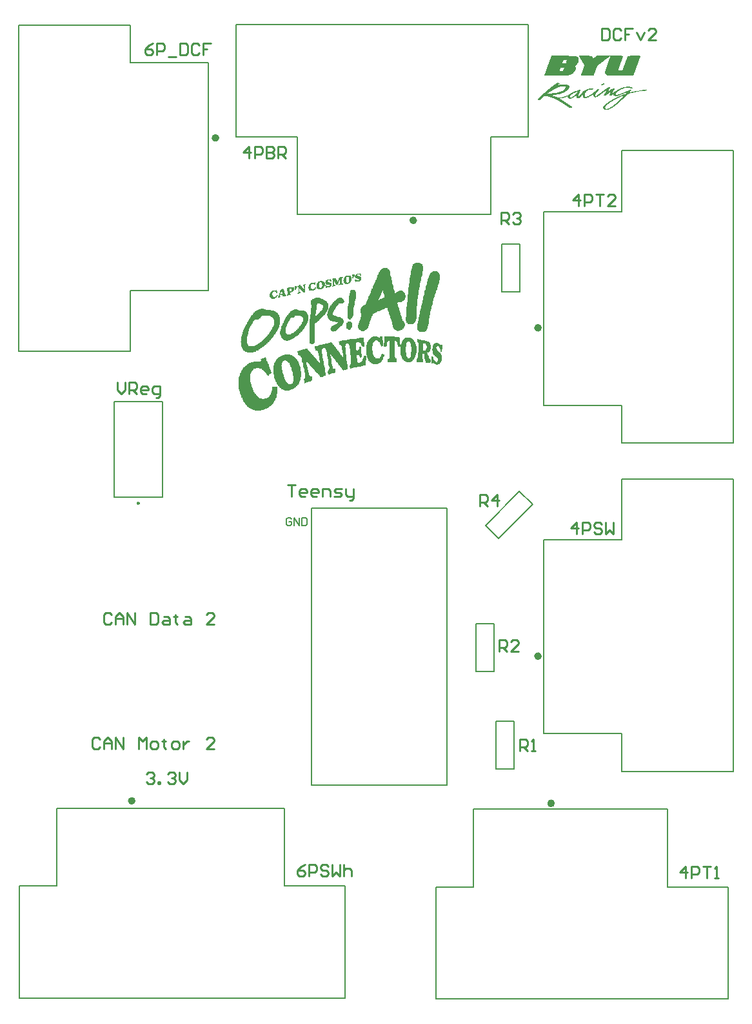
<source format=gbr>
%TF.GenerationSoftware,Altium Limited,Altium Designer,25.2.1 (25)*%
G04 Layer_Color=65535*
%FSLAX45Y45*%
%MOMM*%
%TF.SameCoordinates,7DD24991-B9EC-4422-9666-2EE5E17A6B38*%
%TF.FilePolarity,Positive*%
%TF.FileFunction,Legend,Top*%
%TF.Part,Single*%
G01*
G75*
%TA.AperFunction,NonConductor*%
%ADD25C,0.50000*%
%ADD26C,0.25000*%
%ADD27C,0.20000*%
%ADD28C,0.15240*%
%ADD29C,0.12700*%
%ADD30C,0.20320*%
%ADD31C,0.25400*%
G36*
X7910818Y12406830D02*
X7957326D01*
Y12405501D01*
X7975929D01*
Y12402843D01*
X7974601D01*
Y12397528D01*
X7973272D01*
Y12393542D01*
X7971943D01*
Y12390884D01*
X7970614D01*
Y12385569D01*
X7969285D01*
Y12382911D01*
X7967956D01*
Y12378925D01*
X7966628D01*
Y12373610D01*
X7965299D01*
Y12372281D01*
X7963970D01*
Y12366966D01*
X7962641D01*
Y12362980D01*
X7961312D01*
Y12360322D01*
X7959984D01*
Y12355007D01*
X7958655D01*
Y12353678D01*
X7957326D01*
Y12348363D01*
X7955997D01*
Y12344376D01*
X7954669D01*
Y12341719D01*
X7953340D01*
Y12336404D01*
X7952011D01*
Y12333746D01*
X7950682D01*
Y12331088D01*
X7949353D01*
Y12325773D01*
X7948024D01*
Y12323116D01*
X7946696D01*
Y12319129D01*
X7945367D01*
Y12313814D01*
X7944038D01*
Y12312485D01*
X7942709D01*
Y12307170D01*
X7941381D01*
Y12304513D01*
X7940052D01*
Y12300526D01*
X7938723D01*
Y12295211D01*
X7937394D01*
Y12293882D01*
X7936065D01*
Y12288567D01*
X7934736D01*
Y12284581D01*
X7933408D01*
Y12281923D01*
X7932079D01*
Y12277937D01*
X7930750D01*
Y12273950D01*
X7929422D01*
Y12271293D01*
X7928093D01*
Y12265977D01*
X7926764D01*
Y12263320D01*
X7925435D01*
Y12259333D01*
X7924106D01*
Y12254018D01*
X7922777D01*
Y12251361D01*
X7921449D01*
Y12246046D01*
X7920120D01*
Y12243388D01*
X7918791D01*
Y12239401D01*
X7917462D01*
Y12235415D01*
X7916134D01*
Y12232758D01*
X7914805D01*
Y12227442D01*
X7913476D01*
Y12223456D01*
X7912147D01*
Y12220799D01*
X7910818D01*
Y12211497D01*
X7963970D01*
Y12212826D01*
X7965299D01*
Y12214154D01*
X7966628D01*
Y12218141D01*
X7967956D01*
Y12222127D01*
X7969285D01*
Y12224785D01*
X7970614D01*
Y12228771D01*
X7971943D01*
Y12232758D01*
X7973272D01*
Y12235415D01*
X7974601D01*
Y12240730D01*
X7975929D01*
Y12242059D01*
X7977258D01*
Y12247374D01*
X7978587D01*
Y12251361D01*
X7979916D01*
Y12254018D01*
X7981244D01*
Y12258005D01*
X7982573D01*
Y12261991D01*
X7983902D01*
Y12264649D01*
X7985231D01*
Y12269964D01*
X7986560D01*
Y12271293D01*
X7987889D01*
Y12276608D01*
X7989217D01*
Y12280594D01*
X7990546D01*
Y12283252D01*
X7991875D01*
Y12287238D01*
X7993204D01*
Y12289896D01*
X7994532D01*
Y12293882D01*
X7995861D01*
Y12299197D01*
X7997190D01*
Y12300526D01*
X7998519D01*
Y12305841D01*
X7999848D01*
Y12309828D01*
X8001177D01*
Y12311156D01*
X8002505D01*
Y12316472D01*
X8003834D01*
Y12319129D01*
X8005163D01*
Y12323116D01*
X8006491D01*
Y12327102D01*
X8007820D01*
Y12329760D01*
X8009149D01*
Y12333746D01*
X8010478D01*
Y12339061D01*
X8011807D01*
Y12340390D01*
X8013136D01*
Y12345705D01*
X8014464D01*
Y12348363D01*
X8015793D01*
Y12352349D01*
X8017122D01*
Y12356336D01*
X8018451D01*
Y12358993D01*
X8019779D01*
Y12362980D01*
X8021108D01*
Y12366966D01*
X8022437D01*
Y12369623D01*
X8023766D01*
Y12374939D01*
X8025095D01*
Y12376268D01*
X8026424D01*
Y12380254D01*
X8027752D01*
Y12385569D01*
X8029081D01*
Y12386898D01*
X8030410D01*
Y12392213D01*
X8031739D01*
Y12396199D01*
X8033067D01*
Y12398857D01*
X8034396D01*
Y12404172D01*
X8035725D01*
Y12405501D01*
X8066287D01*
Y12406830D01*
X8193852D01*
Y12405501D01*
X8204482D01*
Y12402843D01*
X8203154D01*
Y12398857D01*
X8201825D01*
Y12396199D01*
X8200496D01*
Y12390884D01*
X8199167D01*
Y12388227D01*
X8197838D01*
Y12384240D01*
X8196509D01*
Y12380254D01*
X8195181D01*
Y12377596D01*
X8193852D01*
Y12373610D01*
X8192523D01*
Y12368295D01*
X8191194D01*
Y12366966D01*
X8189866D01*
Y12361651D01*
X8188537D01*
Y12358993D01*
X8187208D01*
Y12355007D01*
X8185879D01*
Y12349692D01*
X8184550D01*
Y12348363D01*
X8183221D01*
Y12343048D01*
X8181893D01*
Y12339061D01*
X8180564D01*
Y12336404D01*
X8179235D01*
Y12331088D01*
X8177906D01*
Y12329760D01*
X8176578D01*
Y12325773D01*
X8175249D01*
Y12320458D01*
X8173920D01*
Y12317801D01*
X8172591D01*
Y12313814D01*
X8171262D01*
Y12309828D01*
X8169934D01*
Y12307170D01*
X8168605D01*
Y12301855D01*
X8167276D01*
Y12300526D01*
X8165947D01*
Y12295211D01*
X8164618D01*
Y12291225D01*
X8163289D01*
Y12288567D01*
X8161961D01*
Y12284581D01*
X8160632D01*
Y12280594D01*
X8159303D01*
Y12277937D01*
X8157974D01*
Y12272621D01*
X8156646D01*
Y12271293D01*
X8155317D01*
Y12265977D01*
X8153988D01*
Y12263320D01*
Y12261991D01*
X8152659D01*
Y12260662D01*
X8151330D01*
Y12255347D01*
X8150001D01*
Y12251361D01*
X8148673D01*
Y12248703D01*
X8147344D01*
Y12243388D01*
X8146015D01*
Y12242059D01*
X8144687D01*
Y12236744D01*
X8143358D01*
Y12232758D01*
X8142029D01*
Y12230100D01*
X8140700D01*
Y12226113D01*
X8139371D01*
Y12222127D01*
X8138042D01*
Y12219470D01*
X8136714D01*
Y12214154D01*
X8135385D01*
Y12212826D01*
X8134056D01*
Y12207511D01*
X8132727D01*
Y12203524D01*
X8131399D01*
Y12202195D01*
X8130070D01*
Y12196880D01*
X8128741D01*
Y12192894D01*
X8127412D01*
Y12190236D01*
X8126083D01*
Y12186250D01*
X8124754D01*
Y12183592D01*
X8123426D01*
Y12179606D01*
X8122097D01*
Y12174291D01*
X8120768D01*
Y12172962D01*
X8119439D01*
Y12167646D01*
X8118111D01*
Y12164989D01*
X8116782D01*
Y12162331D01*
X8115453D01*
Y12157016D01*
X8114124D01*
Y12155687D01*
X8112795D01*
Y12151701D01*
X8111466D01*
Y12150372D01*
X8098179D01*
Y12149044D01*
X8045027D01*
Y12147715D01*
X8023766D01*
Y12149044D01*
X7800528D01*
Y12150372D01*
X7761993D01*
Y12151701D01*
X7760664D01*
Y12153030D01*
X7759336D01*
Y12154358D01*
X7756678D01*
Y12155687D01*
X7755349D01*
Y12157016D01*
X7752691D01*
Y12158345D01*
X7751363D01*
Y12159674D01*
X7750034D01*
Y12161003D01*
X7748705D01*
Y12163660D01*
X7747376D01*
Y12164989D01*
X7746048D01*
Y12166318D01*
X7744719D01*
Y12168975D01*
X7743390D01*
Y12170304D01*
X7742061D01*
Y12172962D01*
X7740732D01*
Y12176948D01*
X7739404D01*
Y12178277D01*
X7738075D01*
Y12183592D01*
X7736746D01*
Y12195551D01*
X7738075D01*
Y12202195D01*
X7739404D01*
Y12203524D01*
X7740732D01*
Y12210168D01*
X7742061D01*
Y12214154D01*
X7743390D01*
Y12216812D01*
X7744719D01*
Y12222127D01*
X7746048D01*
Y12224785D01*
X7747376D01*
Y12228771D01*
X7748705D01*
Y12234086D01*
X7750034D01*
Y12236744D01*
X7751363D01*
Y12242059D01*
X7752691D01*
Y12246046D01*
X7754020D01*
Y12248703D01*
X7755349D01*
Y12254018D01*
X7756678D01*
Y12255347D01*
X7758007D01*
Y12260662D01*
X7759336D01*
Y12264649D01*
X7760664D01*
Y12267306D01*
X7761993D01*
Y12272621D01*
X7763322D01*
Y12276608D01*
X7764651D01*
Y12277937D01*
X7765979D01*
Y12283252D01*
X7767308D01*
Y12285909D01*
X7768637D01*
Y12289896D01*
X7769966D01*
Y12295211D01*
X7771295D01*
Y12296540D01*
X7772624D01*
Y12301855D01*
X7773952D01*
Y12305841D01*
X7775281D01*
Y12308499D01*
X7776610D01*
Y12313814D01*
X7777939D01*
Y12315143D01*
X7779267D01*
Y12320458D01*
X7780596D01*
Y12324444D01*
X7781925D01*
Y12327102D01*
X7783254D01*
Y12331088D01*
X7784583D01*
Y12335075D01*
X7785912D01*
Y12337732D01*
X7787240D01*
Y12343048D01*
X7788569D01*
Y12345705D01*
X7789898D01*
Y12349692D01*
X7791226D01*
Y12355007D01*
X7792555D01*
Y12356336D01*
X7793884D01*
Y12361651D01*
X7795213D01*
Y12365637D01*
X7796542D01*
Y12368295D01*
X7797871D01*
Y12373610D01*
X7799199D01*
Y12376268D01*
X7800528D01*
Y12380254D01*
X7801857D01*
Y12385569D01*
X7803186D01*
Y12386898D01*
X7804514D01*
Y12392213D01*
X7805843D01*
Y12396199D01*
X7807172D01*
Y12398857D01*
X7808501D01*
Y12404172D01*
X7807172D01*
Y12402843D01*
X7804514D01*
Y12401515D01*
X7803186D01*
Y12400186D01*
X7801857D01*
Y12398857D01*
X7799199D01*
Y12397528D01*
X7796542D01*
Y12396199D01*
X7795213D01*
Y12394871D01*
X7793884D01*
Y12393542D01*
X7792555D01*
Y12392213D01*
X7789898D01*
Y12390884D01*
X7787240D01*
Y12388227D01*
X7784583D01*
Y12386898D01*
X7783254D01*
Y12385569D01*
X7780596D01*
Y12384240D01*
X7779267D01*
Y12382911D01*
X7777939D01*
Y12381583D01*
X7776610D01*
Y12380254D01*
X7773952D01*
Y12378925D01*
X7772624D01*
Y12377596D01*
X7769966D01*
Y12376268D01*
X7768637D01*
Y12374939D01*
X7767308D01*
Y12373610D01*
X7764651D01*
Y12372281D01*
X7763322D01*
Y12370952D01*
X7761993D01*
Y12369623D01*
X7759336D01*
Y12368295D01*
X7758007D01*
Y12366966D01*
X7756678D01*
Y12365637D01*
X7754020D01*
Y12364309D01*
X7752691D01*
Y12362980D01*
X7751363D01*
Y12361651D01*
X7750034D01*
Y12360322D01*
X7747376D01*
Y12358993D01*
X7744719D01*
Y12356336D01*
X7742061D01*
Y12355007D01*
X7740732D01*
Y12353678D01*
X7738075D01*
Y12352349D01*
X7736746D01*
Y12351021D01*
X7735417D01*
Y12349692D01*
X7734088D01*
Y12348363D01*
X7731431D01*
Y12347034D01*
X7730102D01*
Y12345705D01*
X7727444D01*
Y12344376D01*
X7726116D01*
Y12343048D01*
X7724787D01*
Y12341719D01*
X7722129D01*
Y12340390D01*
X7720800D01*
Y12339061D01*
X7719471D01*
Y12337732D01*
X7716814D01*
Y12335075D01*
X7714157D01*
Y12333746D01*
X7711499D01*
Y12332417D01*
X7710170D01*
Y12331088D01*
X7708841D01*
Y12329760D01*
X7707512D01*
Y12328431D01*
X7704855D01*
Y12327102D01*
X7703526D01*
Y12325773D01*
X7702197D01*
Y12324444D01*
X7699540D01*
Y12323116D01*
X7698211D01*
Y12321787D01*
X7696882D01*
Y12320458D01*
X7694224D01*
Y12319129D01*
X7692896D01*
Y12317801D01*
X7691567D01*
Y12316472D01*
X7690238D01*
Y12315143D01*
X7688909D01*
Y12313814D01*
X7686252D01*
Y12312485D01*
X7683594D01*
Y12311156D01*
X7682265D01*
Y12309828D01*
X7680936D01*
Y12308499D01*
X7679608D01*
Y12307170D01*
X7676950D01*
Y12305841D01*
X7675621D01*
Y12304513D01*
X7674292D01*
Y12303184D01*
X7671635D01*
Y12301855D01*
X7670306D01*
Y12300526D01*
X7668977D01*
Y12299197D01*
X7666320D01*
Y12297868D01*
X7664991D01*
Y12296540D01*
X7663662D01*
Y12295211D01*
X7662333D01*
Y12293882D01*
X7661004D01*
Y12292554D01*
X7658347D01*
Y12291225D01*
X7657018D01*
Y12289896D01*
X7655689D01*
Y12288567D01*
X7653032D01*
Y12287238D01*
X7651703D01*
Y12285909D01*
X7650374D01*
Y12284581D01*
X7647716D01*
Y12283252D01*
X7646388D01*
Y12281923D01*
X7645059D01*
Y12280594D01*
X7643730D01*
Y12279266D01*
X7642402D01*
Y12277937D01*
X7639744D01*
Y12276608D01*
X7638415D01*
Y12273950D01*
X7637086D01*
Y12272621D01*
X7635757D01*
Y12268635D01*
X7634429D01*
Y12264649D01*
X7633100D01*
Y12263320D01*
X7631771D01*
Y12258005D01*
X7630442D01*
Y12255347D01*
X7629114D01*
Y12252689D01*
X7627785D01*
Y12247374D01*
X7626456D01*
Y12246046D01*
X7625127D01*
Y12240730D01*
X7623798D01*
Y12236744D01*
X7622469D01*
Y12235415D01*
X7621141D01*
Y12230100D01*
X7619812D01*
Y12227442D01*
X7618483D01*
Y12223456D01*
X7617154D01*
Y12219470D01*
X7615826D01*
Y12216812D01*
X7614497D01*
Y12212826D01*
X7613168D01*
Y12207511D01*
X7611839D01*
Y12206182D01*
X7610510D01*
Y12200866D01*
X7609181D01*
Y12198209D01*
X7607853D01*
Y12194222D01*
X7606524D01*
Y12190236D01*
X7605195D01*
Y12187578D01*
X7603866D01*
Y12183592D01*
X7602537D01*
Y12178277D01*
X7601209D01*
Y12176948D01*
X7599880D01*
Y12171633D01*
X7598551D01*
Y12168975D01*
X7597222D01*
Y12164989D01*
X7595894D01*
Y12159674D01*
X7594565D01*
Y12158345D01*
X7593236D01*
Y12153030D01*
X7591907D01*
Y12150372D01*
X7590578D01*
Y12149044D01*
X7577290D01*
Y12147715D01*
X7459028D01*
Y12149044D01*
X7428465D01*
Y12150372D01*
X7421821D01*
Y12151701D01*
X7423150D01*
Y12157016D01*
X7424479D01*
Y12159674D01*
X7425808D01*
Y12163660D01*
X7427137D01*
Y12168975D01*
X7428465D01*
Y12170304D01*
X7429794D01*
Y12175619D01*
X7431123D01*
Y12179606D01*
X7432451D01*
Y12182263D01*
X7433780D01*
Y12186250D01*
X7435109D01*
Y12188907D01*
X7436438D01*
Y12192894D01*
X7437767D01*
Y12198209D01*
X7439096D01*
Y12199538D01*
X7440424D01*
Y12204853D01*
X7441753D01*
Y12208839D01*
X7443082D01*
Y12211497D01*
X7444411D01*
Y12215483D01*
X7445739D01*
Y12218141D01*
X7447068D01*
Y12222127D01*
X7448397D01*
Y12227442D01*
X7449726D01*
Y12228771D01*
X7451055D01*
Y12234086D01*
X7452384D01*
Y12238073D01*
X7453712D01*
Y12240730D01*
X7455041D01*
Y12246046D01*
X7456370D01*
Y12247374D01*
X7457699D01*
Y12252689D01*
X7459028D01*
Y12256676D01*
X7460356D01*
Y12259333D01*
X7461685D01*
Y12263320D01*
X7463014D01*
Y12268635D01*
X7464343D01*
Y12271293D01*
X7465671D01*
Y12277937D01*
X7467000D01*
Y12279266D01*
X7465671D01*
Y12284581D01*
X7464343D01*
Y12287238D01*
X7463014D01*
Y12289896D01*
X7461685D01*
Y12292554D01*
X7460356D01*
Y12293882D01*
X7459028D01*
Y12296540D01*
X7457699D01*
Y12299197D01*
X7456370D01*
Y12300526D01*
X7455041D01*
Y12303184D01*
X7453712D01*
Y12305841D01*
X7452384D01*
Y12307170D01*
X7451055D01*
Y12309828D01*
X7449726D01*
Y12312485D01*
X7448397D01*
Y12313814D01*
X7447068D01*
Y12317801D01*
X7445739D01*
Y12319129D01*
X7444411D01*
Y12321787D01*
X7443082D01*
Y12323116D01*
X7441753D01*
Y12325773D01*
X7440424D01*
Y12328431D01*
X7439096D01*
Y12329760D01*
X7437767D01*
Y12332417D01*
X7436438D01*
Y12335075D01*
X7435109D01*
Y12336404D01*
X7433780D01*
Y12339061D01*
X7432451D01*
Y12341719D01*
X7431123D01*
Y12344376D01*
X7429794D01*
Y12345705D01*
X7428465D01*
Y12348363D01*
X7427137D01*
Y12351021D01*
X7425808D01*
Y12353678D01*
X7424479D01*
Y12355007D01*
X7423150D01*
Y12357664D01*
X7421821D01*
Y12358993D01*
X7420492D01*
Y12361651D01*
X7419164D01*
Y12364309D01*
X7417835D01*
Y12365637D01*
X7416506D01*
Y12368295D01*
X7415177D01*
Y12370952D01*
X7413849D01*
Y12372281D01*
X7412520D01*
Y12374939D01*
X7411191D01*
Y12377596D01*
X7409862D01*
Y12380254D01*
X7408533D01*
Y12381583D01*
X7407204D01*
Y12384240D01*
X7405876D01*
Y12386898D01*
X7404547D01*
Y12389556D01*
X7403218D01*
Y12390884D01*
X7401889D01*
Y12393542D01*
X7400561D01*
Y12396199D01*
X7399232D01*
Y12397528D01*
X7397903D01*
Y12400186D01*
X7396574D01*
Y12402843D01*
X7395245D01*
Y12405501D01*
X7396574D01*
Y12406830D01*
X7533440D01*
Y12405501D01*
X7565331D01*
Y12402843D01*
X7566660D01*
Y12401515D01*
X7567989D01*
Y12398857D01*
X7569318D01*
Y12396199D01*
X7570647D01*
Y12394871D01*
X7571975D01*
Y12392213D01*
X7573304D01*
Y12390884D01*
X7574633D01*
Y12388227D01*
X7575961D01*
Y12385569D01*
X7577290D01*
Y12384240D01*
X7578619D01*
Y12381583D01*
X7579948D01*
Y12380254D01*
X7581277D01*
Y12377596D01*
X7582606D01*
Y12376268D01*
X7583934D01*
Y12374939D01*
X7585263D01*
Y12373610D01*
X7586592D01*
Y12374939D01*
X7587921D01*
Y12376268D01*
X7590578D01*
Y12377596D01*
X7593236D01*
Y12380254D01*
X7595894D01*
Y12381583D01*
X7597222D01*
Y12382911D01*
X7599880D01*
Y12384240D01*
X7601209D01*
Y12385569D01*
X7602537D01*
Y12386898D01*
X7605195D01*
Y12388227D01*
X7606524D01*
Y12389556D01*
X7607853D01*
Y12390884D01*
X7610510D01*
Y12392213D01*
X7611839D01*
Y12393542D01*
X7613168D01*
Y12394871D01*
X7615826D01*
Y12396199D01*
X7617154D01*
Y12397528D01*
X7618483D01*
Y12398857D01*
X7619812D01*
Y12400186D01*
X7621141D01*
Y12401515D01*
X7623798D01*
Y12402843D01*
X7625127D01*
Y12404172D01*
X7627785D01*
Y12405501D01*
X7629114D01*
Y12406830D01*
X7630442D01*
Y12408159D01*
X7910818D01*
Y12406830D01*
D02*
G37*
G36*
X7132144D02*
X7262366D01*
Y12405501D01*
X7338107D01*
Y12404172D01*
X7347409D01*
Y12402843D01*
X7350066D01*
Y12401515D01*
X7355382D01*
Y12400186D01*
X7358039D01*
Y12398857D01*
X7362025D01*
Y12397528D01*
X7364683D01*
Y12396199D01*
X7367341D01*
Y12394871D01*
X7369998D01*
Y12393542D01*
X7372656D01*
Y12392213D01*
X7373984D01*
Y12390884D01*
X7376642D01*
Y12389556D01*
X7377971D01*
Y12388227D01*
X7380629D01*
Y12386898D01*
X7381957D01*
Y12385569D01*
X7383286D01*
Y12384240D01*
X7384615D01*
Y12381583D01*
X7385944D01*
Y12380254D01*
X7387273D01*
Y12378925D01*
X7388601D01*
Y12376268D01*
X7389930D01*
Y12373610D01*
X7391259D01*
Y12368295D01*
X7392588D01*
Y12344376D01*
X7391259D01*
Y12332417D01*
X7389930D01*
Y12329760D01*
X7388601D01*
Y12325773D01*
X7387273D01*
Y12321787D01*
X7385944D01*
Y12320458D01*
X7384615D01*
Y12316472D01*
X7383286D01*
Y12313814D01*
X7381957D01*
Y12312485D01*
X7380629D01*
Y12309828D01*
X7379300D01*
Y12308499D01*
X7377971D01*
Y12305841D01*
X7376642D01*
Y12304513D01*
X7375313D01*
Y12303184D01*
X7373984D01*
Y12300526D01*
X7372656D01*
Y12299197D01*
X7371327D01*
Y12296540D01*
X7369998D01*
Y12295211D01*
X7368669D01*
Y12293882D01*
X7367341D01*
Y12292554D01*
X7366012D01*
Y12291225D01*
X7364683D01*
Y12289896D01*
X7363354D01*
Y12288567D01*
X7362025D01*
Y12285909D01*
X7360696D01*
Y12284581D01*
X7359368D01*
Y12283252D01*
X7358039D01*
Y12281923D01*
X7355382D01*
Y12280594D01*
X7354053D01*
Y12279266D01*
X7352724D01*
Y12277937D01*
X7351395D01*
Y12276608D01*
X7350066D01*
Y12275279D01*
X7347409D01*
Y12273950D01*
X7346080D01*
Y12272621D01*
X7344751D01*
Y12268635D01*
X7346080D01*
Y12265977D01*
X7347409D01*
Y12264649D01*
X7348737D01*
Y12260662D01*
X7350066D01*
Y12258005D01*
X7351395D01*
Y12255347D01*
X7352724D01*
Y12250032D01*
X7354053D01*
Y12247374D01*
X7355382D01*
Y12236744D01*
X7354053D01*
Y12232758D01*
X7352724D01*
Y12226113D01*
X7351395D01*
Y12223456D01*
X7350066D01*
Y12219470D01*
X7348737D01*
Y12216812D01*
X7347409D01*
Y12214154D01*
X7346080D01*
Y12211497D01*
X7344751D01*
Y12208839D01*
X7343422D01*
Y12207511D01*
X7342094D01*
Y12203524D01*
X7340765D01*
Y12202195D01*
X7339436D01*
Y12200866D01*
X7338107D01*
Y12198209D01*
X7336778D01*
Y12196880D01*
X7335449D01*
Y12194222D01*
X7334121D01*
Y12192894D01*
X7332792D01*
Y12191565D01*
X7331463D01*
Y12190236D01*
X7330134D01*
Y12188907D01*
X7328806D01*
Y12186250D01*
X7326148D01*
Y12184921D01*
X7324819D01*
Y12183592D01*
X7323490D01*
Y12182263D01*
X7322161D01*
Y12180934D01*
X7320833D01*
Y12179606D01*
X7319504D01*
Y12178277D01*
X7318175D01*
Y12176948D01*
X7316846D01*
Y12175619D01*
X7314189D01*
Y12174291D01*
X7312860D01*
Y12172962D01*
X7310202D01*
Y12171633D01*
X7308874D01*
Y12170304D01*
X7306216D01*
Y12168975D01*
X7303558D01*
Y12167646D01*
X7300901D01*
Y12166318D01*
X7299572D01*
Y12164989D01*
X7295586D01*
Y12163660D01*
X7294257D01*
Y12162331D01*
X7290270D01*
Y12161003D01*
X7286284D01*
Y12159674D01*
X7284955D01*
Y12158345D01*
X7279640D01*
Y12157016D01*
X7275654D01*
Y12155687D01*
X7271667D01*
Y12154358D01*
X7265023D01*
Y12153030D01*
X7261037D01*
Y12151701D01*
X7249078D01*
Y12150372D01*
X7218515D01*
Y12149044D01*
X7181309D01*
Y12147715D01*
X6942126D01*
Y12153030D01*
X6943454D01*
Y12158345D01*
X6944783D01*
Y12161003D01*
X6946112D01*
Y12164989D01*
X6947441D01*
Y12168975D01*
X6948770D01*
Y12171633D01*
X6950099D01*
Y12176948D01*
X6951427D01*
Y12179606D01*
X6952756D01*
Y12183592D01*
X6954085D01*
Y12187578D01*
X6955414D01*
Y12190236D01*
X6956743D01*
Y12195551D01*
X6958071D01*
Y12198209D01*
X6959400D01*
Y12202195D01*
X6960729D01*
Y12207511D01*
X6962058D01*
Y12208839D01*
X6963386D01*
Y12214154D01*
X6964715D01*
Y12218141D01*
X6966044D01*
Y12220799D01*
X6967373D01*
Y12224785D01*
X6968702D01*
Y12227442D01*
X6970031D01*
Y12231429D01*
X6971359D01*
Y12236744D01*
X6972688D01*
Y12238073D01*
X6974017D01*
Y12243388D01*
X6975346D01*
Y12247374D01*
X6976674D01*
Y12250032D01*
X6978003D01*
Y12254018D01*
X6979332D01*
Y12256676D01*
X6980661D01*
Y12260662D01*
X6981990D01*
Y12265977D01*
X6983319D01*
Y12267306D01*
X6984647D01*
Y12272621D01*
X6985976D01*
Y12276608D01*
X6987305D01*
Y12279266D01*
X6988634D01*
Y12283252D01*
X6989962D01*
Y12285909D01*
X6991291D01*
Y12289896D01*
X6992620D01*
Y12295211D01*
X6993949D01*
Y12296540D01*
X6995278D01*
Y12301855D01*
X6996607D01*
Y12304513D01*
X6997935D01*
Y12308499D01*
X6999264D01*
Y12312485D01*
X7000593D01*
Y12315143D01*
X7001921D01*
Y12319129D01*
X7003250D01*
Y12324444D01*
X7004579D01*
Y12325773D01*
X7005908D01*
Y12331088D01*
X7007237D01*
Y12335075D01*
X7008566D01*
Y12337732D01*
X7009894D01*
Y12341719D01*
X7011223D01*
Y12344376D01*
X7012552D01*
Y12348363D01*
X7013881D01*
Y12352349D01*
X7015209D01*
Y12355007D01*
X7016538D01*
Y12360322D01*
X7017867D01*
Y12362980D01*
X7019196D01*
Y12365637D01*
X7020525D01*
Y12370952D01*
X7021854D01*
Y12373610D01*
X7023182D01*
Y12377596D01*
X7024511D01*
Y12381583D01*
X7025840D01*
Y12384240D01*
X7027169D01*
Y12388227D01*
X7028498D01*
Y12392213D01*
X7029826D01*
Y12394871D01*
X7031155D01*
Y12400186D01*
X7032484D01*
Y12402843D01*
X7033813D01*
Y12406830D01*
X7035141D01*
Y12408159D01*
X7132144D01*
Y12406830D01*
D02*
G37*
G36*
X7724787Y12042740D02*
X7726116D01*
Y12040082D01*
X7728773D01*
Y12037424D01*
X7730102D01*
Y12034767D01*
X7728773D01*
Y12032109D01*
X7726116D01*
Y12029452D01*
X7723458D01*
Y12028123D01*
X7720800D01*
Y12025465D01*
X7715485D01*
Y12022808D01*
X7711499D01*
Y12021479D01*
X7703526D01*
Y12018821D01*
X7692896D01*
Y12020150D01*
X7691567D01*
Y12021479D01*
X7688909D01*
Y12022808D01*
X7686252D01*
Y12025465D01*
X7683594D01*
Y12028123D01*
X7684923D01*
Y12029452D01*
X7690238D01*
Y12032109D01*
X7698211D01*
Y12033438D01*
X7704855D01*
Y12036096D01*
X7710170D01*
Y12038753D01*
X7714157D01*
Y12040082D01*
X7715485D01*
Y12042740D01*
X7718143D01*
Y12044068D01*
X7724787D01*
Y12042740D01*
D02*
G37*
G36*
X7130815Y12049384D02*
X7138788D01*
Y12046726D01*
X7145431D01*
Y12044068D01*
X7142774D01*
Y12042740D01*
X7141445D01*
Y12040082D01*
X7137459D01*
Y12038753D01*
X7134801D01*
Y12036096D01*
X7132144D01*
Y12033438D01*
X7129486D01*
Y12032109D01*
X7126829D01*
Y12030781D01*
X7125500D01*
Y12029452D01*
X7124171D01*
Y12022808D01*
X7137459D01*
Y12024136D01*
X7138788D01*
Y12025465D01*
X7152076D01*
Y12028123D01*
X7164035D01*
Y12029452D01*
X7227817D01*
Y12028123D01*
X7238447D01*
Y12025465D01*
X7245091D01*
Y12024136D01*
X7246420D01*
Y12022808D01*
X7250406D01*
Y12021479D01*
X7254393D01*
Y12018821D01*
X7258379D01*
Y12017493D01*
X7259708D01*
Y12014835D01*
X7262366D01*
Y12013506D01*
X7263694D01*
Y12012177D01*
X7265023D01*
Y12010848D01*
X7266352D01*
Y12008191D01*
X7269010D01*
Y12001547D01*
X7270339D01*
Y11993574D01*
X7269010D01*
Y11986930D01*
X7266352D01*
Y11982944D01*
X7265023D01*
Y11978957D01*
X7262366D01*
Y11976300D01*
X7261037D01*
Y11974971D01*
X7259708D01*
Y11972313D01*
X7258379D01*
Y11969656D01*
X7255722D01*
Y11968327D01*
X7254393D01*
Y11964341D01*
X7251735D01*
Y11961683D01*
X7249078D01*
Y11959026D01*
X7247749D01*
Y11957697D01*
X7245091D01*
Y11955039D01*
X7243762D01*
Y11953710D01*
X7241105D01*
Y11951053D01*
X7238447D01*
Y11948395D01*
X7234461D01*
Y11947066D01*
X7233132D01*
Y11944409D01*
X7230474D01*
Y11943080D01*
X7229146D01*
Y11941751D01*
X7227817D01*
Y11940422D01*
X7223831D01*
Y11937765D01*
X7222502D01*
Y11936436D01*
X7217186D01*
Y11933779D01*
X7215858D01*
Y11932450D01*
X7211872D01*
Y11929792D01*
X7206556D01*
Y11927134D01*
X7202570D01*
Y11925806D01*
X7198584D01*
Y11923148D01*
X7193268D01*
Y11921819D01*
X7191939D01*
Y11920491D01*
X7187953D01*
Y11919162D01*
X7183967D01*
Y11916504D01*
X7177323D01*
Y11915175D01*
X7170679D01*
Y11912518D01*
X7164035D01*
Y11909860D01*
X7157391D01*
Y11908531D01*
X7150747D01*
Y11907202D01*
X7149418D01*
Y11905874D01*
X7142774D01*
Y11904545D01*
X7134801D01*
Y11901887D01*
X7124171D01*
Y11899230D01*
X7113541D01*
Y11897901D01*
X7101581D01*
Y11896572D01*
X7100253D01*
Y11895243D01*
X7088293D01*
Y11893914D01*
X7071019D01*
Y11891257D01*
X7056402D01*
Y11888599D01*
X7047101D01*
Y11883284D01*
X7051087D01*
Y11880626D01*
X7056402D01*
Y11879298D01*
X7057731D01*
Y11877969D01*
X7061717D01*
Y11876640D01*
X7068362D01*
Y11873983D01*
X7075005D01*
Y11872654D01*
X7082978D01*
Y11869996D01*
X7089622D01*
Y11868667D01*
X7090951D01*
Y11867338D01*
X7098924D01*
Y11866010D01*
X7106896D01*
Y11863352D01*
X7117527D01*
Y11862024D01*
X7166692D01*
Y11863352D01*
X7178651D01*
Y11866010D01*
X7187953D01*
Y11867338D01*
X7195926D01*
Y11869996D01*
X7202570D01*
Y11872654D01*
X7209214D01*
Y11873983D01*
X7215858D01*
Y11876640D01*
X7221173D01*
Y11877969D01*
X7225159D01*
Y11879298D01*
X7226488D01*
Y11880626D01*
X7231803D01*
Y11881955D01*
X7233132D01*
Y11883284D01*
X7237119D01*
Y11884613D01*
X7241105D01*
Y11885942D01*
X7242434D01*
Y11887271D01*
X7247749D01*
Y11888599D01*
X7250406D01*
Y11889928D01*
X7251735D01*
Y11891257D01*
X7255722D01*
Y11893914D01*
X7259708D01*
Y11895243D01*
X7262366D01*
Y11896572D01*
X7263694D01*
Y11897901D01*
X7266352D01*
Y11899230D01*
X7269010D01*
Y11900558D01*
X7270339D01*
Y11901887D01*
X7272996D01*
Y11904545D01*
X7276982D01*
Y11905874D01*
X7279640D01*
Y11908531D01*
X7280969D01*
Y11909860D01*
X7282298D01*
Y11911189D01*
X7284955D01*
Y11912518D01*
X7287613D01*
Y11915175D01*
X7290270D01*
Y11916504D01*
X7294257D01*
Y11919162D01*
X7296914D01*
Y11921819D01*
X7300901D01*
Y11923148D01*
X7304887D01*
Y11925806D01*
X7308874D01*
Y11927134D01*
X7311531D01*
Y11928463D01*
X7312860D01*
Y11929792D01*
X7316846D01*
Y11931121D01*
X7318175D01*
Y11932450D01*
X7322161D01*
Y11933779D01*
X7326148D01*
Y11936436D01*
X7332792D01*
Y11937765D01*
X7336778D01*
Y11940422D01*
X7343422D01*
Y11943080D01*
X7350066D01*
Y11944409D01*
X7355382D01*
Y11947066D01*
X7362025D01*
Y11948395D01*
X7368669D01*
Y11949724D01*
X7371327D01*
Y11951053D01*
X7376642D01*
Y11952381D01*
X7377971D01*
Y11953710D01*
X7385944D01*
Y11955039D01*
X7393916D01*
Y11957697D01*
X7413849D01*
Y11955039D01*
X7415177D01*
Y11949724D01*
X7413849D01*
Y11944409D01*
X7411191D01*
Y11940422D01*
X7409862D01*
Y11936436D01*
X7407204D01*
Y11932450D01*
X7405876D01*
Y11931121D01*
X7404547D01*
Y11927134D01*
X7403218D01*
Y11923148D01*
X7400561D01*
Y11916504D01*
X7399232D01*
Y11912518D01*
X7396574D01*
Y11905874D01*
X7393916D01*
Y11899230D01*
X7392588D01*
Y11891257D01*
X7389930D01*
Y11873983D01*
X7396574D01*
Y11876640D01*
X7399232D01*
Y11879298D01*
X7400561D01*
Y11880626D01*
X7401889D01*
Y11881955D01*
X7403218D01*
Y11884613D01*
X7404547D01*
Y11887271D01*
X7407204D01*
Y11888599D01*
X7408533D01*
Y11889928D01*
X7409862D01*
Y11891257D01*
X7411191D01*
Y11893914D01*
X7412520D01*
Y11895243D01*
X7413849D01*
Y11897901D01*
X7415177D01*
Y11899230D01*
X7416506D01*
Y11900558D01*
X7417835D01*
Y11901887D01*
X7419164D01*
Y11903216D01*
X7420492D01*
Y11905874D01*
X7421821D01*
Y11908531D01*
X7424479D01*
Y11911189D01*
X7425808D01*
Y11912518D01*
X7428465D01*
Y11915175D01*
X7431123D01*
Y11917833D01*
X7432451D01*
Y11921819D01*
X7435109D01*
Y11923148D01*
X7436438D01*
Y11925806D01*
X7439096D01*
Y11927134D01*
X7441753D01*
Y11929792D01*
X7443082D01*
Y11932450D01*
X7445739D01*
Y11933779D01*
X7447068D01*
Y11936436D01*
X7449726D01*
Y11937765D01*
X7452384D01*
Y11940422D01*
X7456370D01*
Y11943080D01*
X7457699D01*
Y11944409D01*
X7460356D01*
Y11947066D01*
X7464343D01*
Y11948395D01*
X7467000D01*
Y11949724D01*
X7468329D01*
Y11951053D01*
X7470987D01*
Y11953710D01*
X7474973D01*
Y11955039D01*
X7478959D01*
Y11957697D01*
X7484275D01*
Y11959026D01*
X7488261D01*
Y11961683D01*
X7492247D01*
Y11964341D01*
X7498892D01*
Y11965669D01*
X7502878D01*
Y11968327D01*
X7509522D01*
Y11969656D01*
X7514837D01*
Y11970985D01*
X7516166D01*
Y11972313D01*
X7521481D01*
Y11974971D01*
X7528125D01*
Y11976300D01*
X7534769D01*
Y11978957D01*
X7542742D01*
Y11980286D01*
X7560016D01*
Y11978957D01*
X7569318D01*
Y11976300D01*
X7575961D01*
Y11974971D01*
X7581277D01*
Y11973642D01*
X7582606D01*
Y11972313D01*
X7586592D01*
Y11969656D01*
X7587921D01*
Y11968327D01*
X7586592D01*
Y11965669D01*
X7577290D01*
Y11964341D01*
X7540084D01*
Y11963012D01*
X7538755D01*
Y11961683D01*
X7529454D01*
Y11960354D01*
X7528125D01*
Y11959026D01*
X7522810D01*
Y11957697D01*
X7517494D01*
Y11955039D01*
X7513508D01*
Y11953710D01*
X7509522D01*
Y11951053D01*
X7505535D01*
Y11948395D01*
X7502878D01*
Y11947066D01*
X7501549D01*
Y11944409D01*
X7497563D01*
Y11943080D01*
X7496234D01*
Y11941751D01*
X7494905D01*
Y11940422D01*
X7493576D01*
Y11939093D01*
X7492247D01*
Y11936436D01*
X7490919D01*
Y11935107D01*
X7489590D01*
Y11933779D01*
X7488261D01*
Y11931121D01*
X7485604D01*
Y11927134D01*
X7484275D01*
Y11925806D01*
X7481617D01*
Y11920491D01*
X7478959D01*
Y11916504D01*
X7477631D01*
Y11912518D01*
X7474973D01*
Y11905874D01*
X7473644D01*
Y11891257D01*
X7472316D01*
Y11889928D01*
X7470987D01*
Y11879298D01*
X7473644D01*
Y11867338D01*
X7474973D01*
Y11866010D01*
X7493576D01*
Y11867338D01*
X7497563D01*
Y11868667D01*
X7498892D01*
Y11869996D01*
X7502878D01*
Y11872654D01*
X7506864D01*
Y11873983D01*
X7510851D01*
Y11876640D01*
X7516166D01*
Y11877969D01*
X7518823D01*
Y11879298D01*
X7520152D01*
Y11880626D01*
X7524139D01*
Y11883284D01*
X7528125D01*
Y11884613D01*
X7530782D01*
Y11887271D01*
X7534769D01*
Y11888599D01*
X7537426D01*
Y11889928D01*
X7538755D01*
Y11891257D01*
X7541413D01*
Y11893914D01*
X7545399D01*
Y11895243D01*
X7548057D01*
Y11896572D01*
X7549386D01*
Y11897901D01*
X7552043D01*
Y11899230D01*
X7553372D01*
Y11900558D01*
X7556030D01*
Y11901887D01*
X7558687D01*
Y11904545D01*
X7561345D01*
Y11905874D01*
X7564002D01*
Y11907202D01*
X7565331D01*
Y11908531D01*
X7566660D01*
Y11909860D01*
X7567989D01*
Y11911189D01*
X7570647D01*
Y11912518D01*
X7573304D01*
Y11915175D01*
X7575961D01*
Y11916504D01*
X7579948D01*
Y11919162D01*
X7581277D01*
Y11921819D01*
X7583934D01*
Y11923148D01*
X7587921D01*
Y11925806D01*
X7590578D01*
Y11927134D01*
X7591907D01*
Y11929792D01*
X7595894D01*
Y11932450D01*
X7598551D01*
Y11933779D01*
X7601209D01*
Y11936436D01*
X7602537D01*
Y11937765D01*
X7605195D01*
Y11939093D01*
X7606524D01*
Y11940422D01*
X7609181D01*
Y11943080D01*
X7611839D01*
Y11944409D01*
X7613168D01*
Y11947066D01*
X7615826D01*
Y11948395D01*
X7618483D01*
Y11951053D01*
X7621141D01*
Y11953710D01*
X7623798D01*
Y11955039D01*
X7626456D01*
Y11957697D01*
X7629114D01*
Y11959026D01*
X7630442D01*
Y11961683D01*
X7634429D01*
Y11964341D01*
X7637086D01*
Y11965669D01*
X7641073D01*
Y11968327D01*
X7654361D01*
Y11965669D01*
X7661004D01*
Y11963012D01*
X7658347D01*
Y11959026D01*
X7657018D01*
Y11957697D01*
X7654361D01*
Y11955039D01*
X7651703D01*
Y11952381D01*
X7650374D01*
Y11949724D01*
X7649045D01*
Y11948395D01*
X7647716D01*
Y11947066D01*
X7646388D01*
Y11945738D01*
X7645059D01*
Y11944409D01*
X7643730D01*
Y11943080D01*
X7642402D01*
Y11941751D01*
X7641073D01*
Y11940422D01*
X7639744D01*
Y11937765D01*
X7637086D01*
Y11933779D01*
X7634429D01*
Y11932450D01*
X7633100D01*
Y11929792D01*
X7630442D01*
Y11927134D01*
X7629114D01*
Y11925806D01*
X7627785D01*
Y11924477D01*
X7626456D01*
Y11920491D01*
X7623798D01*
Y11919162D01*
X7622469D01*
Y11916504D01*
X7621141D01*
Y11915175D01*
X7619812D01*
Y11912518D01*
X7618483D01*
Y11908531D01*
X7615826D01*
Y11903216D01*
X7614497D01*
Y11901887D01*
X7613168D01*
Y11880626D01*
X7623798D01*
Y11883284D01*
X7629114D01*
Y11884613D01*
X7633100D01*
Y11887271D01*
X7634429D01*
Y11888599D01*
X7637086D01*
Y11889928D01*
X7639744D01*
Y11891257D01*
X7641073D01*
Y11893914D01*
X7645059D01*
Y11895243D01*
X7647716D01*
Y11897901D01*
X7650374D01*
Y11899230D01*
X7653032D01*
Y11900558D01*
X7654361D01*
Y11901887D01*
X7655689D01*
Y11904545D01*
X7661004D01*
Y11905874D01*
X7662333D01*
Y11908531D01*
X7664991D01*
Y11909860D01*
X7666320D01*
Y11911189D01*
X7668977D01*
Y11912518D01*
X7671635D01*
Y11915175D01*
X7675621D01*
Y11916504D01*
X7676950D01*
Y11917833D01*
X7678279D01*
Y11919162D01*
X7679608D01*
Y11921819D01*
X7683594D01*
Y11923148D01*
X7686252D01*
Y11925806D01*
X7688909D01*
Y11927134D01*
X7691567D01*
Y11928463D01*
X7692896D01*
Y11929792D01*
X7694224D01*
Y11932450D01*
X7696882D01*
Y11933779D01*
X7700869D01*
Y11936436D01*
X7703526D01*
Y11937765D01*
X7704855D01*
Y11940422D01*
X7708841D01*
Y11941751D01*
X7710170D01*
Y11943080D01*
X7711499D01*
Y11944409D01*
X7714157D01*
Y11947066D01*
X7718143D01*
Y11948395D01*
X7719471D01*
Y11949724D01*
X7720800D01*
Y11951053D01*
X7722129D01*
Y11953710D01*
X7726116D01*
Y11955039D01*
X7728773D01*
Y11957697D01*
X7731431D01*
Y11959026D01*
X7734088D01*
Y11960354D01*
X7735417D01*
Y11961683D01*
X7736746D01*
Y11964341D01*
X7740732D01*
Y11965669D01*
X7743390D01*
Y11968327D01*
X7746048D01*
Y11969656D01*
X7748705D01*
Y11970985D01*
X7750034D01*
Y11972313D01*
X7752691D01*
Y11974971D01*
X7754020D01*
Y11976300D01*
X7758007D01*
Y11978957D01*
X7760664D01*
Y11980286D01*
X7763322D01*
Y11981615D01*
X7764651D01*
Y11982944D01*
X7767308D01*
Y11985601D01*
X7768637D01*
Y11986930D01*
X7773952D01*
Y11989588D01*
X7775281D01*
Y11990917D01*
X7779267D01*
Y11993574D01*
X7784583D01*
Y11996232D01*
X7788569D01*
Y11997561D01*
X7799199D01*
Y11996232D01*
X7803186D01*
Y11993574D01*
X7805843D01*
Y11989588D01*
X7803186D01*
Y11985601D01*
X7801857D01*
Y11982944D01*
X7800528D01*
Y11980286D01*
X7799199D01*
Y11976300D01*
X7796542D01*
Y11973642D01*
X7795213D01*
Y11969656D01*
X7792555D01*
Y11965669D01*
X7789898D01*
Y11961683D01*
X7788569D01*
Y11959026D01*
X7787240D01*
Y11957697D01*
X7785912D01*
Y11955039D01*
X7784583D01*
Y11947066D01*
X7789898D01*
Y11948395D01*
X7793884D01*
Y11949724D01*
X7795213D01*
Y11951053D01*
X7796542D01*
Y11953710D01*
X7799199D01*
Y11955039D01*
X7803186D01*
Y11957697D01*
X7805843D01*
Y11959026D01*
X7808501D01*
Y11960354D01*
X7809830D01*
Y11961683D01*
X7811159D01*
Y11964341D01*
X7816474D01*
Y11965669D01*
X7820460D01*
Y11968327D01*
X7824446D01*
Y11969656D01*
X7828433D01*
Y11972313D01*
X7835077D01*
Y11974971D01*
X7843050D01*
Y11976300D01*
X7860324D01*
Y11974971D01*
X7865639D01*
Y11972313D01*
X7866968D01*
Y11968327D01*
X7865639D01*
Y11965669D01*
X7862981D01*
Y11964341D01*
X7861653D01*
Y11963012D01*
X7860324D01*
Y11961683D01*
X7858995D01*
Y11959026D01*
X7856338D01*
Y11955039D01*
X7855009D01*
Y11953710D01*
X7853680D01*
Y11952381D01*
X7852351D01*
Y11951053D01*
X7851022D01*
Y11948395D01*
X7849694D01*
Y11947066D01*
X7848365D01*
Y11944409D01*
X7847036D01*
Y11943080D01*
X7845707D01*
Y11940422D01*
X7844379D01*
Y11936436D01*
X7841721D01*
Y11932450D01*
X7840392D01*
Y11931121D01*
X7839063D01*
Y11921819D01*
X7845707D01*
Y11923148D01*
X7849694D01*
Y11925806D01*
X7852351D01*
Y11927134D01*
X7856338D01*
Y11929792D01*
X7858995D01*
Y11932450D01*
X7862981D01*
Y11933779D01*
X7865639D01*
Y11935107D01*
X7866968D01*
Y11936436D01*
X7869626D01*
Y11937765D01*
X7873612D01*
Y11940422D01*
X7876269D01*
Y11943080D01*
X7880256D01*
Y11944409D01*
X7882914D01*
Y11945738D01*
X7884242D01*
Y11947066D01*
X7886900D01*
Y11948395D01*
X7890886D01*
Y11951053D01*
X7894873D01*
Y11953710D01*
X7897530D01*
Y11955039D01*
X7901517D01*
Y11957697D01*
X7905503D01*
Y11959026D01*
X7908161D01*
Y11961683D01*
X7912147D01*
Y11964341D01*
X7916134D01*
Y11965669D01*
X7918791D01*
Y11966998D01*
X7920120D01*
Y11968327D01*
X7922777D01*
Y11969656D01*
X7926764D01*
Y11972313D01*
X7930750D01*
Y11974971D01*
X7934736D01*
Y11976300D01*
X7938723D01*
Y11977629D01*
X7940052D01*
Y11978957D01*
X7944038D01*
Y11980286D01*
X7948024D01*
Y11982944D01*
X7954669D01*
Y11985601D01*
X7959984D01*
Y11986930D01*
X7966628D01*
Y11989588D01*
X7973272D01*
Y11990917D01*
X7981244D01*
Y11992246D01*
X7982573D01*
Y11993574D01*
X7991875D01*
Y11994903D01*
X7993204D01*
Y11996232D01*
X8003834D01*
Y11997561D01*
X8017122D01*
Y11998889D01*
X8018451D01*
Y12000218D01*
X8064959D01*
Y11997561D01*
X8071603D01*
Y11996232D01*
X8078246D01*
Y11993574D01*
X8084891D01*
Y11990917D01*
X8088877D01*
Y11989588D01*
X8091534D01*
Y11988259D01*
X8092863D01*
Y11986930D01*
X8095521D01*
Y11985601D01*
X8096850D01*
Y11982944D01*
X8099507D01*
Y11981615D01*
X8100836D01*
Y11978957D01*
X8099507D01*
Y11976300D01*
X8095521D01*
Y11974971D01*
X8086219D01*
Y11976300D01*
X8079575D01*
Y11977629D01*
X8078246D01*
Y11978957D01*
X8071603D01*
Y11980286D01*
X8064959D01*
Y11982944D01*
X8054328D01*
Y11985601D01*
X8006491D01*
Y11984273D01*
X8005163D01*
Y11982944D01*
X7994532D01*
Y11980286D01*
X7989217D01*
Y11978957D01*
X7982573D01*
Y11976300D01*
X7975929D01*
Y11974971D01*
X7971943D01*
Y11972313D01*
X7965299D01*
Y11969656D01*
X7961312D01*
Y11968327D01*
X7957326D01*
Y11966998D01*
X7954669D01*
Y11965669D01*
X7950682D01*
Y11964341D01*
X7946696D01*
Y11961683D01*
X7941381D01*
Y11959026D01*
X7937394D01*
Y11957697D01*
X7933408D01*
Y11955039D01*
X7930750D01*
Y11953710D01*
X7926764D01*
Y11951053D01*
X7922777D01*
Y11948395D01*
X7920120D01*
Y11947066D01*
X7916134D01*
Y11944409D01*
X7913476D01*
Y11943080D01*
X7912147D01*
Y11940422D01*
X7908161D01*
Y11937765D01*
X7905503D01*
Y11936436D01*
X7904174D01*
Y11935107D01*
X7902846D01*
Y11933779D01*
X7901517D01*
Y11931121D01*
X7898859D01*
Y11929792D01*
X7897530D01*
Y11927134D01*
X7894873D01*
Y11925806D01*
X7893544D01*
Y11924477D01*
X7892215D01*
Y11923148D01*
X7890886D01*
Y11920491D01*
X7888229D01*
Y11916504D01*
X7886900D01*
Y11915175D01*
X7884242D01*
Y11912518D01*
X7881585D01*
Y11908531D01*
X7880256D01*
Y11905874D01*
X7877598D01*
Y11891257D01*
X7896201D01*
Y11893914D01*
X7902846D01*
Y11895243D01*
X7909489D01*
Y11897901D01*
X7916134D01*
Y11899230D01*
X7920120D01*
Y11900558D01*
X7922777D01*
Y11901887D01*
X7928093D01*
Y11904545D01*
X7933408D01*
Y11905874D01*
X7940052D01*
Y11908531D01*
X7945367D01*
Y11909860D01*
X7946696D01*
Y11911189D01*
X7950682D01*
Y11912518D01*
X7955997D01*
Y11915175D01*
X7961312D01*
Y11916504D01*
X7966628D01*
Y11919162D01*
X7973272D01*
Y11921819D01*
X7977258D01*
Y11923148D01*
X7982573D01*
Y11924477D01*
X7983902D01*
Y11925806D01*
X7987889D01*
Y11927134D01*
X7993204D01*
Y11929792D01*
X7998519D01*
Y11932450D01*
X8003834D01*
Y11933779D01*
X8007820D01*
Y11935107D01*
X8009149D01*
Y11936436D01*
X8014464D01*
Y11937765D01*
X8018451D01*
Y11940422D01*
X8022437D01*
Y11943080D01*
X8029081D01*
Y11944409D01*
X8033067D01*
Y11947066D01*
X8037054D01*
Y11948395D01*
X8041040D01*
Y11949724D01*
X8042369D01*
Y11951053D01*
X8046356D01*
Y11953710D01*
X8051671D01*
Y11955039D01*
X8056986D01*
Y11957697D01*
X8062301D01*
Y11959026D01*
X8078246D01*
Y11957697D01*
X8082233D01*
Y11955039D01*
X8080904D01*
Y11952381D01*
X8079575D01*
Y11951053D01*
X8078246D01*
Y11948395D01*
X8075589D01*
Y11947066D01*
X8074260D01*
Y11944409D01*
X8071603D01*
Y11941751D01*
X8070274D01*
Y11940422D01*
X8068945D01*
Y11937765D01*
X8067616D01*
Y11936436D01*
X8064959D01*
Y11933779D01*
X8063630D01*
Y11927134D01*
X8074260D01*
Y11928463D01*
X8075589D01*
Y11929792D01*
X8086219D01*
Y11932450D01*
X8095521D01*
Y11933779D01*
X8104823D01*
Y11935107D01*
X8106151D01*
Y11936436D01*
X8115453D01*
Y11937765D01*
X8124754D01*
Y11940422D01*
X8135385D01*
Y11943080D01*
X8146015D01*
Y11944409D01*
X8157974D01*
Y11945738D01*
X8159303D01*
Y11947066D01*
X8169934D01*
Y11948395D01*
X8181893D01*
Y11951053D01*
X8195181D01*
Y11953710D01*
X8209797D01*
Y11955039D01*
X8224414D01*
Y11957697D01*
X8241689D01*
Y11959026D01*
X8261621D01*
Y11960354D01*
X8262949D01*
Y11961683D01*
X8289525D01*
Y11951053D01*
X8272251D01*
Y11948395D01*
X8250990D01*
Y11947066D01*
X8233716D01*
Y11944409D01*
X8216442D01*
Y11943080D01*
X8203154D01*
Y11941751D01*
X8201825D01*
Y11940422D01*
X8188537D01*
Y11937765D01*
X8175249D01*
Y11936436D01*
X8163289D01*
Y11933779D01*
X8152659D01*
Y11932450D01*
X8144687D01*
Y11931121D01*
X8142029D01*
Y11929792D01*
X8131399D01*
Y11927134D01*
X8122097D01*
Y11925806D01*
X8112795D01*
Y11923148D01*
X8103494D01*
Y11921819D01*
X8099507D01*
Y11920491D01*
X8095521D01*
Y11919162D01*
X8086219D01*
Y11916504D01*
X8078246D01*
Y11915175D01*
X8070274D01*
Y11913846D01*
X8068945D01*
Y11912518D01*
X8060972D01*
Y11909860D01*
X8054328D01*
Y11908531D01*
X8047684D01*
Y11905874D01*
X8042369D01*
Y11904545D01*
X8038383D01*
Y11903216D01*
X8037054D01*
Y11901887D01*
X8033067D01*
Y11899230D01*
X8031739D01*
Y11897901D01*
X8029081D01*
Y11895243D01*
X8026424D01*
Y11893914D01*
X8025095D01*
Y11891257D01*
X8022437D01*
Y11888599D01*
X8021108D01*
Y11887271D01*
X8018451D01*
Y11884613D01*
X8015793D01*
Y11883284D01*
X8014464D01*
Y11880626D01*
X8011807D01*
Y11877969D01*
X8010478D01*
Y11876640D01*
X8007820D01*
Y11873983D01*
X8005163D01*
Y11872654D01*
X8003834D01*
Y11869996D01*
X8001177D01*
Y11867338D01*
X7999848D01*
Y11866010D01*
X7997190D01*
Y11863352D01*
X7994532D01*
Y11862024D01*
X7993204D01*
Y11859366D01*
X7990546D01*
Y11856708D01*
X7989217D01*
Y11855379D01*
X7986560D01*
Y11852722D01*
X7983902D01*
Y11851393D01*
X7982573D01*
Y11848736D01*
X7979916D01*
Y11846078D01*
X7978587D01*
Y11844749D01*
X7975929D01*
Y11842091D01*
X7973272D01*
Y11840763D01*
X7971943D01*
Y11838105D01*
X7969285D01*
Y11835447D01*
X7967956D01*
Y11834119D01*
X7963970D01*
Y11831461D01*
X7961312D01*
Y11830132D01*
X7959984D01*
Y11828803D01*
X7958655D01*
Y11827475D01*
X7957326D01*
Y11824817D01*
X7954669D01*
Y11823488D01*
X7952011D01*
Y11820831D01*
X7950682D01*
Y11819502D01*
X7948024D01*
Y11816844D01*
X7945367D01*
Y11814187D01*
X7944038D01*
Y11812858D01*
X7941381D01*
Y11810200D01*
X7937394D01*
Y11807543D01*
X7936065D01*
Y11806214D01*
X7933408D01*
Y11803556D01*
X7930750D01*
Y11802228D01*
X7929422D01*
Y11799570D01*
X7926764D01*
Y11798241D01*
X7925435D01*
Y11796912D01*
X7924106D01*
Y11795583D01*
X7922777D01*
Y11792926D01*
X7918791D01*
Y11791597D01*
X7916134D01*
Y11788940D01*
X7913476D01*
Y11787611D01*
X7912147D01*
Y11784953D01*
X7909489D01*
Y11782296D01*
X7908161D01*
Y11780967D01*
X7905503D01*
Y11779638D01*
X7904174D01*
Y11778309D01*
X7901517D01*
Y11775652D01*
X7898859D01*
Y11774323D01*
X7897530D01*
Y11771665D01*
X7894873D01*
Y11770336D01*
X7892215D01*
Y11769008D01*
X7890886D01*
Y11767679D01*
X7888229D01*
Y11765021D01*
X7886900D01*
Y11763693D01*
X7884242D01*
Y11761035D01*
X7881585D01*
Y11759706D01*
X7878927D01*
Y11758377D01*
X7877598D01*
Y11757048D01*
X7876269D01*
Y11754391D01*
X7873612D01*
Y11753062D01*
X7870954D01*
Y11750404D01*
X7866968D01*
Y11749076D01*
X7865639D01*
Y11746418D01*
X7862981D01*
Y11743761D01*
X7858995D01*
Y11742432D01*
X7856338D01*
Y11739774D01*
X7855009D01*
Y11738445D01*
X7851022D01*
Y11737116D01*
X7849694D01*
Y11735788D01*
X7848365D01*
Y11733130D01*
X7844379D01*
Y11731801D01*
X7841721D01*
Y11729144D01*
X7837734D01*
Y11727815D01*
X7835077D01*
Y11726486D01*
X7833748D01*
Y11725157D01*
X7831091D01*
Y11722500D01*
X7827104D01*
Y11721171D01*
X7823118D01*
Y11718514D01*
X7819131D01*
Y11717185D01*
X7816474D01*
Y11715856D01*
X7813816D01*
Y11714527D01*
X7809830D01*
Y11711869D01*
X7805843D01*
Y11710541D01*
X7801857D01*
Y11707883D01*
X7796542D01*
Y11706554D01*
X7791226D01*
Y11705226D01*
X7789898D01*
Y11703897D01*
X7784583D01*
Y11701239D01*
X7777939D01*
Y11699910D01*
X7768637D01*
Y11698581D01*
X7767308D01*
Y11697253D01*
X7742061D01*
Y11698581D01*
X7740732D01*
Y11699910D01*
X7735417D01*
Y11701239D01*
X7730102D01*
Y11703897D01*
X7726116D01*
Y11706554D01*
X7724787D01*
Y11707883D01*
X7722129D01*
Y11709212D01*
X7720800D01*
Y11711869D01*
X7718143D01*
Y11714527D01*
X7715485D01*
Y11722500D01*
X7714157D01*
Y11729144D01*
X7715485D01*
Y11738445D01*
X7718143D01*
Y11742432D01*
X7719471D01*
Y11743761D01*
X7720800D01*
Y11746418D01*
X7722129D01*
Y11749076D01*
X7723458D01*
Y11750404D01*
X7724787D01*
Y11753062D01*
X7726116D01*
Y11754391D01*
X7727444D01*
Y11755720D01*
X7728773D01*
Y11757048D01*
X7731431D01*
Y11759706D01*
X7732759D01*
Y11761035D01*
X7735417D01*
Y11763693D01*
X7736746D01*
Y11766350D01*
X7739404D01*
Y11767679D01*
X7742061D01*
Y11770336D01*
X7743390D01*
Y11771665D01*
X7747376D01*
Y11774323D01*
X7750034D01*
Y11776981D01*
X7752691D01*
Y11778309D01*
X7754020D01*
Y11780967D01*
X7758007D01*
Y11782296D01*
X7760664D01*
Y11784953D01*
X7763322D01*
Y11787611D01*
X7767308D01*
Y11788940D01*
X7768637D01*
Y11791597D01*
X7772624D01*
Y11792926D01*
X7775281D01*
Y11795583D01*
X7777939D01*
Y11798241D01*
X7781925D01*
Y11799570D01*
X7784583D01*
Y11802228D01*
X7788569D01*
Y11803556D01*
X7789898D01*
Y11804885D01*
X7792555D01*
Y11806214D01*
X7795213D01*
Y11808871D01*
X7799199D01*
Y11810200D01*
X7800528D01*
Y11812858D01*
X7805843D01*
Y11814187D01*
X7807172D01*
Y11815516D01*
X7808501D01*
Y11816844D01*
X7811159D01*
Y11819502D01*
X7816474D01*
Y11820831D01*
X7819131D01*
Y11822159D01*
X7820460D01*
Y11823488D01*
X7821789D01*
Y11824817D01*
X7825775D01*
Y11826146D01*
X7827104D01*
Y11827475D01*
X7831091D01*
Y11830132D01*
X7833748D01*
Y11831461D01*
X7837734D01*
Y11834119D01*
X7841721D01*
Y11835447D01*
X7845707D01*
Y11838105D01*
X7849694D01*
Y11840763D01*
X7853680D01*
Y11842091D01*
X7856338D01*
Y11844749D01*
X7860324D01*
Y11846078D01*
X7864310D01*
Y11847407D01*
X7865639D01*
Y11848736D01*
X7869626D01*
Y11851393D01*
X7873612D01*
Y11852722D01*
X7877598D01*
Y11855379D01*
X7881585D01*
Y11856708D01*
X7885571D01*
Y11858037D01*
X7886900D01*
Y11859366D01*
X7890886D01*
Y11862024D01*
X7894873D01*
Y11863352D01*
X7898859D01*
Y11866010D01*
X7905503D01*
Y11867338D01*
X7908161D01*
Y11868667D01*
X7909489D01*
Y11869996D01*
X7913476D01*
Y11872654D01*
X7918791D01*
Y11873983D01*
X7922777D01*
Y11876640D01*
X7928093D01*
Y11877969D01*
X7932079D01*
Y11879298D01*
X7933408D01*
Y11880626D01*
X7937394D01*
Y11883284D01*
X7944038D01*
Y11884613D01*
X7948024D01*
Y11887271D01*
X7953340D01*
Y11888599D01*
X7957326D01*
Y11889928D01*
X7958655D01*
Y11891257D01*
X7963970D01*
Y11892586D01*
X7965299D01*
Y11893914D01*
X7969285D01*
Y11895243D01*
X7975929D01*
Y11897901D01*
X7981244D01*
Y11899230D01*
X7985231D01*
Y11900558D01*
X7986560D01*
Y11901887D01*
X7993204D01*
Y11904545D01*
X7999848D01*
Y11905874D01*
X8005163D01*
Y11908531D01*
X8010478D01*
Y11909860D01*
X8011807D01*
Y11911189D01*
X8014464D01*
Y11912518D01*
X8018451D01*
Y11915175D01*
X8019779D01*
Y11916504D01*
X8022437D01*
Y11923148D01*
X8015793D01*
Y11921819D01*
X8013136D01*
Y11920491D01*
X8009149D01*
Y11919162D01*
X8003834D01*
Y11916504D01*
X7997190D01*
Y11915175D01*
X7991875D01*
Y11913846D01*
X7990546D01*
Y11912518D01*
X7986560D01*
Y11909860D01*
X7979916D01*
Y11908531D01*
X7974601D01*
Y11905874D01*
X7969285D01*
Y11904545D01*
X7963970D01*
Y11903216D01*
X7962641D01*
Y11901887D01*
X7958655D01*
Y11899230D01*
X7952011D01*
Y11897901D01*
X7948024D01*
Y11896572D01*
X7946696D01*
Y11895243D01*
X7941381D01*
Y11893914D01*
X7936065D01*
Y11891257D01*
X7929422D01*
Y11888599D01*
X7924106D01*
Y11887271D01*
X7918791D01*
Y11885942D01*
X7917462D01*
Y11884613D01*
X7909489D01*
Y11883284D01*
X7904174D01*
Y11881955D01*
X7902846D01*
Y11880626D01*
X7894873D01*
Y11877969D01*
X7866968D01*
Y11880626D01*
X7860324D01*
Y11883284D01*
X7856338D01*
Y11884613D01*
X7852351D01*
Y11887271D01*
X7849694D01*
Y11892586D01*
X7848365D01*
Y11897901D01*
X7837734D01*
Y11895243D01*
X7833748D01*
Y11893914D01*
X7831091D01*
Y11891257D01*
X7827104D01*
Y11888599D01*
X7824446D01*
Y11887271D01*
X7819131D01*
Y11885942D01*
X7817803D01*
Y11884613D01*
X7799199D01*
Y11897901D01*
X7800528D01*
Y11904545D01*
X7803186D01*
Y11911189D01*
X7805843D01*
Y11916504D01*
X7807172D01*
Y11923148D01*
X7808501D01*
Y11924477D01*
X7809830D01*
Y11931121D01*
X7805843D01*
Y11929792D01*
X7801857D01*
Y11927134D01*
X7799199D01*
Y11925806D01*
X7796542D01*
Y11923148D01*
X7795213D01*
Y11920491D01*
X7792555D01*
Y11919162D01*
X7791226D01*
Y11917833D01*
X7789898D01*
Y11916504D01*
X7788569D01*
Y11915175D01*
X7785912D01*
Y11912518D01*
X7784583D01*
Y11909860D01*
X7781925D01*
Y11908531D01*
X7777939D01*
Y11905874D01*
X7775281D01*
Y11904545D01*
X7773952D01*
Y11901887D01*
X7769966D01*
Y11899230D01*
X7767308D01*
Y11897901D01*
X7763322D01*
Y11895243D01*
X7760664D01*
Y11893914D01*
X7756678D01*
Y11891257D01*
X7752691D01*
Y11888599D01*
X7747376D01*
Y11887271D01*
X7724787D01*
Y11888599D01*
X7722129D01*
Y11891257D01*
X7724787D01*
Y11895243D01*
X7726116D01*
Y11899230D01*
X7727444D01*
Y11900558D01*
X7728773D01*
Y11904545D01*
X7731431D01*
Y11908531D01*
X7732759D01*
Y11911189D01*
X7735417D01*
Y11915175D01*
X7736746D01*
Y11919162D01*
X7739404D01*
Y11923148D01*
X7742061D01*
Y11927134D01*
X7743390D01*
Y11929792D01*
X7744719D01*
Y11931121D01*
X7746048D01*
Y11933779D01*
X7747376D01*
Y11939093D01*
X7750034D01*
Y11947066D01*
X7743390D01*
Y11944409D01*
X7739404D01*
Y11943080D01*
X7738075D01*
Y11941751D01*
X7736746D01*
Y11940422D01*
X7734088D01*
Y11939093D01*
X7732759D01*
Y11937765D01*
X7731431D01*
Y11936436D01*
X7728773D01*
Y11933779D01*
X7724787D01*
Y11932450D01*
X7723458D01*
Y11931121D01*
X7722129D01*
Y11929792D01*
X7720800D01*
Y11928463D01*
X7718143D01*
Y11927134D01*
X7715485D01*
Y11925806D01*
X7714157D01*
Y11923148D01*
X7711499D01*
Y11920491D01*
X7707512D01*
Y11919162D01*
X7704855D01*
Y11916504D01*
X7703526D01*
Y11915175D01*
X7699540D01*
Y11912518D01*
X7696882D01*
Y11909860D01*
X7692896D01*
Y11908531D01*
X7690238D01*
Y11905874D01*
X7688909D01*
Y11904545D01*
X7684923D01*
Y11903216D01*
X7683594D01*
Y11901887D01*
X7682265D01*
Y11899230D01*
X7679608D01*
Y11897901D01*
X7675621D01*
Y11895243D01*
X7672964D01*
Y11893914D01*
X7671635D01*
Y11892586D01*
X7668977D01*
Y11891257D01*
X7667649D01*
Y11888599D01*
X7664991D01*
Y11887271D01*
X7661004D01*
Y11884613D01*
X7658347D01*
Y11883284D01*
X7654361D01*
Y11880626D01*
X7651703D01*
Y11877969D01*
X7647716D01*
Y11876640D01*
X7646388D01*
Y11875311D01*
X7645059D01*
Y11873983D01*
X7641073D01*
Y11872654D01*
X7639744D01*
Y11871325D01*
X7638415D01*
Y11869996D01*
X7634429D01*
Y11867338D01*
X7629114D01*
Y11866010D01*
X7622469D01*
Y11863352D01*
X7598551D01*
Y11866010D01*
X7595894D01*
Y11867338D01*
X7591907D01*
Y11869996D01*
X7590578D01*
Y11873983D01*
X7587921D01*
Y11877969D01*
X7586592D01*
Y11885942D01*
X7585263D01*
Y11888599D01*
X7583934D01*
Y11895243D01*
X7575961D01*
Y11893914D01*
X7571975D01*
Y11892586D01*
X7570647D01*
Y11891257D01*
X7569318D01*
Y11888599D01*
X7565331D01*
Y11887271D01*
X7562674D01*
Y11885942D01*
X7561345D01*
Y11884613D01*
X7558687D01*
Y11883284D01*
X7554701D01*
Y11880626D01*
X7552043D01*
Y11877969D01*
X7548057D01*
Y11876640D01*
X7544071D01*
Y11873983D01*
X7538755D01*
Y11872654D01*
X7534769D01*
Y11869996D01*
X7530782D01*
Y11867338D01*
X7526796D01*
Y11866010D01*
X7522810D01*
Y11863352D01*
X7517494D01*
Y11862024D01*
X7513508D01*
Y11859366D01*
X7508193D01*
Y11856708D01*
X7502878D01*
Y11855379D01*
X7497563D01*
Y11854051D01*
X7496234D01*
Y11852722D01*
X7490919D01*
Y11851393D01*
X7468329D01*
Y11852722D01*
X7463014D01*
Y11855379D01*
X7460356D01*
Y11856708D01*
X7456370D01*
Y11859366D01*
X7453712D01*
Y11862024D01*
X7452384D01*
Y11863352D01*
X7451055D01*
Y11866010D01*
X7449726D01*
Y11867338D01*
X7447068D01*
Y11872654D01*
X7445739D01*
Y11881955D01*
X7444411D01*
Y11883284D01*
X7443082D01*
Y11893914D01*
X7437767D01*
Y11892586D01*
X7436438D01*
Y11891257D01*
X7435109D01*
Y11888599D01*
X7432451D01*
Y11887271D01*
X7431123D01*
Y11884613D01*
X7428465D01*
Y11880626D01*
X7425808D01*
Y11877969D01*
X7424479D01*
Y11876640D01*
X7421821D01*
Y11872654D01*
X7420492D01*
Y11869996D01*
X7417835D01*
Y11867338D01*
X7415177D01*
Y11866010D01*
X7413849D01*
Y11863352D01*
X7411191D01*
Y11862024D01*
X7409862D01*
Y11859366D01*
X7407204D01*
Y11856708D01*
X7403218D01*
Y11855379D01*
X7400561D01*
Y11854051D01*
X7399232D01*
Y11852722D01*
X7395245D01*
Y11851393D01*
X7389930D01*
Y11850064D01*
X7388601D01*
Y11848736D01*
X7369998D01*
Y11850064D01*
X7368669D01*
Y11851393D01*
X7366012D01*
Y11852722D01*
X7364683D01*
Y11855379D01*
X7362025D01*
Y11866010D01*
X7360696D01*
Y11877969D01*
X7351395D01*
Y11876640D01*
X7347409D01*
Y11873983D01*
X7346080D01*
Y11872654D01*
X7342094D01*
Y11871325D01*
X7340765D01*
Y11869996D01*
X7339436D01*
Y11867338D01*
X7335449D01*
Y11866010D01*
X7332792D01*
Y11863352D01*
X7328806D01*
Y11862024D01*
X7324819D01*
Y11859366D01*
X7319504D01*
Y11856708D01*
X7315517D01*
Y11855379D01*
X7311531D01*
Y11852722D01*
X7307545D01*
Y11851393D01*
X7303558D01*
Y11850064D01*
X7302229D01*
Y11848736D01*
X7295586D01*
Y11847407D01*
X7294257D01*
Y11846078D01*
X7265023D01*
Y11847407D01*
X7263694D01*
Y11848736D01*
X7259708D01*
Y11850064D01*
X7258379D01*
Y11851393D01*
X7255722D01*
Y11852722D01*
X7254393D01*
Y11856708D01*
X7251735D01*
Y11863352D01*
X7249078D01*
Y11872654D01*
X7241105D01*
Y11871325D01*
X7239776D01*
Y11869996D01*
X7234461D01*
Y11867338D01*
X7227817D01*
Y11866010D01*
X7222502D01*
Y11863352D01*
X7215858D01*
Y11862024D01*
X7209214D01*
Y11859366D01*
X7202570D01*
Y11856708D01*
X7194597D01*
Y11855379D01*
X7185296D01*
Y11852722D01*
X7174665D01*
Y11851393D01*
X7156062D01*
Y11850064D01*
X7153404D01*
Y11848736D01*
X7142774D01*
Y11842091D01*
X7146760D01*
Y11840763D01*
X7149418D01*
Y11838105D01*
X7153404D01*
Y11835447D01*
X7157391D01*
Y11834119D01*
X7160048D01*
Y11831461D01*
X7164035D01*
Y11830132D01*
X7168021D01*
Y11827475D01*
X7172007D01*
Y11826146D01*
X7173336D01*
Y11824817D01*
X7174665D01*
Y11823488D01*
X7178651D01*
Y11822159D01*
X7179980D01*
Y11820831D01*
X7183967D01*
Y11819502D01*
X7185296D01*
Y11816844D01*
X7190611D01*
Y11814187D01*
X7194597D01*
Y11812858D01*
X7195926D01*
Y11810200D01*
X7201241D01*
Y11808871D01*
X7202570D01*
Y11806214D01*
X7206556D01*
Y11803556D01*
X7211872D01*
Y11802228D01*
X7213200D01*
Y11799570D01*
X7217186D01*
Y11798241D01*
X7219844D01*
Y11795583D01*
X7223831D01*
Y11792926D01*
X7226488D01*
Y11791597D01*
X7230474D01*
Y11788940D01*
X7233132D01*
Y11787611D01*
X7237119D01*
Y11784953D01*
X7239776D01*
Y11783624D01*
X7241105D01*
Y11782296D01*
X7243762D01*
Y11780967D01*
X7245091D01*
Y11779638D01*
X7246420D01*
Y11778309D01*
X7249078D01*
Y11776981D01*
X7251735D01*
Y11774323D01*
X7255722D01*
Y11771665D01*
X7258379D01*
Y11770336D01*
X7262366D01*
Y11767679D01*
X7265023D01*
Y11766350D01*
X7269010D01*
Y11763693D01*
X7270339D01*
Y11762364D01*
X7271667D01*
Y11761035D01*
X7275654D01*
Y11759706D01*
X7276982D01*
Y11757048D01*
X7280969D01*
Y11755720D01*
X7282298D01*
Y11754391D01*
X7283627D01*
Y11753062D01*
X7286284D01*
Y11750404D01*
X7290270D01*
Y11749076D01*
X7291599D01*
Y11746418D01*
X7294257D01*
Y11745089D01*
X7296914D01*
Y11743761D01*
X7298243D01*
Y11742432D01*
X7300901D01*
Y11739774D01*
X7303558D01*
Y11738445D01*
X7304887D01*
Y11737116D01*
X7307545D01*
Y11735788D01*
X7308874D01*
Y11733130D01*
X7307545D01*
Y11729144D01*
X7304887D01*
Y11727815D01*
X7300901D01*
Y11725157D01*
X7296914D01*
Y11722500D01*
X7291599D01*
Y11721171D01*
X7279640D01*
Y11722500D01*
X7272996D01*
Y11725157D01*
X7269010D01*
Y11727815D01*
X7266352D01*
Y11729144D01*
X7262366D01*
Y11731801D01*
X7258379D01*
Y11733130D01*
X7255722D01*
Y11735788D01*
X7251735D01*
Y11738445D01*
X7249078D01*
Y11739774D01*
X7245091D01*
Y11742432D01*
X7243762D01*
Y11743761D01*
X7238447D01*
Y11746418D01*
X7237119D01*
Y11749076D01*
X7233132D01*
Y11750404D01*
X7230474D01*
Y11753062D01*
X7227817D01*
Y11754391D01*
X7223831D01*
Y11757048D01*
X7221173D01*
Y11758377D01*
X7219844D01*
Y11759706D01*
X7217186D01*
Y11761035D01*
X7215858D01*
Y11762364D01*
X7214529D01*
Y11763693D01*
X7210543D01*
Y11765021D01*
X7209214D01*
Y11766350D01*
X7207885D01*
Y11767679D01*
X7205227D01*
Y11770336D01*
X7201241D01*
Y11771665D01*
X7198584D01*
Y11774323D01*
X7194597D01*
Y11775652D01*
X7193268D01*
Y11776981D01*
X7191939D01*
Y11778309D01*
X7187953D01*
Y11780967D01*
X7185296D01*
Y11782296D01*
X7181309D01*
Y11784953D01*
X7178651D01*
Y11786282D01*
X7177323D01*
Y11787611D01*
X7174665D01*
Y11788940D01*
X7170679D01*
Y11791597D01*
X7168021D01*
Y11792926D01*
X7164035D01*
Y11795583D01*
X7162706D01*
Y11796912D01*
X7160048D01*
Y11798241D01*
X7157391D01*
Y11799570D01*
X7153404D01*
Y11802228D01*
X7152076D01*
Y11803556D01*
X7146760D01*
Y11806214D01*
X7142774D01*
Y11808871D01*
X7140117D01*
Y11810200D01*
X7136130D01*
Y11812858D01*
X7132144D01*
Y11814187D01*
X7128157D01*
Y11816844D01*
X7125500D01*
Y11818173D01*
X7124171D01*
Y11819502D01*
X7121513D01*
Y11820831D01*
X7117527D01*
Y11823488D01*
X7113541D01*
Y11824817D01*
X7109554D01*
Y11827475D01*
X7104239D01*
Y11830132D01*
X7100253D01*
Y11831461D01*
X7096266D01*
Y11834119D01*
X7092280D01*
Y11835447D01*
X7088293D01*
Y11838105D01*
X7082978D01*
Y11840763D01*
X7078992D01*
Y11842091D01*
X7075005D01*
Y11844749D01*
X7069690D01*
Y11846078D01*
X7064375D01*
Y11848736D01*
X7060389D01*
Y11850064D01*
X7057731D01*
Y11851393D01*
X7053745D01*
Y11852722D01*
X7047101D01*
Y11855379D01*
X7043114D01*
Y11856708D01*
X7036470D01*
Y11859366D01*
X7029826D01*
Y11862024D01*
X7023182D01*
Y11863352D01*
X7016538D01*
Y11866010D01*
X7008566D01*
Y11867338D01*
X7001921D01*
Y11869996D01*
X6993949D01*
Y11872654D01*
X6987305D01*
Y11873983D01*
X6978003D01*
Y11875311D01*
X6976674D01*
Y11876640D01*
X6967373D01*
Y11877969D01*
X6943454D01*
Y11876640D01*
X6940797D01*
Y11873983D01*
X6936811D01*
Y11872654D01*
X6934153D01*
Y11869996D01*
X6932824D01*
Y11867338D01*
X6930166D01*
Y11866010D01*
X6927509D01*
Y11863352D01*
X6926180D01*
Y11862024D01*
X6923523D01*
Y11860695D01*
X6922194D01*
Y11859366D01*
X6919536D01*
Y11856708D01*
X6916879D01*
Y11855379D01*
X6915550D01*
Y11852722D01*
X6912892D01*
Y11851393D01*
X6911564D01*
Y11848736D01*
X6908906D01*
Y11846078D01*
X6906248D01*
Y11844749D01*
X6904919D01*
Y11842091D01*
X6902262D01*
Y11840763D01*
X6900933D01*
Y11838105D01*
X6898276D01*
Y11835447D01*
X6894289D01*
Y11834119D01*
X6891631D01*
Y11831461D01*
X6890303D01*
Y11830132D01*
X6887645D01*
Y11827475D01*
X6882330D01*
Y11824817D01*
X6859740D01*
Y11826146D01*
X6858411D01*
Y11827475D01*
X6854425D01*
Y11840763D01*
X6855754D01*
Y11842091D01*
X6857083D01*
Y11844749D01*
X6859740D01*
Y11846078D01*
X6862398D01*
Y11848736D01*
X6863727D01*
Y11851393D01*
X6866384D01*
Y11852722D01*
X6867713D01*
Y11855379D01*
X6870371D01*
Y11856708D01*
X6873028D01*
Y11859366D01*
X6874357D01*
Y11862024D01*
X6877015D01*
Y11863352D01*
X6878344D01*
Y11864681D01*
X6881001D01*
Y11866010D01*
X6882330D01*
Y11867338D01*
X6883659D01*
Y11868667D01*
X6884987D01*
Y11869996D01*
X6887645D01*
Y11872654D01*
X6888974D01*
Y11873983D01*
X6891631D01*
Y11876640D01*
X6894289D01*
Y11877969D01*
X6895618D01*
Y11880626D01*
X6898276D01*
Y11883284D01*
X6899604D01*
Y11884613D01*
X6902262D01*
Y11887271D01*
X6904919D01*
Y11888599D01*
X6906248D01*
Y11889928D01*
X6907577D01*
Y11891257D01*
X6910235D01*
Y11893914D01*
X6912892D01*
Y11895243D01*
X6915550D01*
Y11897901D01*
X6916879D01*
Y11899230D01*
X6918207D01*
Y11900558D01*
X6919536D01*
Y11901887D01*
X6922194D01*
Y11904545D01*
X6923523D01*
Y11905874D01*
X6926180D01*
Y11908531D01*
X6930166D01*
Y11911189D01*
X6931495D01*
Y11912518D01*
X6934153D01*
Y11915175D01*
X6936811D01*
Y11916504D01*
X6938139D01*
Y11919162D01*
X6940797D01*
Y11921819D01*
X6943454D01*
Y11923148D01*
X6946112D01*
Y11924477D01*
X6947441D01*
Y11925806D01*
X6948770D01*
Y11927134D01*
X6951427D01*
Y11929792D01*
X6954085D01*
Y11932450D01*
X6955414D01*
Y11933779D01*
X6958071D01*
Y11936436D01*
X6962058D01*
Y11937765D01*
X6963386D01*
Y11939093D01*
X6964715D01*
Y11940422D01*
X6966044D01*
Y11943080D01*
X6968702D01*
Y11944409D01*
X6970031D01*
Y11947066D01*
X6972688D01*
Y11948395D01*
X6975346D01*
Y11949724D01*
X6976674D01*
Y11951053D01*
X6979332D01*
Y11953710D01*
X6980661D01*
Y11955039D01*
X6983319D01*
Y11957697D01*
X6985976D01*
Y11959026D01*
X6988634D01*
Y11960354D01*
X6989962D01*
Y11961683D01*
X6991291D01*
Y11964341D01*
X6993949D01*
Y11965669D01*
X6996607D01*
Y11968327D01*
X6999264D01*
Y11969656D01*
X7001921D01*
Y11972313D01*
X7004579D01*
Y11974971D01*
X7007237D01*
Y11976300D01*
X7009894D01*
Y11977629D01*
X7011223D01*
Y11978957D01*
X7012552D01*
Y11980286D01*
X7015209D01*
Y11982944D01*
X7017867D01*
Y11985601D01*
X7021854D01*
Y11986930D01*
X7023182D01*
Y11989588D01*
X7025840D01*
Y11990917D01*
X7028498D01*
Y11992246D01*
X7029826D01*
Y11993574D01*
X7032484D01*
Y11996232D01*
X7033813D01*
Y11997561D01*
X7036470D01*
Y12000218D01*
X7040457D01*
Y12001547D01*
X7043114D01*
Y12004205D01*
X7044443D01*
Y12006862D01*
X7048429D01*
Y12008191D01*
X7051087D01*
Y12010848D01*
X7053745D01*
Y12012177D01*
X7055074D01*
Y12013506D01*
X7057731D01*
Y12014835D01*
X7060389D01*
Y12017493D01*
X7061717D01*
Y12018821D01*
X7064375D01*
Y12021479D01*
X7068362D01*
Y12022808D01*
X7069690D01*
Y12024136D01*
X7071019D01*
Y12025465D01*
X7072348D01*
Y12028123D01*
X7076334D01*
Y12029452D01*
X7078992D01*
Y12032109D01*
X7081649D01*
Y12033438D01*
X7082978D01*
Y12034767D01*
X7085636D01*
Y12036096D01*
X7088293D01*
Y12038753D01*
X7089622D01*
Y12040082D01*
X7093609D01*
Y12042740D01*
X7096266D01*
Y12044068D01*
X7097595D01*
Y12045397D01*
X7100253D01*
Y12046726D01*
X7102910D01*
Y12049384D01*
X7109554D01*
Y12050713D01*
X7130815D01*
Y12049384D01*
D02*
G37*
G36*
X4529726Y9541030D02*
X4535143D01*
Y9524778D01*
X4518891D01*
Y9535613D01*
X4508056D01*
Y9541030D01*
X4497221D01*
Y9535613D01*
X4486386D01*
Y9524778D01*
X4491804D01*
Y9519360D01*
X4502638D01*
Y9513943D01*
X4524308D01*
Y9508526D01*
X4535143D01*
Y9497691D01*
X4540561D01*
Y9476021D01*
X4535143D01*
Y9465186D01*
X4529726D01*
Y9459768D01*
X4524308D01*
Y9454351D01*
X4518891D01*
Y9448933D01*
X4508056D01*
Y9443516D01*
X4470134D01*
Y9438098D01*
X4459299D01*
Y9454351D01*
X4453881D01*
Y9476021D01*
X4470134D01*
Y9470603D01*
X4475551D01*
Y9465186D01*
X4480969D01*
Y9459768D01*
X4502638D01*
Y9465186D01*
X4508056D01*
Y9476021D01*
X4502638D01*
Y9481438D01*
X4486386D01*
Y9486856D01*
X4470134D01*
Y9492273D01*
X4459299D01*
Y9503108D01*
X4453881D01*
Y9519360D01*
X4459299D01*
Y9530196D01*
X4464716D01*
Y9541030D01*
X4475551D01*
Y9546448D01*
X4480969D01*
Y9551865D01*
X4518891D01*
Y9557283D01*
X4529726D01*
Y9541030D01*
D02*
G37*
G36*
X4443046Y9535613D02*
X4448464D01*
Y9513943D01*
X4443046D01*
Y9503108D01*
X4437629D01*
Y9497691D01*
X4432211D01*
Y9492273D01*
X4421376D01*
Y9503108D01*
X4426794D01*
Y9513943D01*
X4421376D01*
Y9519360D01*
X4415959D01*
Y9530196D01*
X4421376D01*
Y9541030D01*
X4443046D01*
Y9535613D01*
D02*
G37*
G36*
X4296774Y9497691D02*
X4291357D01*
Y9492273D01*
X4285939D01*
Y9481438D01*
Y9476021D01*
Y9421846D01*
X4296774D01*
Y9405593D01*
X4280522D01*
Y9400176D01*
X4248017D01*
Y9394758D01*
X4242599D01*
Y9411011D01*
X4253434D01*
Y9459768D01*
X4248017D01*
Y9448933D01*
X4242599D01*
Y9432681D01*
X4237182D01*
Y9421846D01*
X4231764D01*
Y9405593D01*
X4204677D01*
Y9416428D01*
X4199260D01*
Y9421846D01*
X4193842D01*
Y9432681D01*
X4188424D01*
Y9443516D01*
X4183007D01*
Y9400176D01*
X4193842D01*
Y9383924D01*
X4172172D01*
Y9378506D01*
X4155920D01*
Y9389341D01*
X4161337D01*
Y9394758D01*
X4166755D01*
Y9465186D01*
X4161337D01*
Y9470603D01*
X4155920D01*
Y9481438D01*
X4166755D01*
Y9486856D01*
X4193842D01*
Y9492273D01*
X4199260D01*
Y9486856D01*
X4204677D01*
Y9481438D01*
X4210094D01*
Y9470603D01*
X4215512D01*
Y9459768D01*
X4220929D01*
Y9448933D01*
X4231764D01*
Y9459768D01*
X4237182D01*
Y9470603D01*
X4242599D01*
Y9486856D01*
X4248017D01*
Y9497691D01*
X4253434D01*
Y9503108D01*
X4269687D01*
Y9508526D01*
X4296774D01*
Y9497691D01*
D02*
G37*
G36*
X4139667Y9465186D02*
X4145085D01*
Y9448933D01*
X4139667D01*
Y9443516D01*
X4128832D01*
Y9454351D01*
X4123415D01*
Y9459768D01*
X4101745D01*
Y9454351D01*
X4096327D01*
Y9443516D01*
X4101745D01*
Y9438098D01*
X4123415D01*
Y9432681D01*
X4139667D01*
Y9427263D01*
X4145085D01*
Y9421846D01*
X4150502D01*
Y9400176D01*
X4145085D01*
Y9383924D01*
X4139667D01*
Y9378506D01*
X4134250D01*
Y9373088D01*
X4123415D01*
Y9367671D01*
X4085492D01*
Y9362254D01*
X4074657D01*
Y9356836D01*
X4069240D01*
Y9389341D01*
X4063822D01*
Y9394758D01*
X4069240D01*
Y9400176D01*
X4080075D01*
Y9389341D01*
X4085492D01*
Y9383924D01*
X4117997D01*
Y9400176D01*
X4101745D01*
Y9405593D01*
X4080075D01*
Y9411011D01*
X4074657D01*
Y9416428D01*
X4069240D01*
Y9427263D01*
X4063822D01*
Y9438098D01*
X4069240D01*
Y9454351D01*
X4074657D01*
Y9459768D01*
X4080075D01*
Y9465186D01*
X4085492D01*
Y9470603D01*
X4101745D01*
Y9476021D01*
X4134250D01*
Y9481438D01*
X4139667D01*
Y9465186D01*
D02*
G37*
G36*
X4394289Y9519360D02*
X4399706D01*
Y9513943D01*
X4405124D01*
Y9503108D01*
X4410541D01*
Y9454351D01*
X4405124D01*
Y9443516D01*
X4399706D01*
Y9438098D01*
X4394289D01*
Y9432681D01*
X4388871D01*
Y9427263D01*
X4383454D01*
Y9421846D01*
X4367201D01*
Y9416428D01*
X4323862D01*
Y9421846D01*
X4318444D01*
Y9427263D01*
X4313027D01*
Y9432681D01*
X4307609D01*
Y9443516D01*
Y9448933D01*
Y9454351D01*
X4302192D01*
Y9465186D01*
X4307609D01*
Y9492273D01*
X4313027D01*
Y9497691D01*
X4318444D01*
Y9508526D01*
X4323862D01*
Y9513943D01*
X4334696D01*
Y9519360D01*
X4345532D01*
Y9524778D01*
X4394289D01*
Y9519360D01*
D02*
G37*
G36*
X3933803Y9432681D02*
X3939220D01*
Y9400176D01*
X3922968D01*
Y9405593D01*
X3917550D01*
Y9411011D01*
X3912133D01*
Y9416428D01*
X3890463D01*
Y9411011D01*
X3885046D01*
Y9405593D01*
X3879628D01*
Y9383924D01*
X3874210D01*
Y9373088D01*
X3879628D01*
Y9356836D01*
X3885046D01*
Y9351419D01*
X3890463D01*
Y9346001D01*
X3912133D01*
Y9351419D01*
X3922968D01*
Y9356836D01*
X3928385D01*
Y9367671D01*
X3944638D01*
Y9356836D01*
X3939220D01*
Y9346001D01*
X3933803D01*
Y9340584D01*
X3928385D01*
Y9335166D01*
X3917550D01*
Y9329749D01*
X3906715D01*
Y9324331D01*
X3863376D01*
Y9329749D01*
X3852541D01*
Y9335166D01*
X3847123D01*
Y9351419D01*
X3841706D01*
Y9378506D01*
X3847123D01*
Y9400176D01*
X3852541D01*
Y9405593D01*
X3857958D01*
Y9411011D01*
X3863376D01*
Y9416428D01*
X3868793D01*
Y9421846D01*
X3874210D01*
Y9427263D01*
X3885046D01*
Y9432681D01*
X3922968D01*
Y9438098D01*
X3933803D01*
Y9432681D01*
D02*
G37*
G36*
X3809201Y9400176D02*
X3803783D01*
Y9389341D01*
X3798366D01*
Y9335166D01*
X3803783D01*
Y9308079D01*
X3798366D01*
Y9302661D01*
X3771278D01*
Y9313496D01*
X3765861D01*
Y9318914D01*
X3760443D01*
Y9324331D01*
X3755026D01*
Y9329749D01*
X3749608D01*
Y9335166D01*
X3744191D01*
Y9340584D01*
X3738774D01*
Y9346001D01*
X3733356D01*
Y9351419D01*
X3727938D01*
Y9308079D01*
X3738774D01*
Y9291826D01*
X3722521D01*
Y9286409D01*
X3700851D01*
Y9297244D01*
X3706269D01*
Y9302661D01*
X3711686D01*
Y9373088D01*
X3706269D01*
Y9378506D01*
X3695434D01*
Y9389341D01*
X3711686D01*
Y9394758D01*
X3727938D01*
Y9400176D01*
X3738774D01*
Y9394758D01*
X3744191D01*
Y9389341D01*
X3749608D01*
Y9383924D01*
X3755026D01*
Y9378506D01*
X3760443D01*
Y9373088D01*
X3765861D01*
Y9362254D01*
X3771278D01*
Y9356836D01*
X3776696D01*
Y9351419D01*
X3782113D01*
Y9356836D01*
X3787531D01*
Y9362254D01*
X3782113D01*
Y9389341D01*
X3776696D01*
Y9394758D01*
X3771278D01*
Y9405593D01*
X3792948D01*
Y9411011D01*
X3809201D01*
Y9400176D01*
D02*
G37*
G36*
X4031318Y9448933D02*
X4042152D01*
Y9443516D01*
X4047570D01*
Y9438098D01*
X4052987D01*
Y9427263D01*
X4058405D01*
Y9389341D01*
X4052987D01*
Y9378506D01*
X4047570D01*
Y9367671D01*
X4042152D01*
Y9362254D01*
X4036735D01*
Y9356836D01*
X4025900D01*
Y9351419D01*
X4020482D01*
Y9346001D01*
X3971725D01*
Y9351419D01*
X3960890D01*
Y9356836D01*
X3955473D01*
Y9373088D01*
X3950055D01*
Y9405593D01*
X3955473D01*
Y9421846D01*
X3960890D01*
Y9432681D01*
X3966308D01*
Y9438098D01*
X3971725D01*
Y9443516D01*
X3982560D01*
Y9448933D01*
X3998813D01*
Y9454351D01*
X4031318D01*
Y9448933D01*
D02*
G37*
G36*
X3690016Y9378506D02*
X3695434D01*
Y9367671D01*
X3690016D01*
Y9356836D01*
X3684599D01*
Y9351419D01*
Y9346001D01*
X3679181D01*
Y9340584D01*
X3668346D01*
Y9351419D01*
X3673764D01*
Y9356836D01*
X3668346D01*
Y9362254D01*
X3662929D01*
Y9383924D01*
X3668346D01*
Y9389341D01*
X3690016D01*
Y9378506D01*
D02*
G37*
G36*
X3429977Y9318914D02*
X3435394D01*
Y9297244D01*
X3419142D01*
Y9308079D01*
X3413724D01*
Y9313496D01*
X3402890D01*
Y9318914D01*
X3397472D01*
Y9313496D01*
X3381220D01*
Y9308079D01*
X3375802D01*
Y9291826D01*
X3370385D01*
Y9264739D01*
X3375802D01*
Y9253904D01*
X3381220D01*
Y9248486D01*
X3386637D01*
Y9243069D01*
X3408307D01*
Y9248486D01*
X3413724D01*
Y9253904D01*
X3419142D01*
Y9259321D01*
X3424560D01*
Y9264739D01*
X3440812D01*
Y9259321D01*
X3435394D01*
Y9248486D01*
X3429977D01*
Y9237651D01*
X3424560D01*
Y9232234D01*
X3413724D01*
Y9226816D01*
X3402890D01*
Y9221399D01*
X3359550D01*
Y9226816D01*
X3348715D01*
Y9232234D01*
X3343297D01*
Y9243069D01*
X3337880D01*
Y9286409D01*
X3343297D01*
Y9297244D01*
Y9302661D01*
X3348715D01*
Y9308079D01*
X3354132D01*
Y9313496D01*
X3359550D01*
Y9318914D01*
X3370385D01*
Y9324331D01*
X3381220D01*
Y9329749D01*
X3419142D01*
Y9335166D01*
X3429977D01*
Y9318914D01*
D02*
G37*
G36*
X3646676Y9367671D02*
X3652094D01*
Y9362254D01*
X3657511D01*
Y9329749D01*
X3652094D01*
Y9324331D01*
X3646676D01*
Y9318914D01*
X3641259D01*
Y9313496D01*
X3635841D01*
Y9308079D01*
X3625006D01*
Y9302661D01*
X3603336D01*
Y9297244D01*
X3597919D01*
Y9291826D01*
X3603336D01*
Y9280991D01*
X3614171D01*
Y9270156D01*
X3608754D01*
Y9264739D01*
X3581666D01*
Y9259321D01*
X3559996D01*
Y9270156D01*
X3565414D01*
Y9280991D01*
X3570832D01*
Y9318914D01*
X3565414D01*
Y9346001D01*
X3559996D01*
Y9351419D01*
X3554579D01*
Y9356836D01*
X3559996D01*
Y9362254D01*
X3576249D01*
Y9367671D01*
X3603336D01*
Y9373088D01*
X3646676D01*
Y9367671D01*
D02*
G37*
G36*
X3511239Y9346001D02*
X3516657D01*
Y9335166D01*
X3522074D01*
Y9324331D01*
X3527492D01*
Y9313496D01*
X3532909D01*
Y9297244D01*
X3538327D01*
Y9280991D01*
X3543744D01*
Y9270156D01*
X3554579D01*
Y9259321D01*
X3549162D01*
Y9253904D01*
X3527492D01*
Y9248486D01*
X3500404D01*
Y9259321D01*
X3505822D01*
Y9264739D01*
X3511239D01*
Y9270156D01*
X3505822D01*
Y9275574D01*
X3500404D01*
Y9270156D01*
X3478734D01*
Y9264739D01*
X3467899D01*
Y9253904D01*
X3478734D01*
Y9248486D01*
Y9243069D01*
X3473317D01*
Y9237651D01*
X3451647D01*
Y9232234D01*
X3440812D01*
Y9248486D01*
X3451647D01*
Y9264739D01*
X3457064D01*
Y9275574D01*
X3462482D01*
Y9291826D01*
X3467899D01*
Y9313496D01*
X3473317D01*
Y9329749D01*
X3478734D01*
Y9340584D01*
X3484152D01*
Y9346001D01*
X3500404D01*
Y9351419D01*
X3511239D01*
Y9346001D01*
D02*
G37*
G36*
X4871027Y9622293D02*
X4881862D01*
Y9616875D01*
X4887280D01*
Y9611458D01*
X4892697D01*
Y9606040D01*
X4898115D01*
Y9600623D01*
X4903532D01*
Y9595205D01*
X4908950D01*
Y9578953D01*
X4914367D01*
Y9562700D01*
X4919785D01*
Y9524778D01*
X4925202D01*
Y9503108D01*
X4930620D01*
Y9481438D01*
X4936037D01*
Y9459768D01*
X4941455D01*
Y9438098D01*
X4946872D01*
Y9411011D01*
X4952290D01*
Y9394758D01*
X4957707D01*
Y9373088D01*
X4963124D01*
Y9367671D01*
Y9362254D01*
Y9346001D01*
X4968542D01*
Y9324331D01*
X4973960D01*
Y9308079D01*
X4979377D01*
Y9297244D01*
X4990212D01*
Y9302661D01*
X5001047D01*
Y9308079D01*
X5011882D01*
Y9313496D01*
X5017299D01*
Y9318914D01*
X5038969D01*
Y9324331D01*
X5076892D01*
Y9318914D01*
X5087727D01*
Y9313496D01*
X5093144D01*
Y9308079D01*
X5098562D01*
Y9302661D01*
X5103979D01*
Y9297244D01*
X5109396D01*
Y9280991D01*
X5114814D01*
Y9264739D01*
X5120232D01*
Y9237651D01*
X5114814D01*
Y9221399D01*
X5109396D01*
Y9210564D01*
X5103979D01*
Y9205146D01*
X5098562D01*
Y9199729D01*
X5093144D01*
Y9194312D01*
X5087727D01*
Y9188894D01*
X5082309D01*
Y9183477D01*
X5071474D01*
Y9178059D01*
X5049804D01*
Y9172642D01*
X5033552D01*
Y9178059D01*
X5028134D01*
Y9172642D01*
X5017299D01*
Y9167224D01*
X5011882D01*
Y9150972D01*
X5017299D01*
Y9129302D01*
X5022717D01*
Y9113049D01*
X5028134D01*
Y9096797D01*
X5033552D01*
Y9075127D01*
X5038969D01*
Y9064292D01*
X5044387D01*
Y9042622D01*
X5049804D01*
Y9020952D01*
X5055222D01*
Y9010117D01*
X5060639D01*
Y8988447D01*
X5066057D01*
Y8972195D01*
X5071474D01*
Y8955942D01*
X5076892D01*
Y8939690D01*
X5082309D01*
Y8934272D01*
X5087727D01*
Y8928855D01*
X5093144D01*
Y8923438D01*
X5098562D01*
Y8912602D01*
X5103979D01*
Y8896350D01*
X5109396D01*
Y8858428D01*
X5103979D01*
Y8847593D01*
X5098562D01*
Y8842175D01*
X5093144D01*
Y8831340D01*
X5087727D01*
Y8825923D01*
X5082309D01*
Y8820505D01*
X5076892D01*
Y8815088D01*
X5066057D01*
Y8809670D01*
X5049804D01*
Y8804253D01*
X5028134D01*
Y8798835D01*
X5006464D01*
Y8804253D01*
X4990212D01*
Y8809670D01*
X4979377D01*
Y8815088D01*
X4973960D01*
Y8820505D01*
X4968542D01*
Y8825923D01*
X4963124D01*
Y8831340D01*
X4957707D01*
Y8842175D01*
X4952290D01*
Y8880098D01*
X4946872D01*
Y8896350D01*
X4941455D01*
Y8918020D01*
X4936037D01*
Y8934272D01*
X4930620D01*
Y8945107D01*
X4925202D01*
Y8966777D01*
X4919785D01*
Y8983030D01*
X4914367D01*
Y8999282D01*
X4908950D01*
Y9015535D01*
X4903532D01*
Y9026370D01*
X4898115D01*
Y9048040D01*
X4892697D01*
Y9064292D01*
X4887280D01*
Y9075127D01*
X4881862D01*
Y9096797D01*
X4876445D01*
Y9102214D01*
X4860192D01*
Y9096797D01*
X4849357D01*
Y9091379D01*
X4838522D01*
Y9085962D01*
X4827687D01*
Y9080544D01*
X4816852D01*
Y9075127D01*
X4800600D01*
Y9069710D01*
X4795182D01*
Y9064292D01*
X4778930D01*
Y9058874D01*
X4768095D01*
Y9053457D01*
X4751843D01*
Y9048040D01*
X4741008D01*
Y9042622D01*
X4730173D01*
Y9037205D01*
X4719338D01*
Y9031787D01*
X4708503D01*
Y9026370D01*
X4697668D01*
Y9020952D01*
X4692250D01*
Y9010117D01*
X4686833D01*
Y8999282D01*
X4681415D01*
Y8988447D01*
X4675998D01*
Y8977612D01*
X4670580D01*
Y8966777D01*
X4665163D01*
Y8955942D01*
X4659746D01*
Y8939690D01*
X4654328D01*
Y8923438D01*
X4648910D01*
Y8907185D01*
X4643493D01*
Y8890932D01*
X4638076D01*
Y8858428D01*
X4632658D01*
Y8842175D01*
X4627241D01*
Y8836758D01*
X4621823D01*
Y8831340D01*
X4616406D01*
Y8820505D01*
X4605571D01*
Y8815088D01*
X4600153D01*
Y8809670D01*
X4589318D01*
Y8804253D01*
X4578483D01*
Y8798835D01*
X4535143D01*
Y8804253D01*
X4524308D01*
Y8809670D01*
X4513474D01*
Y8815088D01*
X4508056D01*
Y8820505D01*
X4502638D01*
Y8836758D01*
X4497221D01*
Y8880098D01*
X4502638D01*
Y8901768D01*
X4508056D01*
Y8918020D01*
X4513474D01*
Y8934272D01*
X4518891D01*
Y8950525D01*
X4524308D01*
Y8966777D01*
X4529726D01*
Y8983030D01*
X4535143D01*
Y8999282D01*
X4540561D01*
Y9020952D01*
X4535143D01*
Y9031787D01*
X4529726D01*
Y9048040D01*
X4524308D01*
Y9075127D01*
X4529726D01*
Y9091379D01*
X4535143D01*
Y9102214D01*
X4540561D01*
Y9107632D01*
X4545978D01*
Y9113049D01*
X4551396D01*
Y9118467D01*
X4556813D01*
Y9123884D01*
X4562231D01*
Y9129302D01*
X4567648D01*
Y9134719D01*
X4578483D01*
Y9140137D01*
X4583901D01*
Y9145554D01*
X4594736D01*
Y9156389D01*
X4600153D01*
Y9167224D01*
X4605571D01*
Y9183477D01*
X4610988D01*
Y9194312D01*
X4616406D01*
Y9205146D01*
X4621823D01*
Y9221399D01*
X4627241D01*
Y9232234D01*
X4632658D01*
Y9248486D01*
X4638076D01*
Y9259321D01*
X4643493D01*
Y9270156D01*
X4648910D01*
Y9280991D01*
X4654328D01*
Y9297244D01*
X4659746D01*
Y9313496D01*
X4665163D01*
Y9324331D01*
X4670580D01*
Y9335166D01*
X4675998D01*
Y9351419D01*
X4681415D01*
Y9356836D01*
X4686833D01*
Y9373088D01*
X4692250D01*
Y9389341D01*
X4697668D01*
Y9400176D01*
X4703085D01*
Y9411011D01*
X4708503D01*
Y9421846D01*
X4713920D01*
Y9438098D01*
X4719338D01*
Y9448933D01*
X4724755D01*
Y9459768D01*
X4730173D01*
Y9476021D01*
X4735590D01*
Y9486856D01*
X4741008D01*
Y9497691D01*
X4746425D01*
Y9513943D01*
X4751843D01*
Y9530196D01*
X4757260D01*
Y9541030D01*
X4762678D01*
Y9551865D01*
X4768095D01*
Y9562700D01*
X4773513D01*
Y9573535D01*
X4778930D01*
Y9578953D01*
X4784348D01*
Y9589788D01*
X4789765D01*
Y9595205D01*
X4795182D01*
Y9600623D01*
X4800600D01*
Y9606040D01*
X4806018D01*
Y9611458D01*
X4811435D01*
Y9616875D01*
X4822270D01*
Y9622293D01*
X4838522D01*
Y9627710D01*
X4871027D01*
Y9622293D01*
D02*
G37*
G36*
X4280522Y9226816D02*
X4291357D01*
Y9221399D01*
X4302192D01*
Y9210564D01*
X4307609D01*
Y9194312D01*
X4313027D01*
Y9178059D01*
X4307609D01*
Y9167224D01*
X4302192D01*
Y9161807D01*
X4291357D01*
Y9156389D01*
X4264269D01*
Y9161807D01*
X4248017D01*
Y9156389D01*
X4242599D01*
Y9150972D01*
X4237182D01*
Y9145554D01*
X4231764D01*
Y9134719D01*
X4226347D01*
Y9129302D01*
X4220929D01*
Y9123884D01*
X4215512D01*
Y9113049D01*
X4210094D01*
Y9107632D01*
X4204677D01*
Y9096797D01*
X4199260D01*
Y9091379D01*
X4193842D01*
Y9080544D01*
X4188424D01*
Y9075127D01*
X4183007D01*
Y9064292D01*
X4177590D01*
Y9053457D01*
X4172172D01*
Y9042622D01*
X4166755D01*
Y9010117D01*
X4172172D01*
Y9004700D01*
X4177590D01*
Y8999282D01*
X4188424D01*
Y8993865D01*
X4204677D01*
Y8988447D01*
X4226347D01*
Y8983030D01*
X4248017D01*
Y8977612D01*
X4264269D01*
Y8972195D01*
X4275104D01*
Y8966777D01*
X4285939D01*
Y8961360D01*
X4291357D01*
Y8955942D01*
X4296774D01*
Y8950525D01*
X4302192D01*
Y8939690D01*
X4307609D01*
Y8901768D01*
X4302192D01*
Y8890932D01*
X4296774D01*
Y8885515D01*
X4291357D01*
Y8874680D01*
X4285939D01*
Y8869263D01*
X4280522D01*
Y8863845D01*
X4275104D01*
Y8858428D01*
X4269687D01*
Y8853010D01*
X4258852D01*
Y8847593D01*
X4253434D01*
Y8842175D01*
X4248017D01*
Y8836758D01*
X4242599D01*
Y8825923D01*
X4231764D01*
Y8820505D01*
X4226347D01*
Y8815088D01*
X4220929D01*
Y8809670D01*
X4215512D01*
Y8804253D01*
X4204677D01*
Y8798835D01*
X4193842D01*
Y8793418D01*
X4172172D01*
Y8788000D01*
X4166755D01*
Y8793418D01*
X4150502D01*
Y8798835D01*
X4145085D01*
Y8804253D01*
X4139667D01*
Y8815088D01*
Y8820505D01*
X4134250D01*
Y8825923D01*
X4139667D01*
Y8842175D01*
X4145085D01*
Y8853010D01*
X4150502D01*
Y8858428D01*
X4161337D01*
Y8863845D01*
X4166755D01*
Y8869263D01*
X4177590D01*
Y8874680D01*
X4183007D01*
Y8880098D01*
X4193842D01*
Y8885515D01*
X4204677D01*
Y8890932D01*
X4215512D01*
Y8896350D01*
X4226347D01*
Y8901768D01*
X4231764D01*
Y8912602D01*
X4199260D01*
Y8918020D01*
X4172172D01*
Y8923438D01*
X4155920D01*
Y8928855D01*
X4139667D01*
Y8934272D01*
X4128832D01*
Y8939690D01*
X4123415D01*
Y8945107D01*
X4117997D01*
Y8950525D01*
X4112580D01*
Y8955942D01*
X4107162D01*
Y8961360D01*
X4101745D01*
Y8972195D01*
X4096327D01*
Y8993865D01*
X4090910D01*
Y9026370D01*
X4096327D01*
Y9053457D01*
X4101745D01*
Y9069710D01*
X4107162D01*
Y9085962D01*
X4112580D01*
Y9096797D01*
X4117997D01*
Y9107632D01*
X4123415D01*
Y9113049D01*
X4128832D01*
Y9123884D01*
X4134250D01*
Y9129302D01*
X4139667D01*
Y9134719D01*
X4145085D01*
Y9145554D01*
X4150502D01*
Y9150972D01*
X4155920D01*
Y9156389D01*
X4161337D01*
Y9161807D01*
X4166755D01*
Y9172642D01*
X4172172D01*
Y9178059D01*
X4177590D01*
Y9183477D01*
X4183007D01*
Y9188894D01*
X4188424D01*
Y9194312D01*
X4193842D01*
Y9199729D01*
X4199260D01*
Y9205146D01*
X4204677D01*
Y9210564D01*
X4215512D01*
Y9215982D01*
X4220929D01*
Y9221399D01*
X4226347D01*
Y9226816D01*
X4237182D01*
Y9232234D01*
X4280522D01*
Y9226816D01*
D02*
G37*
G36*
X4448464Y9335166D02*
X4453881D01*
Y9324331D01*
X4459299D01*
Y9308079D01*
X4464716D01*
Y9221399D01*
X4459299D01*
Y9188894D01*
X4453881D01*
Y9156389D01*
X4448464D01*
Y9134719D01*
X4443046D01*
Y9107632D01*
X4437629D01*
Y9085962D01*
X4432211D01*
Y8993865D01*
X4426794D01*
Y8977612D01*
X4421376D01*
Y8972195D01*
X4415959D01*
Y8961360D01*
X4405124D01*
Y8955942D01*
X4399706D01*
Y8950525D01*
X4372619D01*
Y8955942D01*
X4367201D01*
Y8961360D01*
X4361784D01*
Y8972195D01*
X4356366D01*
Y9069710D01*
X4361784D01*
Y9123884D01*
X4367201D01*
Y9156389D01*
Y9161807D01*
X4372619D01*
Y9210564D01*
X4378036D01*
Y9259321D01*
X4383454D01*
Y9297244D01*
X4388871D01*
Y9313496D01*
X4394289D01*
Y9324331D01*
X4399706D01*
Y9329749D01*
X4405124D01*
Y9335166D01*
X4410541D01*
Y9340584D01*
X4448464D01*
Y9335166D01*
D02*
G37*
G36*
X5304426Y9687302D02*
X5315261D01*
Y9681885D01*
X5326096D01*
Y9676468D01*
X5331513D01*
Y9671050D01*
X5336931D01*
Y9660215D01*
X5342348D01*
Y9649380D01*
X5347766D01*
Y9578953D01*
X5342348D01*
Y9546448D01*
X5336931D01*
Y9524778D01*
X5331513D01*
Y9503108D01*
X5326096D01*
Y9476021D01*
X5320678D01*
Y9454351D01*
X5315261D01*
Y9427263D01*
X5309843D01*
Y9400176D01*
X5304426D01*
Y9373088D01*
X5299008D01*
Y9335166D01*
X5293591D01*
Y9302661D01*
X5288174D01*
Y9264739D01*
X5282756D01*
Y9259321D01*
Y9253904D01*
Y9221399D01*
X5277338D01*
Y9183477D01*
X5271921D01*
Y9123884D01*
X5266504D01*
Y9020952D01*
X5261086D01*
Y8955942D01*
X5255669D01*
Y8934272D01*
X5250251D01*
Y8923438D01*
X5244834D01*
Y8912602D01*
X5239416D01*
Y8907185D01*
X5233999D01*
Y8901768D01*
X5228581D01*
Y8896350D01*
X5223164D01*
Y8890932D01*
X5217746D01*
Y8885515D01*
X5158154D01*
Y8890932D01*
X5147319D01*
Y8896350D01*
X5141901D01*
Y8901768D01*
X5131066D01*
Y8912602D01*
X5125649D01*
Y8934272D01*
X5120232D01*
Y8983030D01*
X5125649D01*
Y9058874D01*
X5131066D01*
Y9118467D01*
X5136484D01*
Y9178059D01*
X5141901D01*
Y9232234D01*
X5147319D01*
Y9275574D01*
X5152736D01*
Y9324331D01*
X5158154D01*
Y9373088D01*
X5163571D01*
Y9421846D01*
X5168989D01*
Y9448933D01*
X5174406D01*
Y9497691D01*
X5179824D01*
Y9530196D01*
X5185241D01*
Y9562700D01*
X5190659D01*
Y9589788D01*
X5196076D01*
Y9616875D01*
X5201494D01*
Y9633128D01*
X5206911D01*
Y9649380D01*
X5212329D01*
Y9660215D01*
X5217746D01*
Y9671050D01*
X5223164D01*
Y9676468D01*
X5228581D01*
Y9681885D01*
X5239416D01*
Y9687302D01*
X5250251D01*
Y9692720D01*
X5304426D01*
Y9687302D01*
D02*
G37*
G36*
X4405124Y8912602D02*
X4410541D01*
Y8907185D01*
X4415959D01*
Y8890932D01*
X4421376D01*
Y8885515D01*
Y8880098D01*
Y8863845D01*
X4415959D01*
Y8842175D01*
X4410541D01*
Y8836758D01*
X4405124D01*
Y8825923D01*
X4399706D01*
Y8820505D01*
X4388871D01*
Y8815088D01*
X4367201D01*
Y8820505D01*
X4356366D01*
Y8825923D01*
X4350949D01*
Y8831340D01*
X4345532D01*
Y8847593D01*
X4340114D01*
Y8885515D01*
X4345532D01*
Y8901768D01*
X4350949D01*
Y8907185D01*
X4356366D01*
Y8912602D01*
X4361784D01*
Y8918020D01*
X4405124D01*
Y8912602D01*
D02*
G37*
G36*
X5531960Y9573535D02*
X5542795D01*
Y9568118D01*
X5548213D01*
Y9562700D01*
X5553630D01*
Y9557283D01*
X5559048D01*
Y9551865D01*
X5564465D01*
Y9541030D01*
X5569882D01*
Y9508526D01*
X5575300D01*
Y9503108D01*
X5569882D01*
Y9465186D01*
X5564465D01*
Y9438098D01*
X5559048D01*
Y9421846D01*
X5553630D01*
Y9405593D01*
X5548213D01*
Y9389341D01*
X5542795D01*
Y9373088D01*
X5537378D01*
Y9356836D01*
X5531960D01*
Y9340584D01*
X5526543D01*
Y9329749D01*
X5521125D01*
Y9313496D01*
X5515708D01*
Y9297244D01*
X5510290D01*
Y9275574D01*
X5504873D01*
Y9259321D01*
X5499455D01*
Y9243069D01*
X5494038D01*
Y9226816D01*
X5488620D01*
Y9205146D01*
X5483203D01*
Y9188894D01*
X5477785D01*
Y9167224D01*
X5472368D01*
Y9145554D01*
X5466950D01*
Y9123884D01*
X5461533D01*
Y9102214D01*
X5456115D01*
Y9080544D01*
X5450698D01*
Y9058874D01*
X5445280D01*
Y9031787D01*
X5439863D01*
Y9004700D01*
X5434446D01*
Y8966777D01*
X5429028D01*
Y8961360D01*
Y8934272D01*
X5423610D01*
Y8890932D01*
X5418193D01*
Y8863845D01*
X5412776D01*
Y8842175D01*
X5407358D01*
Y8825923D01*
X5401941D01*
Y8815088D01*
X5396523D01*
Y8809670D01*
X5391106D01*
Y8798835D01*
X5385688D01*
Y8793418D01*
X5374853D01*
Y8788000D01*
X5364018D01*
Y8782583D01*
X5342348D01*
Y8777165D01*
X5336931D01*
Y8782583D01*
X5309843D01*
Y8788000D01*
X5299008D01*
Y8793418D01*
X5293591D01*
Y8798835D01*
X5288174D01*
Y8804253D01*
X5282756D01*
Y8815088D01*
X5277338D01*
Y8896350D01*
X5282756D01*
Y8928855D01*
X5288174D01*
Y8955942D01*
X5293591D01*
Y8983030D01*
X5299008D01*
Y9015535D01*
X5304426D01*
Y9037205D01*
X5309843D01*
Y9064292D01*
X5315261D01*
Y9091379D01*
X5320678D01*
Y9113049D01*
X5326096D01*
Y9134719D01*
X5331513D01*
Y9156389D01*
X5336931D01*
Y9183477D01*
X5342348D01*
Y9205146D01*
X5347766D01*
Y9226816D01*
X5353183D01*
Y9253904D01*
X5358601D01*
Y9270156D01*
X5364018D01*
Y9297244D01*
X5369436D01*
Y9324331D01*
X5374853D01*
Y9335166D01*
X5380271D01*
Y9362254D01*
X5385688D01*
Y9383924D01*
X5391106D01*
Y9400176D01*
X5396523D01*
Y9421846D01*
X5401941D01*
Y9443516D01*
X5407358D01*
Y9465186D01*
X5412776D01*
Y9481438D01*
X5418193D01*
Y9497691D01*
X5423610D01*
Y9513943D01*
X5429028D01*
Y9524778D01*
X5434446D01*
Y9541030D01*
X5439863D01*
Y9546448D01*
X5445280D01*
Y9557283D01*
X5450698D01*
Y9562700D01*
X5461533D01*
Y9568118D01*
X5466950D01*
Y9573535D01*
X5477785D01*
Y9578953D01*
X5531960D01*
Y9573535D01*
D02*
G37*
G36*
X3700851Y9075127D02*
X3711686D01*
Y9069710D01*
X3771278D01*
Y9064292D01*
X3792948D01*
Y9058874D01*
X3803783D01*
Y9053457D01*
X3809201D01*
Y9048040D01*
X3814618D01*
Y9042622D01*
X3820036D01*
Y9037205D01*
X3825453D01*
Y9026370D01*
X3830871D01*
Y9020952D01*
X3836288D01*
Y9004700D01*
X3841706D01*
Y8999282D01*
Y8993865D01*
Y8934272D01*
X3836288D01*
Y8918020D01*
X3830871D01*
Y8901768D01*
X3825453D01*
Y8890932D01*
X3820036D01*
Y8880098D01*
X3814618D01*
Y8869263D01*
X3809201D01*
Y8858428D01*
X3803783D01*
Y8847593D01*
X3798366D01*
Y8842175D01*
X3792948D01*
Y8836758D01*
X3787531D01*
Y8825923D01*
X3782113D01*
Y8820505D01*
X3776696D01*
Y8815088D01*
X3771278D01*
Y8809670D01*
X3765861D01*
Y8798835D01*
X3760443D01*
Y8793418D01*
X3755026D01*
Y8788000D01*
X3749608D01*
Y8782583D01*
X3744191D01*
Y8777165D01*
X3738774D01*
Y8771748D01*
X3733356D01*
Y8766330D01*
X3727938D01*
Y8760913D01*
X3722521D01*
Y8755496D01*
X3717104D01*
Y8750078D01*
X3711686D01*
Y8744660D01*
X3706269D01*
Y8739243D01*
X3700851D01*
Y8733826D01*
X3690016D01*
Y8728408D01*
X3684599D01*
Y8722991D01*
X3673764D01*
Y8717573D01*
X3668346D01*
Y8712156D01*
X3662929D01*
Y8706738D01*
X3652094D01*
Y8701321D01*
X3641259D01*
Y8695903D01*
X3635841D01*
Y8690486D01*
X3625006D01*
Y8685068D01*
X3608754D01*
Y8679651D01*
X3592501D01*
Y8674233D01*
X3576249D01*
Y8668816D01*
X3543744D01*
Y8674233D01*
X3532909D01*
Y8679651D01*
X3516657D01*
Y8685068D01*
X3511239D01*
Y8690486D01*
X3505822D01*
Y8695903D01*
X3500404D01*
Y8701321D01*
X3494987D01*
Y8706738D01*
X3489569D01*
Y8717573D01*
X3484152D01*
Y8733826D01*
X3478734D01*
Y8750078D01*
X3473317D01*
Y8798835D01*
X3478734D01*
Y8820505D01*
X3484152D01*
Y8842175D01*
X3489569D01*
Y8858428D01*
X3494987D01*
Y8869263D01*
X3500404D01*
Y8885515D01*
X3505822D01*
Y8896350D01*
X3511239D01*
Y8907185D01*
X3516657D01*
Y8923438D01*
X3522074D01*
Y8928855D01*
X3527492D01*
Y8939690D01*
X3532909D01*
Y8950525D01*
X3538327D01*
Y8961360D01*
X3543744D01*
Y8972195D01*
X3549162D01*
Y8983030D01*
X3554579D01*
Y8988447D01*
X3559996D01*
Y8999282D01*
X3565414D01*
Y9004700D01*
X3570832D01*
Y9010117D01*
X3576249D01*
Y9020952D01*
X3581666D01*
Y9026370D01*
X3587084D01*
Y9031787D01*
X3592501D01*
Y9037205D01*
X3597919D01*
Y9042622D01*
X3603336D01*
Y9048040D01*
X3608754D01*
Y9053457D01*
X3614171D01*
Y9058874D01*
X3619589D01*
Y9064292D01*
X3630424D01*
Y9069710D01*
X3641259D01*
Y9075127D01*
X3652094D01*
Y9080544D01*
X3700851D01*
Y9075127D01*
D02*
G37*
G36*
X3998813Y9226816D02*
X4015065D01*
Y9221399D01*
X4025900D01*
Y9215982D01*
X4036735D01*
Y9210564D01*
X4047570D01*
Y9205146D01*
X4058405D01*
Y9199729D01*
X4063822D01*
Y9194312D01*
X4074657D01*
Y9188894D01*
X4080075D01*
Y9183477D01*
X4085492D01*
Y9172642D01*
X4090910D01*
Y9167224D01*
X4096327D01*
Y9156389D01*
X4101745D01*
Y9134719D01*
X4107162D01*
Y9107632D01*
X4101745D01*
Y9080544D01*
X4096327D01*
Y9069710D01*
X4090910D01*
Y9058874D01*
X4085492D01*
Y9048040D01*
X4080075D01*
Y9042622D01*
X4074657D01*
Y9037205D01*
X4069240D01*
Y9026370D01*
X4063822D01*
Y9020952D01*
X4058405D01*
Y9010117D01*
X4052987D01*
Y9004700D01*
X4047570D01*
Y8999282D01*
X4042152D01*
Y8993865D01*
X4036735D01*
Y8988447D01*
X4031318D01*
Y8983030D01*
X4025900D01*
Y8977612D01*
X4020482D01*
Y8972195D01*
X4015065D01*
Y8966777D01*
X4009648D01*
Y8961360D01*
X4004230D01*
Y8955942D01*
X3998813D01*
Y8950525D01*
X3993395D01*
Y8945107D01*
X3987978D01*
Y8939690D01*
X3982560D01*
Y8934272D01*
X3977143D01*
Y8928855D01*
X3971725D01*
Y8923438D01*
X3966308D01*
Y8918020D01*
X3960890D01*
Y8912602D01*
X3955473D01*
Y8907185D01*
X3944638D01*
Y8901768D01*
X3939220D01*
Y8896350D01*
X3928385D01*
Y8847593D01*
X3922968D01*
Y8842175D01*
Y8685068D01*
X3928385D01*
Y8668816D01*
X3922968D01*
Y8641728D01*
X3917550D01*
Y8636311D01*
X3912133D01*
Y8630893D01*
X3906715D01*
Y8625476D01*
X3874210D01*
Y8630893D01*
X3868793D01*
Y8636311D01*
X3863376D01*
Y8647146D01*
X3857958D01*
Y8874680D01*
X3863376D01*
Y8955942D01*
X3868793D01*
Y9015535D01*
X3874210D01*
Y9058874D01*
X3879628D01*
Y9102214D01*
X3885046D01*
Y9145554D01*
X3879628D01*
Y9150972D01*
X3874210D01*
Y9188894D01*
X3879628D01*
Y9199729D01*
X3885046D01*
Y9205146D01*
X3890463D01*
Y9210564D01*
X3895880D01*
Y9215982D01*
X3906715D01*
Y9221399D01*
X3917550D01*
Y9226816D01*
X3933803D01*
Y9232234D01*
X3998813D01*
Y9226816D01*
D02*
G37*
G36*
X4730173Y8722991D02*
X4751843D01*
Y8717573D01*
X4762678D01*
Y8712156D01*
X4784348D01*
Y8722991D01*
X4816852D01*
Y8674233D01*
X4822270D01*
Y8630893D01*
Y8625476D01*
X4827687D01*
Y8598388D01*
X4811435D01*
Y8592971D01*
X4795182D01*
Y8609224D01*
X4789765D01*
Y8625476D01*
X4784348D01*
Y8636311D01*
X4778930D01*
Y8647146D01*
X4773513D01*
Y8652563D01*
X4768095D01*
Y8657981D01*
X4762678D01*
Y8663398D01*
X4757260D01*
Y8668816D01*
X4746425D01*
Y8674233D01*
X4724755D01*
Y8668816D01*
X4713920D01*
Y8663398D01*
X4703085D01*
Y8652563D01*
X4697668D01*
Y8641728D01*
X4692250D01*
Y8630893D01*
X4686833D01*
Y8598388D01*
X4681415D01*
Y8544214D01*
X4686833D01*
Y8511709D01*
X4692250D01*
Y8490039D01*
X4697668D01*
Y8473786D01*
X4703085D01*
Y8462951D01*
X4708503D01*
Y8457534D01*
X4713920D01*
Y8452116D01*
X4719338D01*
Y8446699D01*
X4724755D01*
Y8441282D01*
X4735590D01*
Y8435864D01*
X4768095D01*
Y8441282D01*
X4778930D01*
Y8446699D01*
X4784348D01*
Y8452116D01*
X4789765D01*
Y8462951D01*
X4795182D01*
Y8468369D01*
X4800600D01*
Y8490039D01*
X4806018D01*
Y8500874D01*
X4816852D01*
Y8495456D01*
X4827687D01*
Y8490039D01*
X4838522D01*
Y8468369D01*
X4833105D01*
Y8452116D01*
X4827687D01*
Y8435864D01*
X4822270D01*
Y8425029D01*
X4816852D01*
Y8414194D01*
X4811435D01*
Y8403359D01*
X4806018D01*
Y8397942D01*
X4800600D01*
Y8392524D01*
X4795182D01*
Y8387107D01*
X4789765D01*
Y8381689D01*
X4778930D01*
Y8376272D01*
X4773513D01*
Y8370854D01*
X4757260D01*
Y8365437D01*
X4735590D01*
Y8360019D01*
X4703085D01*
Y8365437D01*
X4686833D01*
Y8370854D01*
X4670580D01*
Y8376272D01*
X4665163D01*
Y8381689D01*
X4659746D01*
Y8387107D01*
X4654328D01*
Y8392524D01*
X4648910D01*
Y8397942D01*
X4643493D01*
Y8403359D01*
X4638076D01*
Y8408777D01*
X4632658D01*
Y8419612D01*
X4627241D01*
Y8430446D01*
X4621823D01*
Y8446699D01*
X4616406D01*
Y8457534D01*
X4610988D01*
Y8479204D01*
X4605571D01*
Y8533379D01*
X4600153D01*
Y8565884D01*
X4605571D01*
Y8614641D01*
X4610988D01*
Y8636311D01*
X4616406D01*
Y8647146D01*
X4621823D01*
Y8663398D01*
X4627241D01*
Y8668816D01*
X4632658D01*
Y8679651D01*
X4638076D01*
Y8685068D01*
X4643493D01*
Y8690486D01*
X4648910D01*
Y8695903D01*
X4654328D01*
Y8701321D01*
X4659746D01*
Y8706738D01*
X4665163D01*
Y8712156D01*
X4675998D01*
Y8717573D01*
X4686833D01*
Y8722991D01*
X4708503D01*
Y8728408D01*
X4730173D01*
Y8722991D01*
D02*
G37*
G36*
X4567648Y8695903D02*
X4573066D01*
Y8647146D01*
X4578483D01*
Y8592971D01*
X4567648D01*
Y8587554D01*
X4551396D01*
Y8598388D01*
X4545978D01*
Y8609224D01*
X4540561D01*
Y8620058D01*
X4535143D01*
Y8630893D01*
X4529726D01*
Y8636311D01*
X4524308D01*
Y8641728D01*
X4513474D01*
Y8647146D01*
X4480969D01*
Y8641728D01*
X4470134D01*
Y8630893D01*
X4464716D01*
Y8603806D01*
X4470134D01*
Y8549631D01*
X4475551D01*
Y8538796D01*
X4491804D01*
Y8544214D01*
X4497221D01*
Y8549631D01*
X4502638D01*
Y8560466D01*
X4508056D01*
Y8587554D01*
X4524308D01*
Y8592971D01*
X4535143D01*
Y8555049D01*
X4540561D01*
Y8495456D01*
X4545978D01*
Y8452116D01*
X4535143D01*
Y8446699D01*
X4518891D01*
Y8462951D01*
X4513474D01*
Y8479204D01*
X4508056D01*
Y8484621D01*
X4480969D01*
Y8435864D01*
X4486386D01*
Y8392524D01*
X4491804D01*
Y8387107D01*
X4497221D01*
Y8381689D01*
X4518891D01*
Y8387107D01*
X4529726D01*
Y8392524D01*
X4540561D01*
Y8397942D01*
X4545978D01*
Y8408777D01*
X4551396D01*
Y8419612D01*
X4556813D01*
Y8430446D01*
X4562231D01*
Y8446699D01*
X4567648D01*
Y8473786D01*
X4600153D01*
Y8414194D01*
X4594736D01*
Y8349184D01*
X4583901D01*
Y8343767D01*
X4562231D01*
Y8338349D01*
X4535143D01*
Y8332932D01*
X4502638D01*
Y8327514D01*
X4486386D01*
Y8322097D01*
X4453881D01*
Y8316679D01*
X4432211D01*
Y8311262D01*
X4410541D01*
Y8305844D01*
X4388871D01*
Y8322097D01*
X4383454D01*
Y8349184D01*
X4388871D01*
Y8354602D01*
X4394289D01*
Y8360019D01*
X4399706D01*
Y8370854D01*
X4405124D01*
Y8414194D01*
X4399706D01*
Y8479204D01*
X4394289D01*
Y8511709D01*
X4388871D01*
Y8565884D01*
X4383454D01*
Y8609224D01*
X4378036D01*
Y8620058D01*
X4372619D01*
Y8625476D01*
X4367201D01*
Y8630893D01*
X4340114D01*
Y8625476D01*
X4334696D01*
Y8620058D01*
X4329279D01*
Y8603806D01*
X4323862D01*
Y8582136D01*
X4329279D01*
Y8538796D01*
X4334696D01*
Y8490039D01*
X4340114D01*
Y8452116D01*
X4345532D01*
Y8403359D01*
X4350949D01*
Y8365437D01*
X4356366D01*
Y8322097D01*
X4361784D01*
Y8295010D01*
X4345532D01*
Y8289592D01*
X4323862D01*
Y8284174D01*
X4307609D01*
Y8278757D01*
X4302192D01*
Y8284174D01*
X4296774D01*
Y8289592D01*
X4291357D01*
Y8295010D01*
X4285939D01*
Y8305844D01*
X4280522D01*
Y8311262D01*
X4275104D01*
Y8316679D01*
X4269687D01*
Y8322097D01*
X4264269D01*
Y8332932D01*
X4258852D01*
Y8338349D01*
X4253434D01*
Y8343767D01*
X4248017D01*
Y8349184D01*
X4242599D01*
Y8360019D01*
X4237182D01*
Y8365437D01*
X4231764D01*
Y8376272D01*
X4226347D01*
Y8381689D01*
X4220929D01*
Y8387107D01*
X4215512D01*
Y8392524D01*
X4210094D01*
Y8397942D01*
X4204677D01*
Y8408777D01*
X4199260D01*
Y8414194D01*
X4193842D01*
Y8419612D01*
X4188424D01*
Y8430446D01*
X4183007D01*
Y8435864D01*
X4177590D01*
Y8441282D01*
X4172172D01*
Y8446699D01*
X4166755D01*
Y8457534D01*
X4161337D01*
Y8462951D01*
X4155920D01*
Y8468369D01*
X4150502D01*
Y8473786D01*
X4145085D01*
Y8484621D01*
X4139667D01*
Y8490039D01*
X4134250D01*
Y8473786D01*
X4139667D01*
Y8435864D01*
X4145085D01*
Y8397942D01*
X4150502D01*
Y8360019D01*
X4155920D01*
Y8338349D01*
X4161337D01*
Y8316679D01*
X4166755D01*
Y8305844D01*
X4177590D01*
Y8300427D01*
X4193842D01*
Y8273340D01*
X4199260D01*
Y8251670D01*
X4188424D01*
Y8246252D01*
X4166755D01*
Y8240835D01*
X4150502D01*
Y8235417D01*
X4134250D01*
Y8230000D01*
X4117997D01*
Y8224582D01*
X4101745D01*
Y8246252D01*
X4096327D01*
Y8273340D01*
X4101745D01*
Y8278757D01*
X4107162D01*
Y8284174D01*
X4112580D01*
Y8300427D01*
X4117997D01*
Y8327514D01*
X4112580D01*
Y8349184D01*
X4107162D01*
Y8392524D01*
X4101745D01*
Y8430446D01*
X4096327D01*
Y8462951D01*
X4090910D01*
Y8495456D01*
X4085492D01*
Y8527961D01*
X4080075D01*
Y8549631D01*
X4074657D01*
Y8555049D01*
X4069240D01*
Y8565884D01*
X4058405D01*
Y8571301D01*
X4036735D01*
Y8565884D01*
X4031318D01*
Y8560466D01*
X4025900D01*
Y8555049D01*
X4020482D01*
Y8500874D01*
X4025900D01*
Y8462951D01*
X4031318D01*
Y8435864D01*
X4036735D01*
Y8403359D01*
X4042152D01*
Y8376272D01*
X4047570D01*
Y8343767D01*
X4052987D01*
Y8316679D01*
X4058405D01*
Y8284174D01*
X4063822D01*
Y8251670D01*
X4069240D01*
Y8219165D01*
X4074657D01*
Y8213747D01*
X4069240D01*
Y8208330D01*
X4047570D01*
Y8202912D01*
X4036735D01*
Y8197495D01*
X4020482D01*
Y8192077D01*
X4004230D01*
Y8197495D01*
X3998813D01*
Y8202912D01*
X3993395D01*
Y8208330D01*
X3987978D01*
Y8213747D01*
X3982560D01*
Y8224582D01*
X3971725D01*
Y8235417D01*
X3966308D01*
Y8240835D01*
X3960890D01*
Y8246252D01*
X3955473D01*
Y8251670D01*
X3950055D01*
Y8257087D01*
X3944638D01*
Y8262505D01*
X3939220D01*
Y8267922D01*
X3933803D01*
Y8273340D01*
X3928385D01*
Y8284174D01*
X3922968D01*
Y8289592D01*
X3917550D01*
Y8295010D01*
X3912133D01*
Y8300427D01*
X3906715D01*
Y8305844D01*
X3901298D01*
Y8311262D01*
X3895880D01*
Y8316679D01*
X3890463D01*
Y8322097D01*
X3885046D01*
Y8327514D01*
X3879628D01*
Y8332932D01*
X3874210D01*
Y8338349D01*
X3868793D01*
Y8343767D01*
X3863376D01*
Y8349184D01*
X3857958D01*
Y8360019D01*
X3852541D01*
Y8365437D01*
X3847123D01*
Y8370854D01*
X3841706D01*
Y8376272D01*
X3836288D01*
Y8381689D01*
X3830871D01*
Y8387107D01*
X3825453D01*
Y8392524D01*
X3820036D01*
Y8397942D01*
X3814618D01*
Y8387107D01*
X3820036D01*
Y8354602D01*
X3825453D01*
Y8327514D01*
X3830871D01*
Y8305844D01*
X3836288D01*
Y8284174D01*
X3841706D01*
Y8257087D01*
X3847123D01*
Y8230000D01*
X3852541D01*
Y8219165D01*
X3857958D01*
Y8213747D01*
X3863376D01*
Y8208330D01*
X3868793D01*
Y8202912D01*
X3890463D01*
Y8181242D01*
X3895880D01*
Y8148738D01*
X3885046D01*
Y8143320D01*
X3874210D01*
Y8137902D01*
X3857958D01*
Y8132485D01*
X3841706D01*
Y8127068D01*
X3825453D01*
Y8121650D01*
X3814618D01*
Y8116232D01*
X3798366D01*
Y8110815D01*
X3792948D01*
Y8132485D01*
X3787531D01*
Y8154155D01*
X3782113D01*
Y8164990D01*
X3787531D01*
Y8170407D01*
X3792948D01*
Y8175825D01*
X3798366D01*
Y8181242D01*
X3803783D01*
Y8235417D01*
X3798366D01*
Y8257087D01*
X3792948D01*
Y8278757D01*
X3787531D01*
Y8305844D01*
X3782113D01*
Y8322097D01*
X3776696D01*
Y8349184D01*
X3771278D01*
Y8376272D01*
X3765861D01*
Y8392524D01*
X3760443D01*
Y8425029D01*
X3755026D01*
Y8446699D01*
X3749608D01*
Y8457534D01*
X3744191D01*
Y8468369D01*
X3738774D01*
Y8473786D01*
X3727938D01*
Y8479204D01*
X3711686D01*
Y8484621D01*
X3706269D01*
Y8511709D01*
X3700851D01*
Y8533379D01*
X3711686D01*
Y8538796D01*
X3727938D01*
Y8544214D01*
X3744191D01*
Y8549631D01*
X3765861D01*
Y8555049D01*
X3782113D01*
Y8560466D01*
X3803783D01*
Y8565884D01*
X3830871D01*
Y8555049D01*
X3836288D01*
Y8549631D01*
X3841706D01*
Y8544214D01*
X3847123D01*
Y8538796D01*
X3852541D01*
Y8533379D01*
X3857958D01*
Y8527961D01*
X3863376D01*
Y8522544D01*
X3868793D01*
Y8517126D01*
X3874210D01*
Y8511709D01*
X3879628D01*
Y8500874D01*
X3885046D01*
Y8495456D01*
X3890463D01*
Y8490039D01*
X3895880D01*
Y8484621D01*
X3901298D01*
Y8479204D01*
X3906715D01*
Y8468369D01*
X3912133D01*
Y8462951D01*
X3917550D01*
Y8457534D01*
X3922968D01*
Y8452116D01*
X3928385D01*
Y8446699D01*
X3933803D01*
Y8441282D01*
X3939220D01*
Y8435864D01*
X3944638D01*
Y8430446D01*
X3950055D01*
Y8425029D01*
X3955473D01*
Y8414194D01*
X3960890D01*
Y8408777D01*
X3966308D01*
Y8403359D01*
X3971725D01*
Y8397942D01*
X3977143D01*
Y8392524D01*
X3982560D01*
Y8387107D01*
X3987978D01*
Y8381689D01*
X3993395D01*
Y8376272D01*
X3998813D01*
Y8387107D01*
X3993395D01*
Y8414194D01*
X3987978D01*
Y8446699D01*
X3982560D01*
Y8473786D01*
X3977143D01*
Y8506291D01*
X3971725D01*
Y8522544D01*
X3966308D01*
Y8533379D01*
X3960890D01*
Y8538796D01*
X3950055D01*
Y8544214D01*
X3933803D01*
Y8565884D01*
X3928385D01*
Y8598388D01*
X3950055D01*
Y8603806D01*
X3966308D01*
Y8609224D01*
X3987978D01*
Y8614641D01*
X4015065D01*
Y8620058D01*
X4031318D01*
Y8625476D01*
X4058405D01*
Y8630893D01*
X4080075D01*
Y8636311D01*
X4101745D01*
Y8641728D01*
X4134250D01*
Y8647146D01*
X4150502D01*
Y8641728D01*
X4155920D01*
Y8636311D01*
X4161337D01*
Y8630893D01*
X4166755D01*
Y8620058D01*
X4172172D01*
Y8614641D01*
X4177590D01*
Y8609224D01*
X4183007D01*
Y8598388D01*
X4188424D01*
Y8592971D01*
X4193842D01*
Y8587554D01*
X4199260D01*
Y8582136D01*
X4204677D01*
Y8571301D01*
X4210094D01*
Y8565884D01*
X4215512D01*
Y8560466D01*
X4220929D01*
Y8549631D01*
X4226347D01*
Y8544214D01*
X4231764D01*
Y8538796D01*
X4237182D01*
Y8527961D01*
X4242599D01*
Y8522544D01*
X4248017D01*
Y8517126D01*
X4253434D01*
Y8506291D01*
X4258852D01*
Y8500874D01*
X4264269D01*
Y8495456D01*
X4269687D01*
Y8484621D01*
X4275104D01*
Y8479204D01*
X4280522D01*
Y8473786D01*
X4285939D01*
Y8462951D01*
X4291357D01*
Y8457534D01*
X4296774D01*
Y8452116D01*
X4302192D01*
Y8462951D01*
X4296774D01*
Y8506291D01*
X4291357D01*
Y8549631D01*
X4285939D01*
Y8587554D01*
X4280522D01*
Y8598388D01*
X4275104D01*
Y8609224D01*
X4264269D01*
Y8614641D01*
X4253434D01*
Y8620058D01*
X4248017D01*
Y8652563D01*
X4242599D01*
Y8663398D01*
X4253434D01*
Y8668816D01*
X4285939D01*
Y8674233D01*
X4313027D01*
Y8679651D01*
X4350949D01*
Y8685068D01*
X4383454D01*
Y8690486D01*
X4432211D01*
Y8695903D01*
X4475551D01*
Y8701321D01*
X4513474D01*
Y8706738D01*
X4567648D01*
Y8695903D01*
D02*
G37*
G36*
X5542795Y8636311D02*
X5553630D01*
Y8630893D01*
X5564465D01*
Y8625476D01*
X5569882D01*
Y8620058D01*
X5575300D01*
Y8614641D01*
X5580718D01*
Y8620058D01*
X5602387D01*
Y8555049D01*
X5596970D01*
Y8527961D01*
X5580718D01*
Y8533379D01*
X5575300D01*
Y8560466D01*
X5569882D01*
Y8576719D01*
X5564465D01*
Y8587554D01*
X5559048D01*
Y8592971D01*
X5553630D01*
Y8598388D01*
X5531960D01*
Y8592971D01*
X5526543D01*
Y8582136D01*
X5521125D01*
Y8571301D01*
X5526543D01*
Y8555049D01*
X5531960D01*
Y8549631D01*
X5537378D01*
Y8544214D01*
X5542795D01*
Y8538796D01*
X5548213D01*
Y8533379D01*
X5553630D01*
Y8527961D01*
X5559048D01*
Y8522544D01*
X5564465D01*
Y8517126D01*
X5569882D01*
Y8511709D01*
X5575300D01*
Y8506291D01*
X5580718D01*
Y8495456D01*
X5586135D01*
Y8484621D01*
X5591552D01*
Y8462951D01*
X5596970D01*
Y8430446D01*
X5591552D01*
Y8403359D01*
X5586135D01*
Y8392524D01*
X5580718D01*
Y8381689D01*
X5575300D01*
Y8376272D01*
X5569882D01*
Y8365437D01*
X5559048D01*
Y8360019D01*
X5548213D01*
Y8354602D01*
X5521125D01*
Y8360019D01*
X5504873D01*
Y8365437D01*
X5499455D01*
Y8370854D01*
X5488620D01*
Y8376272D01*
X5477785D01*
Y8370854D01*
X5456115D01*
Y8435864D01*
X5461533D01*
Y8468369D01*
X5477785D01*
Y8457534D01*
X5483203D01*
Y8441282D01*
X5488620D01*
Y8425029D01*
X5494038D01*
Y8414194D01*
X5499455D01*
Y8408777D01*
X5504873D01*
Y8403359D01*
X5510290D01*
Y8397942D01*
X5521125D01*
Y8392524D01*
X5531960D01*
Y8397942D01*
X5537378D01*
Y8403359D01*
X5542795D01*
Y8435864D01*
X5537378D01*
Y8441282D01*
X5531960D01*
Y8446699D01*
X5526543D01*
Y8452116D01*
X5521125D01*
Y8457534D01*
X5515708D01*
Y8462951D01*
X5510290D01*
Y8468369D01*
X5504873D01*
Y8473786D01*
X5499455D01*
Y8479204D01*
X5494038D01*
Y8484621D01*
X5488620D01*
Y8495456D01*
X5483203D01*
Y8500874D01*
X5477785D01*
Y8517126D01*
X5472368D01*
Y8522544D01*
Y8538796D01*
X5466950D01*
Y8565884D01*
X5472368D01*
Y8587554D01*
X5477785D01*
Y8609224D01*
X5483203D01*
Y8614641D01*
X5488620D01*
Y8625476D01*
X5494038D01*
Y8630893D01*
X5499455D01*
Y8636311D01*
X5510290D01*
Y8641728D01*
X5542795D01*
Y8636311D01*
D02*
G37*
G36*
X3256618Y9085962D02*
X3272870D01*
Y9080544D01*
X3283705D01*
Y9075127D01*
X3354132D01*
Y9069710D01*
X3375802D01*
Y9064292D01*
X3397472D01*
Y9058874D01*
X3408307D01*
Y9053457D01*
X3413724D01*
Y9048040D01*
X3419142D01*
Y9042622D01*
X3429977D01*
Y9037205D01*
X3435394D01*
Y9031787D01*
X3440812D01*
Y9026370D01*
X3446229D01*
Y9015535D01*
X3451647D01*
Y9010117D01*
X3457064D01*
Y8993865D01*
X3462482D01*
Y8983030D01*
X3467899D01*
Y8945107D01*
Y8939690D01*
Y8880098D01*
X3462482D01*
Y8863845D01*
X3457064D01*
Y8847593D01*
X3451647D01*
Y8831340D01*
X3446229D01*
Y8820505D01*
X3440812D01*
Y8809670D01*
X3435394D01*
Y8798835D01*
X3429977D01*
Y8793418D01*
X3424560D01*
Y8782583D01*
X3419142D01*
Y8771748D01*
X3413724D01*
Y8766330D01*
X3408307D01*
Y8755496D01*
X3402890D01*
Y8750078D01*
X3397472D01*
Y8739243D01*
X3392055D01*
Y8733826D01*
X3386637D01*
Y8728408D01*
X3381220D01*
Y8717573D01*
X3375802D01*
Y8712156D01*
X3370385D01*
Y8706738D01*
X3364967D01*
Y8701321D01*
X3359550D01*
Y8690486D01*
X3354132D01*
Y8685068D01*
X3348715D01*
Y8679651D01*
X3343297D01*
Y8674233D01*
X3337880D01*
Y8668816D01*
X3332462D01*
Y8663398D01*
X3327045D01*
Y8657981D01*
X3321627D01*
Y8652563D01*
X3316210D01*
Y8647146D01*
X3310792D01*
Y8641728D01*
X3305375D01*
Y8636311D01*
X3299957D01*
Y8630893D01*
X3294540D01*
Y8625476D01*
X3289122D01*
Y8620058D01*
X3283705D01*
Y8614641D01*
X3278287D01*
Y8609224D01*
X3267452D01*
Y8603806D01*
X3262035D01*
Y8598388D01*
X3256618D01*
Y8592971D01*
X3245782D01*
Y8587554D01*
X3240365D01*
Y8582136D01*
X3234948D01*
Y8576719D01*
X3224113D01*
Y8571301D01*
X3218695D01*
Y8565884D01*
X3207860D01*
Y8560466D01*
X3202443D01*
Y8555049D01*
X3191608D01*
Y8549631D01*
X3186190D01*
Y8544214D01*
X3175355D01*
Y8538796D01*
X3159103D01*
Y8533379D01*
X3153685D01*
Y8527961D01*
X3137433D01*
Y8522544D01*
X3121180D01*
Y8517126D01*
X3099510D01*
Y8511709D01*
X3056171D01*
Y8517126D01*
X3034501D01*
Y8522544D01*
X3023666D01*
Y8527961D01*
X3012831D01*
Y8533379D01*
X3007413D01*
Y8538796D01*
X2996578D01*
Y8544214D01*
X2991161D01*
Y8549631D01*
X2985743D01*
Y8560466D01*
X2980326D01*
Y8565884D01*
X2974908D01*
Y8576719D01*
X2969491D01*
Y8592971D01*
X2964074D01*
Y8603806D01*
X2958656D01*
Y8647146D01*
X2953238D01*
Y8663398D01*
X2958656D01*
Y8706738D01*
X2964074D01*
Y8728408D01*
X2969491D01*
Y8750078D01*
X2974908D01*
Y8771748D01*
X2980326D01*
Y8788000D01*
X2985743D01*
Y8798835D01*
X2991161D01*
Y8815088D01*
X2996578D01*
Y8825923D01*
X3001996D01*
Y8836758D01*
X3007413D01*
Y8847593D01*
X3012831D01*
Y8858428D01*
X3018248D01*
Y8869263D01*
X3023666D01*
Y8880098D01*
X3029083D01*
Y8890932D01*
X3034501D01*
Y8901768D01*
X3039918D01*
Y8912602D01*
X3045336D01*
Y8923438D01*
X3050753D01*
Y8934272D01*
X3056171D01*
Y8939690D01*
X3061588D01*
Y8950525D01*
X3067006D01*
Y8955942D01*
X3072423D01*
Y8966777D01*
X3077841D01*
Y8977612D01*
X3083258D01*
Y8983030D01*
X3088676D01*
Y8993865D01*
X3094093D01*
Y8999282D01*
X3099510D01*
Y9004700D01*
X3104928D01*
Y9010117D01*
X3110346D01*
Y9015535D01*
X3115763D01*
Y9026370D01*
X3121180D01*
Y9031787D01*
X3126598D01*
Y9037205D01*
X3132015D01*
Y9042622D01*
X3137433D01*
Y9048040D01*
X3142850D01*
Y9053457D01*
X3153685D01*
Y9058874D01*
X3159103D01*
Y9064292D01*
X3169938D01*
Y9069710D01*
X3175355D01*
Y9075127D01*
X3186190D01*
Y9080544D01*
X3197025D01*
Y9085962D01*
X3213278D01*
Y9091379D01*
X3256618D01*
Y9085962D01*
D02*
G37*
G36*
X4979377Y8717573D02*
X5038969D01*
Y8712156D01*
X5044387D01*
Y8625476D01*
X5049804D01*
Y8592971D01*
X5055222D01*
Y8620058D01*
X5060639D01*
Y8636311D01*
X5066057D01*
Y8652563D01*
X5071474D01*
Y8663398D01*
X5076892D01*
Y8668816D01*
X5082309D01*
Y8679651D01*
X5087727D01*
Y8685068D01*
X5093144D01*
Y8690486D01*
X5098562D01*
Y8695903D01*
X5103979D01*
Y8701321D01*
X5114814D01*
Y8706738D01*
X5131066D01*
Y8712156D01*
X5174406D01*
Y8706738D01*
X5190659D01*
Y8701321D01*
X5201494D01*
Y8695903D01*
X5206911D01*
Y8690486D01*
X5217746D01*
Y8685068D01*
X5223164D01*
Y8679651D01*
X5228581D01*
Y8668816D01*
X5233999D01*
Y8663398D01*
X5239416D01*
Y8652563D01*
X5244834D01*
Y8641728D01*
X5250251D01*
Y8625476D01*
X5255669D01*
Y8598388D01*
X5261086D01*
Y8506291D01*
X5255669D01*
Y8479204D01*
X5250251D01*
Y8462951D01*
X5244834D01*
Y8452116D01*
X5239416D01*
Y8441282D01*
X5233999D01*
Y8430446D01*
X5228581D01*
Y8425029D01*
X5223164D01*
Y8419612D01*
X5217746D01*
Y8414194D01*
X5212329D01*
Y8408777D01*
X5206911D01*
Y8403359D01*
X5201494D01*
Y8397942D01*
X5185241D01*
Y8392524D01*
X5125649D01*
Y8397942D01*
X5109396D01*
Y8403359D01*
X5103979D01*
Y8408777D01*
X5098562D01*
Y8414194D01*
X5093144D01*
Y8419612D01*
X5087727D01*
Y8425029D01*
X5082309D01*
Y8430446D01*
X5076892D01*
Y8441282D01*
X5071474D01*
Y8452116D01*
X5066057D01*
Y8462951D01*
X5060639D01*
Y8484621D01*
X5055222D01*
Y8511709D01*
X5049804D01*
Y8592971D01*
X5033552D01*
Y8587554D01*
X5017299D01*
Y8620058D01*
X5011882D01*
Y8636311D01*
X5006464D01*
Y8652563D01*
X5001047D01*
Y8657981D01*
X4995629D01*
Y8663398D01*
X4990212D01*
Y8668816D01*
X4979377D01*
Y8452116D01*
X4984794D01*
Y8441282D01*
X4990212D01*
Y8435864D01*
X5001047D01*
Y8392524D01*
X4919785D01*
Y8387107D01*
X4887280D01*
Y8430446D01*
X4898115D01*
Y8435864D01*
X4903532D01*
Y8441282D01*
X4908950D01*
Y8538796D01*
Y8544214D01*
Y8668816D01*
X4903532D01*
Y8674233D01*
X4898115D01*
Y8668816D01*
X4892697D01*
Y8663398D01*
X4887280D01*
Y8657981D01*
X4881862D01*
Y8647146D01*
X4876445D01*
Y8630893D01*
X4871027D01*
Y8603806D01*
X4865610D01*
Y8587554D01*
X4838522D01*
Y8592971D01*
X4833105D01*
Y8641728D01*
X4838522D01*
Y8722991D01*
X4979377D01*
Y8717573D01*
D02*
G37*
G36*
X5293591Y8685068D02*
X5320678D01*
Y8679651D01*
X5353183D01*
Y8674233D01*
X5374853D01*
Y8668816D01*
X5396523D01*
Y8663398D01*
X5412776D01*
Y8657981D01*
X5423610D01*
Y8652563D01*
X5429028D01*
Y8647146D01*
X5434446D01*
Y8641728D01*
X5439863D01*
Y8630893D01*
X5445280D01*
Y8614641D01*
X5450698D01*
Y8560466D01*
X5445280D01*
Y8544214D01*
X5439863D01*
Y8533379D01*
X5434446D01*
Y8527961D01*
X5429028D01*
Y8522544D01*
X5423610D01*
Y8517126D01*
X5407358D01*
Y8511709D01*
X5396523D01*
Y8506291D01*
X5407358D01*
Y8495456D01*
X5412776D01*
Y8484621D01*
X5418193D01*
Y8473786D01*
X5423610D01*
Y8452116D01*
X5429028D01*
Y8435864D01*
X5434446D01*
Y8430446D01*
X5439863D01*
Y8425029D01*
X5450698D01*
Y8392524D01*
X5445280D01*
Y8387107D01*
X5439863D01*
Y8381689D01*
X5434446D01*
Y8376272D01*
X5396523D01*
Y8381689D01*
X5385688D01*
Y8392524D01*
X5380271D01*
Y8408777D01*
X5374853D01*
Y8430446D01*
X5369436D01*
Y8468369D01*
Y8473786D01*
Y8479204D01*
X5364018D01*
Y8495456D01*
X5358601D01*
Y8500874D01*
X5342348D01*
Y8430446D01*
X5347766D01*
Y8425029D01*
X5353183D01*
Y8387107D01*
X5315261D01*
Y8392524D01*
X5261086D01*
Y8430446D01*
X5271921D01*
Y8435864D01*
X5277338D01*
Y8446699D01*
X5282756D01*
Y8511709D01*
X5288174D01*
Y8641728D01*
X5282756D01*
Y8647146D01*
X5277338D01*
Y8652563D01*
X5271921D01*
Y8690486D01*
X5293591D01*
Y8685068D01*
D02*
G37*
G36*
X3283705Y8441282D02*
X3289122D01*
Y8425029D01*
X3294540D01*
Y8408777D01*
X3299957D01*
Y8397942D01*
X3305375D01*
Y8387107D01*
X3310792D01*
Y8370854D01*
X3316210D01*
Y8360019D01*
X3321627D01*
Y8343767D01*
X3327045D01*
Y8327514D01*
X3332462D01*
Y8316679D01*
X3337880D01*
Y8300427D01*
X3343297D01*
Y8289592D01*
X3348715D01*
Y8273340D01*
X3354132D01*
Y8262505D01*
X3359550D01*
Y8246252D01*
X3354132D01*
Y8240835D01*
X3348715D01*
Y8235417D01*
X3337880D01*
Y8230000D01*
X3332462D01*
Y8224582D01*
X3327045D01*
Y8219165D01*
X3321627D01*
Y8213747D01*
X3310792D01*
Y8208330D01*
X3305375D01*
Y8219165D01*
X3299957D01*
Y8224582D01*
X3294540D01*
Y8235417D01*
X3289122D01*
Y8240835D01*
X3283705D01*
Y8251670D01*
X3278287D01*
Y8257087D01*
X3272870D01*
Y8262505D01*
X3267452D01*
Y8267922D01*
X3262035D01*
Y8273340D01*
X3256618D01*
Y8278757D01*
X3251200D01*
Y8284174D01*
X3245782D01*
Y8289592D01*
X3234948D01*
Y8295010D01*
X3229530D01*
Y8300427D01*
X3218695D01*
Y8305844D01*
X3202443D01*
Y8311262D01*
X3153685D01*
Y8305844D01*
X3137433D01*
Y8300427D01*
X3126598D01*
Y8295010D01*
X3121180D01*
Y8289592D01*
X3115763D01*
Y8284174D01*
X3110346D01*
Y8278757D01*
X3104928D01*
Y8267922D01*
X3099510D01*
Y8262505D01*
X3094093D01*
Y8251670D01*
X3088676D01*
Y8235417D01*
X3083258D01*
Y8202912D01*
X3077841D01*
Y8164990D01*
X3083258D01*
Y8121650D01*
X3088676D01*
Y8099980D01*
X3094093D01*
Y8083728D01*
X3099510D01*
Y8067475D01*
X3104928D01*
Y8051223D01*
X3110346D01*
Y8034970D01*
X3115763D01*
Y8024135D01*
X3121180D01*
Y8013300D01*
X3126598D01*
Y8002465D01*
X3132015D01*
Y7991630D01*
X3137433D01*
Y7980796D01*
X3142850D01*
Y7975378D01*
X3148268D01*
Y7969960D01*
X3153685D01*
Y7959126D01*
X3159103D01*
Y7953708D01*
X3164520D01*
Y7948291D01*
X3169938D01*
Y7942873D01*
X3175355D01*
Y7937456D01*
X3180773D01*
Y7932038D01*
X3186190D01*
Y7926621D01*
X3191608D01*
Y7921203D01*
X3202443D01*
Y7915786D01*
X3213278D01*
Y7910368D01*
X3234948D01*
Y7904951D01*
X3267452D01*
Y7910368D01*
X3289122D01*
Y7915786D01*
X3299957D01*
Y7921203D01*
X3310792D01*
Y7926621D01*
X3316210D01*
Y7932038D01*
X3321627D01*
Y7937456D01*
X3327045D01*
Y7942873D01*
X3332462D01*
Y7948291D01*
X3337880D01*
Y7959126D01*
X3343297D01*
Y7964543D01*
X3348715D01*
Y7975378D01*
X3354132D01*
Y7991630D01*
X3359550D01*
Y8013300D01*
X3364967D01*
Y8067475D01*
X3435394D01*
Y7975378D01*
X3429977D01*
Y7942873D01*
X3424560D01*
Y7926621D01*
X3419142D01*
Y7915786D01*
X3413724D01*
Y7899533D01*
X3408307D01*
Y7888698D01*
X3402890D01*
Y7877863D01*
X3397472D01*
Y7872446D01*
X3392055D01*
Y7861611D01*
X3386637D01*
Y7856193D01*
X3381220D01*
Y7845358D01*
X3375802D01*
Y7839941D01*
X3370385D01*
Y7834524D01*
X3364967D01*
Y7829106D01*
X3359550D01*
Y7823688D01*
X3354132D01*
Y7818271D01*
X3348715D01*
Y7812854D01*
X3337880D01*
Y7807436D01*
X3332462D01*
Y7802019D01*
X3327045D01*
Y7796601D01*
X3316210D01*
Y7791184D01*
X3310792D01*
Y7785766D01*
X3299957D01*
Y7780349D01*
X3283705D01*
Y7774931D01*
X3272870D01*
Y7769514D01*
X3262035D01*
Y7764096D01*
X3245782D01*
Y7758679D01*
X3224113D01*
Y7753261D01*
X3142850D01*
Y7758679D01*
X3121180D01*
Y7764096D01*
X3110346D01*
Y7769514D01*
X3094093D01*
Y7774931D01*
X3088676D01*
Y7780349D01*
X3077841D01*
Y7785766D01*
X3067006D01*
Y7791184D01*
X3061588D01*
Y7796601D01*
X3056171D01*
Y7802019D01*
X3045336D01*
Y7807436D01*
X3039918D01*
Y7818271D01*
X3034501D01*
Y7823688D01*
X3029083D01*
Y7829106D01*
X3023666D01*
Y7834524D01*
X3018248D01*
Y7839941D01*
X3012831D01*
Y7850776D01*
X3007413D01*
Y7856193D01*
X3001996D01*
Y7867028D01*
X2996578D01*
Y7872446D01*
X2991161D01*
Y7883281D01*
X2985743D01*
Y7894116D01*
X2980326D01*
Y7904951D01*
X2974908D01*
Y7921203D01*
X2969491D01*
Y7926621D01*
X2964074D01*
Y7942873D01*
X2958656D01*
Y7953708D01*
X2953238D01*
Y7969960D01*
X2947821D01*
Y7986213D01*
X2942404D01*
Y8007883D01*
X2936986D01*
Y8034970D01*
X2931569D01*
Y8078310D01*
X2926151D01*
Y8148738D01*
X2931569D01*
Y8192077D01*
X2936986D01*
Y8213747D01*
X2942404D01*
Y8230000D01*
X2947821D01*
Y8246252D01*
X2953238D01*
Y8257087D01*
X2958656D01*
Y8267922D01*
X2964074D01*
Y8278757D01*
X2969491D01*
Y8284174D01*
X2974908D01*
Y8295010D01*
X2980326D01*
Y8300427D01*
X2985743D01*
Y8311262D01*
X2991161D01*
Y8316679D01*
X2996578D01*
Y8322097D01*
X3001996D01*
Y8327514D01*
X3007413D01*
Y8332932D01*
X3012831D01*
Y8338349D01*
X3018248D01*
Y8343767D01*
X3023666D01*
Y8349184D01*
X3034501D01*
Y8354602D01*
X3039918D01*
Y8360019D01*
X3045336D01*
Y8365437D01*
X3056171D01*
Y8370854D01*
X3061588D01*
Y8376272D01*
X3072423D01*
Y8381689D01*
X3088676D01*
Y8387107D01*
X3104928D01*
Y8392524D01*
X3126598D01*
Y8397942D01*
X3213278D01*
Y8403359D01*
X3218695D01*
Y8408777D01*
X3224113D01*
Y8425029D01*
X3218695D01*
Y8430446D01*
X3234948D01*
Y8435864D01*
X3245782D01*
Y8441282D01*
X3256618D01*
Y8446699D01*
X3272870D01*
Y8452116D01*
X3283705D01*
Y8441282D01*
D02*
G37*
G36*
X3603336Y8484621D02*
X3619589D01*
Y8479204D01*
X3630424D01*
Y8473786D01*
X3641259D01*
Y8468369D01*
X3652094D01*
Y8462951D01*
X3657511D01*
Y8457534D01*
X3668346D01*
Y8446699D01*
X3673764D01*
Y8441282D01*
X3679181D01*
Y8435864D01*
X3684599D01*
Y8430446D01*
X3690016D01*
Y8425029D01*
X3695434D01*
Y8414194D01*
X3700851D01*
Y8403359D01*
X3706269D01*
Y8397942D01*
X3711686D01*
Y8387107D01*
X3717104D01*
Y8370854D01*
X3722521D01*
Y8354602D01*
X3727938D01*
Y8343767D01*
X3733356D01*
Y8327514D01*
X3738774D01*
Y8300427D01*
X3744191D01*
Y8267922D01*
X3749608D01*
Y8192077D01*
X3744191D01*
Y8170407D01*
X3738774D01*
Y8148738D01*
X3733356D01*
Y8132485D01*
X3727938D01*
Y8121650D01*
X3722521D01*
Y8110815D01*
X3717104D01*
Y8099980D01*
X3711686D01*
Y8094563D01*
X3706269D01*
Y8089145D01*
X3700851D01*
Y8083728D01*
X3695434D01*
Y8078310D01*
X3690016D01*
Y8072893D01*
X3684599D01*
Y8067475D01*
X3679181D01*
Y8062058D01*
X3673764D01*
Y8056640D01*
X3668346D01*
Y8051223D01*
X3657511D01*
Y8045805D01*
X3652094D01*
Y8040388D01*
X3641259D01*
Y8034970D01*
X3630424D01*
Y8029553D01*
X3614171D01*
Y8024135D01*
X3597919D01*
Y8018718D01*
X3527492D01*
Y8024135D01*
X3511239D01*
Y8029553D01*
X3500404D01*
Y8034970D01*
X3489569D01*
Y8040388D01*
X3484152D01*
Y8045805D01*
X3478734D01*
Y8051223D01*
X3467899D01*
Y8056640D01*
X3462482D01*
Y8062058D01*
X3457064D01*
Y8072893D01*
X3451647D01*
Y8078310D01*
X3446229D01*
Y8083728D01*
X3440812D01*
Y8094563D01*
X3435394D01*
Y8099980D01*
X3429977D01*
Y8110815D01*
X3424560D01*
Y8121650D01*
X3419142D01*
Y8132485D01*
X3413724D01*
Y8137902D01*
Y8143320D01*
X3408307D01*
Y8159572D01*
X3402890D01*
Y8175825D01*
X3397472D01*
Y8192077D01*
X3392055D01*
Y8224582D01*
X3386637D01*
Y8257087D01*
X3381220D01*
Y8311262D01*
X3386637D01*
Y8343767D01*
X3392055D01*
Y8365437D01*
X3397472D01*
Y8376272D01*
X3402890D01*
Y8392524D01*
X3408307D01*
Y8397942D01*
X3413724D01*
Y8408777D01*
X3419142D01*
Y8419612D01*
X3424560D01*
Y8425029D01*
X3429977D01*
Y8430446D01*
X3435394D01*
Y8435864D01*
X3440812D01*
Y8441282D01*
X3446229D01*
Y8446699D01*
X3451647D01*
Y8452116D01*
X3457064D01*
Y8457534D01*
X3467899D01*
Y8462951D01*
X3478734D01*
Y8468369D01*
X3484152D01*
Y8473786D01*
X3500404D01*
Y8479204D01*
X3511239D01*
Y8484621D01*
X3532909D01*
Y8490039D01*
X3603336D01*
Y8484621D01*
D02*
G37*
%LPC*%
G36*
X7235790Y12352349D02*
X7194597D01*
Y12351021D01*
X7193268D01*
Y12348363D01*
X7191939D01*
Y12345705D01*
X7190611D01*
Y12343048D01*
X7189282D01*
Y12339061D01*
X7187953D01*
Y12337732D01*
X7186624D01*
Y12333746D01*
X7185296D01*
Y12329760D01*
X7183967D01*
Y12327102D01*
X7182638D01*
Y12323116D01*
X7181309D01*
Y12321787D01*
X7179980D01*
Y12316472D01*
X7178651D01*
Y12312485D01*
X7177323D01*
Y12311156D01*
X7175994D01*
Y12305841D01*
X7217186D01*
Y12307170D01*
X7219844D01*
Y12308499D01*
X7221173D01*
Y12309828D01*
X7222502D01*
Y12311156D01*
X7223831D01*
Y12312485D01*
X7225159D01*
Y12316472D01*
X7226488D01*
Y12317801D01*
X7227817D01*
Y12321787D01*
X7229146D01*
Y12325773D01*
X7230474D01*
Y12327102D01*
X7231803D01*
Y12332417D01*
X7233132D01*
Y12339061D01*
X7234461D01*
Y12340390D01*
X7235790D01*
Y12352349D01*
D02*
G37*
G36*
X7198584Y12248703D02*
X7156062D01*
Y12247374D01*
X7154733D01*
Y12246046D01*
X7153404D01*
Y12243388D01*
X7152076D01*
Y12239401D01*
X7150747D01*
Y12235415D01*
X7149418D01*
Y12234086D01*
X7148089D01*
Y12230100D01*
X7146760D01*
Y12226113D01*
X7145431D01*
Y12223456D01*
X7144103D01*
Y12219470D01*
X7142774D01*
Y12216812D01*
X7141445D01*
Y12212826D01*
X7140117D01*
Y12207511D01*
X7185296D01*
Y12208839D01*
X7186624D01*
Y12212826D01*
X7187953D01*
Y12214154D01*
X7189282D01*
Y12218141D01*
X7190611D01*
Y12220799D01*
X7191939D01*
Y12222127D01*
X7193268D01*
Y12226113D01*
X7194597D01*
Y12230100D01*
X7195926D01*
Y12231429D01*
Y12232758D01*
X7197255D01*
Y12238073D01*
X7198584D01*
Y12240730D01*
X7199912D01*
Y12247374D01*
X7198584D01*
Y12248703D01*
D02*
G37*
G36*
X7217186Y12006862D02*
X7172007D01*
Y12005534D01*
X7170679D01*
Y12004205D01*
X7160048D01*
Y12001547D01*
X7152076D01*
Y12000218D01*
X7145431D01*
Y11997561D01*
X7137459D01*
Y11996232D01*
X7132144D01*
Y11993574D01*
X7125500D01*
Y11990917D01*
X7120184D01*
Y11989588D01*
X7114869D01*
Y11986930D01*
X7110883D01*
Y11985601D01*
X7106896D01*
Y11984273D01*
X7105568D01*
Y11982944D01*
X7100253D01*
Y11980286D01*
X7096266D01*
Y11978957D01*
X7092280D01*
Y11976300D01*
X7088293D01*
Y11974971D01*
X7084307D01*
Y11973642D01*
X7082978D01*
Y11972313D01*
X7078992D01*
Y11969656D01*
X7075005D01*
Y11968327D01*
X7071019D01*
Y11965669D01*
X7067033D01*
Y11964341D01*
X7063046D01*
Y11963012D01*
X7061717D01*
Y11961683D01*
X7059060D01*
Y11960354D01*
X7057731D01*
Y11959026D01*
X7056402D01*
Y11957697D01*
X7051087D01*
Y11955039D01*
X7047101D01*
Y11953710D01*
X7044443D01*
Y11952381D01*
X7043114D01*
Y11951053D01*
X7040457D01*
Y11949724D01*
X7039128D01*
Y11948395D01*
X7036470D01*
Y11947066D01*
X7032484D01*
Y11944409D01*
X7028498D01*
Y11943080D01*
X7025840D01*
Y11940422D01*
X7021854D01*
Y11937765D01*
X7017867D01*
Y11936436D01*
X7015209D01*
Y11933779D01*
X7011223D01*
Y11932450D01*
X7009894D01*
Y11931121D01*
X7007237D01*
Y11929792D01*
X7004579D01*
Y11927134D01*
X7000593D01*
Y11925806D01*
X6997935D01*
Y11924477D01*
X6996607D01*
Y11923148D01*
X6993949D01*
Y11920491D01*
X6989962D01*
Y11919162D01*
X6987305D01*
Y11917833D01*
X6985976D01*
Y11916504D01*
X6983319D01*
Y11908531D01*
X7005908D01*
Y11909860D01*
X7017867D01*
Y11911189D01*
X7025840D01*
Y11912518D01*
X7043114D01*
Y11915175D01*
X7060389D01*
Y11916504D01*
X7075005D01*
Y11919162D01*
X7089622D01*
Y11921819D01*
X7100253D01*
Y11923148D01*
X7112212D01*
Y11924477D01*
X7113541D01*
Y11925806D01*
X7121513D01*
Y11927134D01*
X7129486D01*
Y11928463D01*
X7130815D01*
Y11929792D01*
X7138788D01*
Y11932450D01*
X7145431D01*
Y11933779D01*
X7152076D01*
Y11936436D01*
X7157391D01*
Y11937765D01*
X7164035D01*
Y11940422D01*
X7168021D01*
Y11943080D01*
X7173336D01*
Y11944409D01*
X7177323D01*
Y11947066D01*
X7181309D01*
Y11948395D01*
X7183967D01*
Y11949724D01*
X7185296D01*
Y11951053D01*
X7187953D01*
Y11953710D01*
X7191939D01*
Y11955039D01*
X7194597D01*
Y11957697D01*
X7195926D01*
Y11959026D01*
X7198584D01*
Y11961683D01*
X7201241D01*
Y11963012D01*
X7202570D01*
Y11964341D01*
X7203899D01*
Y11965669D01*
X7205227D01*
Y11968327D01*
X7206556D01*
Y11969656D01*
X7209214D01*
Y11972313D01*
X7210543D01*
Y11974971D01*
X7211872D01*
Y11976300D01*
X7213200D01*
Y11978957D01*
X7215858D01*
Y11982944D01*
X7217186D01*
Y11986930D01*
X7219844D01*
Y12004205D01*
X7217186D01*
Y12006862D01*
D02*
G37*
G36*
X7372656Y11932450D02*
X7363354D01*
Y11931121D01*
X7362025D01*
Y11929792D01*
X7358039D01*
Y11927134D01*
X7352724D01*
Y11925806D01*
X7347409D01*
Y11923148D01*
X7343422D01*
Y11921819D01*
X7342094D01*
Y11920491D01*
X7339436D01*
Y11919162D01*
X7335449D01*
Y11917833D01*
X7334121D01*
Y11916504D01*
X7330134D01*
Y11915175D01*
X7326148D01*
Y11912518D01*
X7322161D01*
Y11909860D01*
X7318175D01*
Y11908531D01*
X7314189D01*
Y11907202D01*
X7312860D01*
Y11905874D01*
X7308874D01*
Y11904545D01*
X7306216D01*
Y11903216D01*
X7304887D01*
Y11901887D01*
X7302229D01*
Y11899230D01*
X7298243D01*
Y11897901D01*
X7294257D01*
Y11895243D01*
X7291599D01*
Y11893914D01*
X7290270D01*
Y11891257D01*
X7287613D01*
Y11888599D01*
X7286284D01*
Y11884613D01*
X7283627D01*
Y11880626D01*
X7280969D01*
Y11876640D01*
X7279640D01*
Y11856708D01*
X7288941D01*
Y11858037D01*
X7290270D01*
Y11859366D01*
X7294257D01*
Y11862024D01*
X7298243D01*
Y11863352D01*
X7302229D01*
Y11866010D01*
X7307545D01*
Y11867338D01*
X7308874D01*
Y11869996D01*
X7312860D01*
Y11872654D01*
X7315517D01*
Y11873983D01*
X7319504D01*
Y11876640D01*
X7322161D01*
Y11877969D01*
X7323490D01*
Y11880626D01*
X7328806D01*
Y11883284D01*
X7330134D01*
Y11884613D01*
X7332792D01*
Y11887271D01*
X7334121D01*
Y11888599D01*
X7336778D01*
Y11889928D01*
X7339436D01*
Y11891257D01*
X7340765D01*
Y11893914D01*
X7343422D01*
Y11895243D01*
X7344751D01*
Y11897901D01*
X7347409D01*
Y11899230D01*
X7348737D01*
Y11900558D01*
X7350066D01*
Y11901887D01*
X7351395D01*
Y11904545D01*
X7354053D01*
Y11905874D01*
X7355382D01*
Y11908531D01*
X7358039D01*
Y11911189D01*
X7360696D01*
Y11912518D01*
X7362025D01*
Y11915175D01*
X7364683D01*
Y11916504D01*
X7366012D01*
Y11919162D01*
X7368669D01*
Y11921819D01*
X7369998D01*
Y11923148D01*
X7371327D01*
Y11925806D01*
X7372656D01*
Y11932450D01*
D02*
G37*
G36*
X7979916Y11880626D02*
X7967956D01*
Y11877969D01*
X7961312D01*
Y11876640D01*
X7957326D01*
Y11873983D01*
X7952011D01*
Y11872654D01*
X7946696D01*
Y11869996D01*
X7941381D01*
Y11867338D01*
X7937394D01*
Y11866010D01*
X7932079D01*
Y11864681D01*
X7930750D01*
Y11863352D01*
X7926764D01*
Y11862024D01*
X7922777D01*
Y11859366D01*
X7918791D01*
Y11856708D01*
X7913476D01*
Y11855379D01*
X7909489D01*
Y11852722D01*
X7905503D01*
Y11851393D01*
X7901517D01*
Y11848736D01*
X7897530D01*
Y11846078D01*
X7892215D01*
Y11844749D01*
X7888229D01*
Y11842091D01*
X7884242D01*
Y11840763D01*
X7880256D01*
Y11838105D01*
X7876269D01*
Y11835447D01*
X7870954D01*
Y11834119D01*
X7868297D01*
Y11832790D01*
X7866968D01*
Y11831461D01*
X7865639D01*
Y11830132D01*
X7861653D01*
Y11828803D01*
X7860324D01*
Y11827475D01*
X7856338D01*
Y11824817D01*
X7852351D01*
Y11823488D01*
X7849694D01*
Y11820831D01*
X7845707D01*
Y11819502D01*
X7843050D01*
Y11818173D01*
X7841721D01*
Y11816844D01*
X7839063D01*
Y11814187D01*
X7835077D01*
Y11812858D01*
X7831091D01*
Y11810200D01*
X7828433D01*
Y11808871D01*
X7825775D01*
Y11807543D01*
X7824446D01*
Y11806214D01*
X7821789D01*
Y11804885D01*
X7820460D01*
Y11803556D01*
X7817803D01*
Y11802228D01*
X7813816D01*
Y11799570D01*
X7812487D01*
Y11798241D01*
X7809830D01*
Y11796912D01*
X7807172D01*
Y11795583D01*
X7805843D01*
Y11792926D01*
X7801857D01*
Y11791597D01*
X7799199D01*
Y11788940D01*
X7795213D01*
Y11787611D01*
X7793884D01*
Y11786282D01*
X7792555D01*
Y11784953D01*
X7788569D01*
Y11782296D01*
X7785912D01*
Y11780967D01*
X7784583D01*
Y11778309D01*
X7780596D01*
Y11776981D01*
X7779267D01*
Y11775652D01*
X7777939D01*
Y11774323D01*
X7775281D01*
Y11771665D01*
X7771295D01*
Y11770336D01*
X7769966D01*
Y11769008D01*
X7768637D01*
Y11767679D01*
X7767308D01*
Y11765021D01*
X7764651D01*
Y11763693D01*
X7763322D01*
Y11762364D01*
X7760664D01*
Y11761035D01*
X7759336D01*
Y11759706D01*
X7756678D01*
Y11757048D01*
X7754020D01*
Y11754391D01*
X7752691D01*
Y11751733D01*
X7750034D01*
Y11749076D01*
X7747376D01*
Y11746418D01*
X7746048D01*
Y11743761D01*
X7744719D01*
Y11742432D01*
X7743390D01*
Y11739774D01*
X7742061D01*
Y11731801D01*
X7739404D01*
Y11723828D01*
X7740732D01*
Y11722500D01*
X7742061D01*
Y11717185D01*
X7743390D01*
Y11713198D01*
X7744719D01*
Y11711869D01*
X7746048D01*
Y11710541D01*
X7754020D01*
Y11709212D01*
X7755349D01*
Y11707883D01*
X7756678D01*
Y11709212D01*
X7758007D01*
Y11710541D01*
X7771295D01*
Y11711869D01*
X7776610D01*
Y11713198D01*
X7777939D01*
Y11714527D01*
X7781925D01*
Y11717185D01*
X7785912D01*
Y11718514D01*
X7791226D01*
Y11719842D01*
X7792555D01*
Y11721171D01*
X7795213D01*
Y11722500D01*
X7799199D01*
Y11725157D01*
X7803186D01*
Y11727815D01*
X7807172D01*
Y11729144D01*
X7811159D01*
Y11731801D01*
X7815145D01*
Y11733130D01*
X7817803D01*
Y11735788D01*
X7821789D01*
Y11738445D01*
X7824446D01*
Y11739774D01*
X7828433D01*
Y11742432D01*
X7831091D01*
Y11743761D01*
X7832419D01*
Y11745089D01*
X7835077D01*
Y11746418D01*
X7837734D01*
Y11749076D01*
X7839063D01*
Y11750404D01*
X7843050D01*
Y11753062D01*
X7845707D01*
Y11754391D01*
X7847036D01*
Y11755720D01*
X7848365D01*
Y11757048D01*
X7851022D01*
Y11758377D01*
X7852351D01*
Y11759706D01*
X7855009D01*
Y11761035D01*
X7856338D01*
Y11763693D01*
X7858995D01*
Y11766350D01*
X7861653D01*
Y11767679D01*
X7864310D01*
Y11769008D01*
X7865639D01*
Y11770336D01*
X7866968D01*
Y11771665D01*
X7869626D01*
Y11774323D01*
X7870954D01*
Y11776981D01*
X7873612D01*
Y11778309D01*
X7877598D01*
Y11780967D01*
X7880256D01*
Y11782296D01*
X7881585D01*
Y11784953D01*
X7884242D01*
Y11787611D01*
X7886900D01*
Y11788940D01*
X7888229D01*
Y11791597D01*
X7890886D01*
Y11792926D01*
X7893544D01*
Y11794255D01*
X7894873D01*
Y11795583D01*
X7896201D01*
Y11796912D01*
X7897530D01*
Y11798241D01*
X7898859D01*
Y11799570D01*
X7901517D01*
Y11802228D01*
X7902846D01*
Y11803556D01*
X7905503D01*
Y11806214D01*
X7908161D01*
Y11808871D01*
X7909489D01*
Y11810200D01*
X7912147D01*
Y11812858D01*
X7916134D01*
Y11814187D01*
X7917462D01*
Y11815516D01*
X7918791D01*
Y11816844D01*
X7920120D01*
Y11819502D01*
X7922777D01*
Y11820831D01*
X7924106D01*
Y11823488D01*
X7926764D01*
Y11824817D01*
X7929422D01*
Y11827475D01*
X7930750D01*
Y11830132D01*
X7933408D01*
Y11831461D01*
X7934736D01*
Y11834119D01*
X7937394D01*
Y11835447D01*
X7940052D01*
Y11836776D01*
X7941381D01*
Y11838105D01*
X7944038D01*
Y11840763D01*
X7945367D01*
Y11842091D01*
X7948024D01*
Y11844749D01*
X7950682D01*
Y11846078D01*
X7952011D01*
Y11848736D01*
X7954669D01*
Y11851393D01*
X7955997D01*
Y11852722D01*
X7958655D01*
Y11855379D01*
X7961312D01*
Y11856708D01*
X7962641D01*
Y11859366D01*
X7965299D01*
Y11862024D01*
X7966628D01*
Y11863352D01*
X7969285D01*
Y11866010D01*
X7971943D01*
Y11867338D01*
X7973272D01*
Y11869996D01*
X7975929D01*
Y11873983D01*
X7977258D01*
Y11875311D01*
X7978587D01*
Y11876640D01*
X7979916D01*
Y11880626D01*
D02*
G37*
G36*
X4367201Y9508526D02*
X4350949D01*
Y9503108D01*
X4345532D01*
Y9497691D01*
X4340114D01*
Y9448933D01*
X4345532D01*
Y9438098D01*
X4350949D01*
Y9432681D01*
X4367201D01*
Y9438098D01*
X4372619D01*
Y9448933D01*
X4378036D01*
Y9492273D01*
X4372619D01*
Y9503108D01*
X4367201D01*
Y9508526D01*
D02*
G37*
G36*
X4009648Y9438098D02*
X3993395D01*
Y9432681D01*
X3987978D01*
Y9416428D01*
X3982560D01*
Y9383924D01*
X3987978D01*
Y9367671D01*
X3993395D01*
Y9362254D01*
X4015065D01*
Y9367671D01*
X4020482D01*
Y9389341D01*
X4025900D01*
Y9405593D01*
X4020482D01*
Y9421846D01*
Y9427263D01*
X4015065D01*
Y9432681D01*
X4009648D01*
Y9438098D01*
D02*
G37*
G36*
X3619589Y9356836D02*
X3603336D01*
Y9351419D01*
X3597919D01*
Y9318914D01*
X3619589D01*
Y9324331D01*
X3625006D01*
Y9335166D01*
Y9340584D01*
Y9351419D01*
X3619589D01*
Y9356836D01*
D02*
G37*
G36*
X3489569Y9318914D02*
X3484152D01*
Y9302661D01*
X3478734D01*
Y9286409D01*
Y9280991D01*
X3489569D01*
Y9286409D01*
X3500404D01*
Y9302661D01*
X3494987D01*
Y9313496D01*
X3489569D01*
Y9318914D01*
D02*
G37*
G36*
X4822270Y9324331D02*
X4816852D01*
Y9313496D01*
X4811435D01*
Y9302661D01*
X4806018D01*
Y9291826D01*
X4800600D01*
Y9275574D01*
X4795182D01*
Y9264739D01*
X4789765D01*
Y9253904D01*
X4784348D01*
Y9243069D01*
X4778930D01*
Y9232234D01*
X4773513D01*
Y9215982D01*
X4768095D01*
Y9205146D01*
X4773513D01*
Y9210564D01*
X4784348D01*
Y9215982D01*
X4800600D01*
Y9221399D01*
X4811435D01*
Y9226816D01*
X4827687D01*
Y9232234D01*
X4843940D01*
Y9253904D01*
X4838522D01*
Y9275574D01*
X4833105D01*
Y9291826D01*
X4827687D01*
Y9313496D01*
X4822270D01*
Y9324331D01*
D02*
G37*
G36*
X3722521Y8999282D02*
X3679181D01*
Y8993865D01*
X3668346D01*
Y8988447D01*
X3662929D01*
Y8983030D01*
X3657511D01*
Y8977612D01*
X3652094D01*
Y8972195D01*
X3614171D01*
Y8966777D01*
X3608754D01*
Y8955942D01*
X3603336D01*
Y8950525D01*
X3597919D01*
Y8939690D01*
X3592501D01*
Y8934272D01*
X3587084D01*
Y8923438D01*
X3581666D01*
Y8912602D01*
X3576249D01*
Y8901768D01*
X3570832D01*
Y8890932D01*
X3565414D01*
Y8874680D01*
X3559996D01*
Y8858428D01*
X3554579D01*
Y8842175D01*
X3549162D01*
Y8804253D01*
X3543744D01*
Y8793418D01*
X3549162D01*
Y8766330D01*
X3554579D01*
Y8760913D01*
X3559996D01*
Y8755496D01*
X3565414D01*
Y8750078D01*
X3603336D01*
Y8755496D01*
X3614171D01*
Y8760913D01*
X3625006D01*
Y8766330D01*
X3635841D01*
Y8771748D01*
X3646676D01*
Y8777165D01*
X3657511D01*
Y8782583D01*
X3662929D01*
Y8788000D01*
X3668346D01*
Y8793418D01*
X3673764D01*
Y8798835D01*
X3679181D01*
Y8804253D01*
X3684599D01*
Y8809670D01*
X3690016D01*
Y8815088D01*
X3695434D01*
Y8820505D01*
X3700851D01*
Y8825923D01*
X3706269D01*
Y8831340D01*
X3711686D01*
Y8836758D01*
X3717104D01*
Y8842175D01*
X3722521D01*
Y8853010D01*
X3727938D01*
Y8858428D01*
X3733356D01*
Y8863845D01*
X3738774D01*
Y8869263D01*
X3744191D01*
Y8880098D01*
X3749608D01*
Y8890932D01*
X3755026D01*
Y8901768D01*
X3760443D01*
Y8912602D01*
X3765861D01*
Y8923438D01*
X3771278D01*
Y8939690D01*
X3776696D01*
Y8955942D01*
X3771278D01*
Y8972195D01*
X3765861D01*
Y8977612D01*
X3760443D01*
Y8983030D01*
X3755026D01*
Y8988447D01*
X3744191D01*
Y8993865D01*
X3722521D01*
Y8999282D01*
D02*
G37*
G36*
X3998813Y9156389D02*
X3960890D01*
Y9145554D01*
X3955473D01*
Y9102214D01*
X3950055D01*
Y9075127D01*
X3944638D01*
Y9026370D01*
X3939220D01*
Y8993865D01*
X3944638D01*
Y8999282D01*
X3950055D01*
Y9004700D01*
X3955473D01*
Y9010117D01*
X3960890D01*
Y9015535D01*
X3966308D01*
Y9020952D01*
X3971725D01*
Y9026370D01*
X3977143D01*
Y9031787D01*
X3982560D01*
Y9037205D01*
X3987978D01*
Y9042622D01*
X3993395D01*
Y9048040D01*
X3998813D01*
Y9053457D01*
X4004230D01*
Y9058874D01*
X4009648D01*
Y9064292D01*
X4015065D01*
Y9069710D01*
X4020482D01*
Y9075127D01*
X4025900D01*
Y9085962D01*
X4031318D01*
Y9096797D01*
X4036735D01*
Y9129302D01*
X4031318D01*
Y9134719D01*
X4025900D01*
Y9140137D01*
X4020482D01*
Y9145554D01*
X4015065D01*
Y9150972D01*
X3998813D01*
Y9156389D01*
D02*
G37*
G36*
X3321627Y8999282D02*
X3272870D01*
Y8993865D01*
X3234948D01*
Y8988447D01*
X3224113D01*
Y8983030D01*
X3218695D01*
Y8977612D01*
X3213278D01*
Y8966777D01*
X3202443D01*
Y8961360D01*
X3197025D01*
Y8955942D01*
X3191608D01*
Y8950525D01*
X3175355D01*
Y8945107D01*
X3159103D01*
Y8950525D01*
X3142850D01*
Y8945107D01*
X3137433D01*
Y8939690D01*
X3132015D01*
Y8934272D01*
X3126598D01*
Y8923438D01*
X3121180D01*
Y8918020D01*
X3115763D01*
Y8907185D01*
X3110346D01*
Y8896350D01*
X3104928D01*
Y8890932D01*
X3099510D01*
Y8880098D01*
X3094093D01*
Y8869263D01*
X3088676D01*
Y8858428D01*
X3083258D01*
Y8847593D01*
X3077841D01*
Y8842175D01*
X3072423D01*
Y8825923D01*
X3067006D01*
Y8809670D01*
X3061588D01*
Y8793418D01*
X3056171D01*
Y8777165D01*
X3050753D01*
Y8755496D01*
X3045336D01*
Y8722991D01*
X3039918D01*
Y8636311D01*
X3045336D01*
Y8620058D01*
X3050753D01*
Y8609224D01*
X3056171D01*
Y8603806D01*
X3061588D01*
Y8598388D01*
X3121180D01*
Y8603806D01*
X3137433D01*
Y8609224D01*
X3153685D01*
Y8614641D01*
X3164520D01*
Y8620058D01*
X3175355D01*
Y8625476D01*
X3180773D01*
Y8630893D01*
X3191608D01*
Y8636311D01*
X3197025D01*
Y8641728D01*
X3207860D01*
Y8647146D01*
X3213278D01*
Y8652563D01*
X3224113D01*
Y8657981D01*
X3229530D01*
Y8663398D01*
X3234948D01*
Y8668816D01*
X3240365D01*
Y8674233D01*
X3245782D01*
Y8679651D01*
X3251200D01*
Y8685068D01*
X3256618D01*
Y8690486D01*
X3262035D01*
Y8695903D01*
X3267452D01*
Y8701321D01*
X3272870D01*
Y8706738D01*
X3278287D01*
Y8712156D01*
X3283705D01*
Y8717573D01*
X3289122D01*
Y8722991D01*
X3294540D01*
Y8728408D01*
X3299957D01*
Y8733826D01*
X3305375D01*
Y8739243D01*
X3310792D01*
Y8750078D01*
X3316210D01*
Y8755496D01*
X3321627D01*
Y8766330D01*
X3327045D01*
Y8771748D01*
X3332462D01*
Y8782583D01*
X3337880D01*
Y8788000D01*
X3343297D01*
Y8793418D01*
X3348715D01*
Y8804253D01*
X3354132D01*
Y8815088D01*
X3359550D01*
Y8820505D01*
X3364967D01*
Y8831340D01*
X3370385D01*
Y8842175D01*
X3375802D01*
Y8853010D01*
X3381220D01*
Y8863845D01*
X3386637D01*
Y8874680D01*
X3392055D01*
Y8901768D01*
X3397472D01*
Y8928855D01*
X3392055D01*
Y8950525D01*
X3386637D01*
Y8961360D01*
X3381220D01*
Y8966777D01*
X3375802D01*
Y8972195D01*
X3370385D01*
Y8977612D01*
X3364967D01*
Y8983030D01*
X3354132D01*
Y8988447D01*
X3343297D01*
Y8993865D01*
X3321627D01*
Y8999282D01*
D02*
G37*
G36*
X5168989Y8663398D02*
X5147319D01*
Y8657981D01*
X5141901D01*
Y8652563D01*
X5136484D01*
Y8641728D01*
X5131066D01*
Y8625476D01*
X5125649D01*
Y8587554D01*
X5120232D01*
Y8517126D01*
X5125649D01*
Y8479204D01*
X5131066D01*
Y8462951D01*
X5136484D01*
Y8452116D01*
X5141901D01*
Y8441282D01*
X5152736D01*
Y8435864D01*
X5168989D01*
Y8441282D01*
X5174406D01*
Y8446699D01*
X5179824D01*
Y8457534D01*
X5185241D01*
Y8479204D01*
X5190659D01*
Y8522544D01*
X5196076D01*
Y8587554D01*
X5190659D01*
Y8620058D01*
X5185241D01*
Y8636311D01*
X5179824D01*
Y8647146D01*
X5174406D01*
Y8657981D01*
X5168989D01*
Y8663398D01*
D02*
G37*
G36*
X5380271Y8630893D02*
X5353183D01*
Y8603806D01*
X5347766D01*
Y8555049D01*
Y8549631D01*
Y8538796D01*
X5374853D01*
Y8544214D01*
X5385688D01*
Y8560466D01*
X5391106D01*
Y8576719D01*
X5396523D01*
Y8603806D01*
X5391106D01*
Y8620058D01*
X5385688D01*
Y8625476D01*
X5380271D01*
Y8630893D01*
D02*
G37*
G36*
X3549162Y8414194D02*
X3527492D01*
Y8408777D01*
X3516657D01*
Y8403359D01*
X3511239D01*
Y8397942D01*
X3505822D01*
Y8392524D01*
X3500404D01*
Y8381689D01*
X3494987D01*
Y8349184D01*
X3489569D01*
Y8338349D01*
X3494987D01*
Y8289592D01*
X3500404D01*
Y8262505D01*
X3505822D01*
Y8246252D01*
X3511239D01*
Y8224582D01*
X3516657D01*
Y8208330D01*
X3522074D01*
Y8197495D01*
X3527492D01*
Y8181242D01*
X3532909D01*
Y8164990D01*
X3538327D01*
Y8154155D01*
X3543744D01*
Y8143320D01*
X3549162D01*
Y8137902D01*
X3554579D01*
Y8127068D01*
X3559996D01*
Y8121650D01*
X3565414D01*
Y8116232D01*
X3570832D01*
Y8110815D01*
X3576249D01*
Y8105398D01*
X3581666D01*
Y8099980D01*
X3603336D01*
Y8094563D01*
X3608754D01*
Y8099980D01*
X3625006D01*
Y8105398D01*
X3630424D01*
Y8110815D01*
X3635841D01*
Y8116232D01*
X3641259D01*
Y8121650D01*
Y8132485D01*
X3646676D01*
Y8208330D01*
X3641259D01*
Y8240835D01*
X3635841D01*
Y8262505D01*
X3630424D01*
Y8278757D01*
X3625006D01*
Y8300427D01*
X3619589D01*
Y8316679D01*
X3614171D01*
Y8327514D01*
X3608754D01*
Y8343767D01*
X3603336D01*
Y8354602D01*
X3597919D01*
Y8365437D01*
X3592501D01*
Y8376272D01*
X3587084D01*
Y8381689D01*
X3581666D01*
Y8387107D01*
X3576249D01*
Y8392524D01*
X3570832D01*
Y8397942D01*
X3565414D01*
Y8403359D01*
X3554579D01*
Y8408777D01*
X3549162D01*
Y8414194D01*
D02*
G37*
%LPD*%
D25*
X5244700Y10248500D02*
G03*
X5244700Y10248500I-25000J0D01*
G01*
X1549500Y2636200D02*
G03*
X1549500Y2636200I-25000J0D01*
G01*
X2648900Y11329300D02*
G03*
X2648900Y11329300I-25000J0D01*
G01*
X7054200Y2603500D02*
G03*
X7054200Y2603500I-25000J0D01*
G01*
X6882600Y4533900D02*
G03*
X6882600Y4533900I-25000J0D01*
G01*
Y8839200D02*
G03*
X6882600Y8839200I-25000J0D01*
G01*
D26*
X1622900Y6540500D02*
G03*
X1622900Y6540500I-12500J0D01*
G01*
D27*
X6169409Y6250214D02*
X6339114Y6080509D01*
X6169409Y6250214D02*
X6614886Y6695691D01*
X6339114Y6080509D02*
X6784591Y6525986D01*
X6614886Y6695691D02*
X6784591Y6525986D01*
X1292900Y7868000D02*
X1932900D01*
X1292900Y6618000D02*
Y7868000D01*
Y6618000D02*
X1932900D01*
Y7868000D01*
X6306200Y3050500D02*
X6546200D01*
X6306200D02*
Y3680500D01*
X6546200Y3050500D02*
Y3680500D01*
X6306200D02*
X6546200D01*
X6382400Y9941600D02*
X6622400D01*
Y9311600D02*
Y9941600D01*
X6382400Y9311600D02*
Y9941600D01*
Y9311600D02*
X6622400D01*
X6039500Y4963200D02*
X6279500D01*
Y4333200D02*
Y4963200D01*
X6039500Y4333200D02*
Y4963200D01*
Y4333200D02*
X6279500D01*
D28*
X6237200Y10325500D02*
Y11344500D01*
X3694200Y10325500D02*
X6237200D01*
X3694200D02*
Y11344500D01*
X6237200D02*
X6729700D01*
Y12814500D01*
X2894700D02*
X6729700D01*
X2894700Y11344500D02*
Y12814500D01*
Y11344500D02*
X3694200D01*
X539000Y1520200D02*
Y2539200D01*
X3526000D01*
Y1520200D02*
Y2539200D01*
X45500Y1520200D02*
X539000D01*
X45500Y50200D02*
Y1520200D01*
Y50200D02*
X4325500D01*
Y1520200D01*
X3526000D02*
X4325500D01*
X1507900Y12314800D02*
X2526900D01*
Y9327800D02*
Y12314800D01*
X1507900Y9327800D02*
X2526900D01*
X1507900Y12314800D02*
Y12808299D01*
X37900D02*
X1507900D01*
X37900Y8528300D02*
Y12808299D01*
Y8528300D02*
X1507900D01*
Y9327800D01*
X6011700Y1507500D02*
Y2526500D01*
X8554700D01*
Y1507500D02*
Y2526500D01*
X5519200Y1507500D02*
X6011700D01*
X5519200Y37500D02*
Y1507500D01*
Y37500D02*
X9354200D01*
Y1507500D01*
X8554700D02*
X9354200D01*
X6934600Y3516400D02*
X7953600D01*
X6934600D02*
Y6059400D01*
X7953600D01*
Y3023900D02*
Y3516400D01*
Y3023900D02*
X9423600D01*
Y6858900D01*
X7953600D02*
X9423600D01*
X7953600Y6059400D02*
Y6858900D01*
X6934600Y7821700D02*
X7953600D01*
X6934600D02*
Y10364700D01*
X7953600D01*
Y7329200D02*
Y7821700D01*
Y7329200D02*
X9423600D01*
Y11164200D01*
X7953600D02*
X9423600D01*
X7953600Y10364700D02*
Y11164200D01*
D29*
X3886200Y6470800D02*
X5664200D01*
X3886200Y2844800D02*
Y6470800D01*
X5664200Y2844800D02*
Y6470800D01*
X3886200Y2844800D02*
X5664200D01*
D30*
X3623711Y6333039D02*
X3606783Y6349967D01*
X3572928D01*
X3556000Y6333039D01*
Y6265328D01*
X3572928Y6248400D01*
X3606783D01*
X3623711Y6265328D01*
Y6299183D01*
X3589856D01*
X3657567Y6248400D02*
Y6349967D01*
X3725279Y6248400D01*
Y6349967D01*
X3759134D02*
Y6248400D01*
X3809918D01*
X3826846Y6265328D01*
Y6333039D01*
X3809918Y6349967D01*
X3759134D01*
D31*
X7696200Y12763451D02*
Y12611100D01*
X7772375D01*
X7797767Y12636492D01*
Y12738059D01*
X7772375Y12763451D01*
X7696200D01*
X7950118Y12738059D02*
X7924726Y12763451D01*
X7873943D01*
X7848551Y12738059D01*
Y12636492D01*
X7873943Y12611100D01*
X7924726D01*
X7950118Y12636492D01*
X8102469Y12763451D02*
X8000901D01*
Y12687275D01*
X8051685D01*
X8000901D01*
Y12611100D01*
X8153252Y12712667D02*
X8204036Y12611100D01*
X8254819Y12712667D01*
X8407170Y12611100D02*
X8305603D01*
X8407170Y12712667D01*
Y12738059D01*
X8381778Y12763451D01*
X8330995D01*
X8305603Y12738059D01*
X1714500Y2984459D02*
X1739892Y3009851D01*
X1790675D01*
X1816067Y2984459D01*
Y2959067D01*
X1790675Y2933675D01*
X1765283D01*
X1790675D01*
X1816067Y2908283D01*
Y2882892D01*
X1790675Y2857500D01*
X1739892D01*
X1714500Y2882892D01*
X1866851Y2857500D02*
Y2882892D01*
X1892243D01*
Y2857500D01*
X1866851D01*
X1993810Y2984459D02*
X2019201Y3009851D01*
X2069985D01*
X2095377Y2984459D01*
Y2959067D01*
X2069985Y2933675D01*
X2044593D01*
X2069985D01*
X2095377Y2908283D01*
Y2882892D01*
X2069985Y2857500D01*
X2019201D01*
X1993810Y2882892D01*
X2146160Y3009851D02*
Y2908283D01*
X2196944Y2857500D01*
X2247728Y2908283D01*
Y3009851D01*
X6096041Y6502425D02*
Y6654775D01*
X6172217D01*
X6197608Y6629383D01*
Y6578600D01*
X6172217Y6553208D01*
X6096041D01*
X6146825D02*
X6197608Y6502425D01*
X6324567D02*
Y6654775D01*
X6248392Y6578600D01*
X6349959D01*
X1333590Y8129967D02*
Y8028400D01*
X1384374Y7977617D01*
X1435158Y8028400D01*
Y8129967D01*
X1485941Y7977617D02*
Y8129967D01*
X1562117D01*
X1587508Y8104575D01*
Y8053792D01*
X1562117Y8028400D01*
X1485941D01*
X1536725D02*
X1587508Y7977617D01*
X1714467D02*
X1663684D01*
X1638292Y8003008D01*
Y8053792D01*
X1663684Y8079184D01*
X1714467D01*
X1739859Y8053792D01*
Y8028400D01*
X1638292D01*
X1841426Y7926833D02*
X1866818D01*
X1892210Y7952225D01*
Y8079184D01*
X1816034D01*
X1790643Y8053792D01*
Y8003008D01*
X1816034Y7977617D01*
X1892210D01*
X3567430Y6777941D02*
X3668997D01*
X3618213D01*
Y6625590D01*
X3795956D02*
X3745173D01*
X3719781Y6650982D01*
Y6701765D01*
X3745173Y6727157D01*
X3795956D01*
X3821348Y6701765D01*
Y6676373D01*
X3719781D01*
X3948307Y6625590D02*
X3897523D01*
X3872131Y6650982D01*
Y6701765D01*
X3897523Y6727157D01*
X3948307D01*
X3973699Y6701765D01*
Y6676373D01*
X3872131D01*
X4024482Y6625590D02*
Y6727157D01*
X4100658D01*
X4126049Y6701765D01*
Y6625590D01*
X4176833D02*
X4253008D01*
X4278400Y6650982D01*
X4253008Y6676373D01*
X4202225D01*
X4176833Y6701765D01*
X4202225Y6727157D01*
X4278400D01*
X4329184D02*
Y6650982D01*
X4354575Y6625590D01*
X4430751D01*
Y6600198D01*
X4405359Y6574807D01*
X4379967D01*
X4430751Y6625590D02*
Y6727157D01*
X6375441Y10198125D02*
Y10350475D01*
X6451617D01*
X6477008Y10325083D01*
Y10274300D01*
X6451617Y10248908D01*
X6375441D01*
X6426225D02*
X6477008Y10198125D01*
X6527792Y10325083D02*
X6553184Y10350475D01*
X6603967D01*
X6629359Y10325083D01*
Y10299692D01*
X6603967Y10274300D01*
X6578575D01*
X6603967D01*
X6629359Y10248908D01*
Y10223517D01*
X6603967Y10198125D01*
X6553184D01*
X6527792Y10223517D01*
X6350041Y4597425D02*
Y4749775D01*
X6426217D01*
X6451608Y4724383D01*
Y4673600D01*
X6426217Y4648208D01*
X6350041D01*
X6400825D02*
X6451608Y4597425D01*
X6603959D02*
X6502392D01*
X6603959Y4698992D01*
Y4724383D01*
X6578567Y4749775D01*
X6527784D01*
X6502392Y4724383D01*
X6616733Y3289325D02*
Y3441675D01*
X6692908D01*
X6718300Y3416283D01*
Y3365500D01*
X6692908Y3340108D01*
X6616733D01*
X6667517D02*
X6718300Y3289325D01*
X6769084D02*
X6819867D01*
X6794476D01*
Y3441675D01*
X6769084Y3416283D01*
X1105126Y3441683D02*
X1079734Y3467075D01*
X1028951D01*
X1003559Y3441683D01*
Y3340117D01*
X1028951Y3314725D01*
X1079734D01*
X1105126Y3340117D01*
X1155910Y3314725D02*
Y3416292D01*
X1206693Y3467075D01*
X1257477Y3416292D01*
Y3314725D01*
Y3390900D01*
X1155910D01*
X1308260Y3314725D02*
Y3467075D01*
X1409828Y3314725D01*
Y3467075D01*
X1612962Y3314725D02*
Y3467075D01*
X1663745Y3416292D01*
X1714529Y3467075D01*
Y3314725D01*
X1790704D02*
X1841488D01*
X1866880Y3340117D01*
Y3390900D01*
X1841488Y3416292D01*
X1790704D01*
X1765312Y3390900D01*
Y3340117D01*
X1790704Y3314725D01*
X1943055Y3441683D02*
Y3416292D01*
X1917663D01*
X1968447D01*
X1943055D01*
Y3340117D01*
X1968447Y3314725D01*
X2070014D02*
X2120797D01*
X2146189Y3340117D01*
Y3390900D01*
X2120797Y3416292D01*
X2070014D01*
X2044622Y3390900D01*
Y3340117D01*
X2070014Y3314725D01*
X2196973Y3416292D02*
Y3314725D01*
Y3365508D01*
X2222365Y3390900D01*
X2247756Y3416292D01*
X2273148D01*
X2603241Y3314725D02*
X2501674D01*
X2603241Y3416292D01*
Y3441683D01*
X2577850Y3467075D01*
X2527066D01*
X2501674Y3441683D01*
X1257501Y5079983D02*
X1232110Y5105375D01*
X1181326D01*
X1155934Y5079983D01*
Y4978417D01*
X1181326Y4953025D01*
X1232110D01*
X1257501Y4978417D01*
X1308285Y4953025D02*
Y5054592D01*
X1359068Y5105375D01*
X1409852Y5054592D01*
Y4953025D01*
Y5029200D01*
X1308285D01*
X1460636Y4953025D02*
Y5105375D01*
X1562203Y4953025D01*
Y5105375D01*
X1765337D02*
Y4953025D01*
X1841512D01*
X1866904Y4978417D01*
Y5079983D01*
X1841512Y5105375D01*
X1765337D01*
X1943080Y5054592D02*
X1993863D01*
X2019255Y5029200D01*
Y4953025D01*
X1943080D01*
X1917688Y4978417D01*
X1943080Y5003808D01*
X2019255D01*
X2095430Y5079983D02*
Y5054592D01*
X2070039D01*
X2120822D01*
X2095430D01*
Y4978417D01*
X2120822Y4953025D01*
X2222389Y5054592D02*
X2273173D01*
X2298565Y5029200D01*
Y4953025D01*
X2222389D01*
X2196997Y4978417D01*
X2222389Y5003808D01*
X2298565D01*
X2603266Y4953025D02*
X2501699D01*
X2603266Y5054592D01*
Y5079983D01*
X2577874Y5105375D01*
X2527091D01*
X2501699Y5079983D01*
X3798383Y1803375D02*
X3747599Y1777983D01*
X3696815Y1727200D01*
Y1676417D01*
X3722207Y1651025D01*
X3772991D01*
X3798383Y1676417D01*
Y1701808D01*
X3772991Y1727200D01*
X3696815D01*
X3849166Y1651025D02*
Y1803375D01*
X3925341D01*
X3950733Y1777983D01*
Y1727200D01*
X3925341Y1701808D01*
X3849166D01*
X4103084Y1777983D02*
X4077692Y1803375D01*
X4026909D01*
X4001517Y1777983D01*
Y1752592D01*
X4026909Y1727200D01*
X4077692D01*
X4103084Y1701808D01*
Y1676417D01*
X4077692Y1651025D01*
X4026909D01*
X4001517Y1676417D01*
X4153867Y1803375D02*
Y1651025D01*
X4204651Y1701808D01*
X4255435Y1651025D01*
Y1803375D01*
X4306218D02*
Y1651025D01*
Y1727200D01*
X4331610Y1752592D01*
X4382394D01*
X4407785Y1727200D01*
Y1651025D01*
X1803507Y12573871D02*
X1752723Y12548480D01*
X1701940Y12497696D01*
Y12446913D01*
X1727332Y12421521D01*
X1778115D01*
X1803507Y12446913D01*
Y12472304D01*
X1778115Y12497696D01*
X1701940D01*
X1854290Y12421521D02*
Y12573871D01*
X1930466D01*
X1955858Y12548480D01*
Y12497696D01*
X1930466Y12472304D01*
X1854290D01*
X2006641Y12396129D02*
X2108208D01*
X2158992Y12573871D02*
Y12421521D01*
X2235167D01*
X2260559Y12446913D01*
Y12548480D01*
X2235167Y12573871D01*
X2158992D01*
X2412910Y12548480D02*
X2387518Y12573871D01*
X2336734D01*
X2311343Y12548480D01*
Y12446913D01*
X2336734Y12421521D01*
X2387518D01*
X2412910Y12446913D01*
X2565261Y12573871D02*
X2463693D01*
Y12497696D01*
X2514477D01*
X2463693D01*
Y12421521D01*
X7391466Y10439425D02*
Y10591775D01*
X7315290Y10515600D01*
X7416858D01*
X7467641Y10439425D02*
Y10591775D01*
X7543817D01*
X7569208Y10566383D01*
Y10515600D01*
X7543817Y10490208D01*
X7467641D01*
X7619992Y10591775D02*
X7721559D01*
X7670775D01*
Y10439425D01*
X7873910D02*
X7772343D01*
X7873910Y10540992D01*
Y10566383D01*
X7848518Y10591775D01*
X7797734D01*
X7772343Y10566383D01*
X8793158Y1625225D02*
Y1777575D01*
X8716982Y1701400D01*
X8818550D01*
X8869333Y1625225D02*
Y1777575D01*
X8945508D01*
X8970900Y1752183D01*
Y1701400D01*
X8945508Y1676008D01*
X8869333D01*
X9021684Y1777575D02*
X9123251D01*
X9072467D01*
Y1625225D01*
X9174034D02*
X9224818D01*
X9199426D01*
Y1777575D01*
X9174034Y1752183D01*
X7366066Y6134125D02*
Y6286475D01*
X7289890Y6210300D01*
X7391458D01*
X7442241Y6134125D02*
Y6286475D01*
X7518417D01*
X7543808Y6261083D01*
Y6210300D01*
X7518417Y6184908D01*
X7442241D01*
X7696159Y6261083D02*
X7670767Y6286475D01*
X7619984D01*
X7594592Y6261083D01*
Y6235692D01*
X7619984Y6210300D01*
X7670767D01*
X7696159Y6184908D01*
Y6159517D01*
X7670767Y6134125D01*
X7619984D01*
X7594592Y6159517D01*
X7746943Y6286475D02*
Y6134125D01*
X7797726Y6184908D01*
X7848510Y6134125D01*
Y6286475D01*
X3067366Y11061325D02*
Y11213675D01*
X2991190Y11137500D01*
X3092758D01*
X3143541Y11061325D02*
Y11213675D01*
X3219716D01*
X3245108Y11188283D01*
Y11137500D01*
X3219716Y11112108D01*
X3143541D01*
X3295892Y11213675D02*
Y11061325D01*
X3372067D01*
X3397459Y11086716D01*
Y11112108D01*
X3372067Y11137500D01*
X3295892D01*
X3372067D01*
X3397459Y11162892D01*
Y11188283D01*
X3372067Y11213675D01*
X3295892D01*
X3448243Y11061325D02*
Y11213675D01*
X3524418D01*
X3549810Y11188283D01*
Y11137500D01*
X3524418Y11112108D01*
X3448243D01*
X3499026D02*
X3549810Y11061325D01*
%TF.MD5,3bd778e19c5ab83a18d081338063dfb4*%
M02*

</source>
